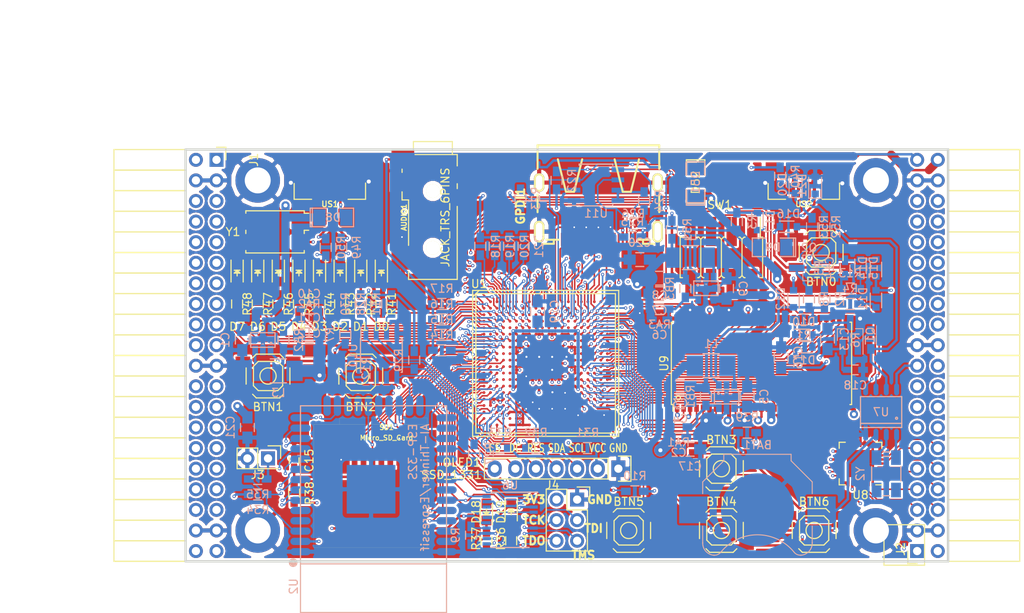
<source format=kicad_pcb>
(kicad_pcb (version 4) (host pcbnew 4.0.6+dfsg1-1)

  (general
    (links 672)
    (no_connects 0)
    (area 93.949999 61.269999 188.230001 112.370001)
    (thickness 1.6)
    (drawings 12)
    (tracks 4011)
    (zones 0)
    (modules 146)
    (nets 236)
  )

  (page A4)
  (layers
    (0 F.Cu signal)
    (1 In1.Cu signal)
    (2 In2.Cu signal)
    (31 B.Cu signal)
    (32 B.Adhes user)
    (33 F.Adhes user)
    (34 B.Paste user)
    (35 F.Paste user)
    (36 B.SilkS user)
    (37 F.SilkS user)
    (38 B.Mask user)
    (39 F.Mask user)
    (40 Dwgs.User user)
    (41 Cmts.User user)
    (42 Eco1.User user)
    (43 Eco2.User user)
    (44 Edge.Cuts user)
    (45 Margin user)
    (46 B.CrtYd user)
    (47 F.CrtYd user)
    (48 B.Fab user)
    (49 F.Fab user)
  )

  (setup
    (last_trace_width 0.3)
    (trace_clearance 0.127)
    (zone_clearance 0.254)
    (zone_45_only no)
    (trace_min 0.127)
    (segment_width 0.2)
    (edge_width 0.2)
    (via_size 0.4)
    (via_drill 0.2)
    (via_min_size 0.4)
    (via_min_drill 0.2)
    (uvia_size 0.3)
    (uvia_drill 0.1)
    (uvias_allowed no)
    (uvia_min_size 0.2)
    (uvia_min_drill 0.1)
    (pcb_text_width 0.3)
    (pcb_text_size 1.5 1.5)
    (mod_edge_width 0.15)
    (mod_text_size 1 1)
    (mod_text_width 0.15)
    (pad_size 0.5 0.5)
    (pad_drill 0)
    (pad_to_mask_clearance 0.05)
    (aux_axis_origin 82.67 62.69)
    (grid_origin 86.48 79.2)
    (visible_elements 7FFFF7FF)
    (pcbplotparams
      (layerselection 0x010f0_80000007)
      (usegerberextensions true)
      (excludeedgelayer true)
      (linewidth 0.100000)
      (plotframeref false)
      (viasonmask false)
      (mode 1)
      (useauxorigin false)
      (hpglpennumber 1)
      (hpglpenspeed 20)
      (hpglpendiameter 15)
      (hpglpenoverlay 2)
      (psnegative false)
      (psa4output false)
      (plotreference true)
      (plotvalue true)
      (plotinvisibletext false)
      (padsonsilk false)
      (subtractmaskfromsilk false)
      (outputformat 1)
      (mirror false)
      (drillshape 0)
      (scaleselection 1)
      (outputdirectory plot))
  )

  (net 0 "")
  (net 1 GND)
  (net 2 +5V)
  (net 3 /gpio/IN5V)
  (net 4 /gpio/OUT5V)
  (net 5 +3V3)
  (net 6 "Net-(L1-Pad1)")
  (net 7 "Net-(L2-Pad1)")
  (net 8 +1V2)
  (net 9 BTN_D)
  (net 10 BTN_F1)
  (net 11 BTN_F2)
  (net 12 BTN_L)
  (net 13 BTN_R)
  (net 14 BTN_U)
  (net 15 /power/FB1)
  (net 16 +2V5)
  (net 17 "Net-(L3-Pad1)")
  (net 18 /power/PWREN)
  (net 19 /power/FB3)
  (net 20 /power/FB2)
  (net 21 "Net-(D9-Pad1)")
  (net 22 /power/VBAT)
  (net 23 JTAG_TDI)
  (net 24 JTAG_TCK)
  (net 25 JTAG_TMS)
  (net 26 JTAG_TDO)
  (net 27 /power/WAKEUPn)
  (net 28 /power/WKUP)
  (net 29 /power/SHUT)
  (net 30 /power/WAKE)
  (net 31 /power/HOLD)
  (net 32 /power/WKn)
  (net 33 /power/OSCI_32k)
  (net 34 /power/OSCO_32k)
  (net 35 "Net-(Q2-Pad3)")
  (net 36 SHUTDOWN)
  (net 37 /analog/AUDIO_L)
  (net 38 /analog/AUDIO_R)
  (net 39 GPDI_5V_SCL)
  (net 40 GPDI_5V_SDA)
  (net 41 GPDI_SDA)
  (net 42 GPDI_SCL)
  (net 43 /gpdi/VREF2)
  (net 44 SD_CMD)
  (net 45 SD_CLK)
  (net 46 SD_D0)
  (net 47 SD_D1)
  (net 48 USB5V)
  (net 49 "Net-(BTN0-Pad1)")
  (net 50 GPDI_CEC)
  (net 51 nRESET)
  (net 52 FTDI_nDTR)
  (net 53 SDRAM_CKE)
  (net 54 SDRAM_A7)
  (net 55 SDRAM_D15)
  (net 56 SDRAM_BA1)
  (net 57 SDRAM_D7)
  (net 58 SDRAM_A6)
  (net 59 SDRAM_CLK)
  (net 60 SDRAM_D13)
  (net 61 SDRAM_BA0)
  (net 62 SDRAM_D6)
  (net 63 SDRAM_A5)
  (net 64 SDRAM_D14)
  (net 65 SDRAM_A11)
  (net 66 SDRAM_D12)
  (net 67 SDRAM_D5)
  (net 68 SDRAM_A4)
  (net 69 SDRAM_A10)
  (net 70 SDRAM_D11)
  (net 71 SDRAM_A3)
  (net 72 SDRAM_D4)
  (net 73 SDRAM_D10)
  (net 74 SDRAM_D9)
  (net 75 SDRAM_A9)
  (net 76 SDRAM_D3)
  (net 77 SDRAM_D8)
  (net 78 SDRAM_A8)
  (net 79 SDRAM_A2)
  (net 80 SDRAM_A1)
  (net 81 SDRAM_A0)
  (net 82 SDRAM_D2)
  (net 83 SDRAM_D1)
  (net 84 SDRAM_D0)
  (net 85 SDRAM_DQM0)
  (net 86 SDRAM_nCS)
  (net 87 SDRAM_nRAS)
  (net 88 SDRAM_DQM1)
  (net 89 SDRAM_nCAS)
  (net 90 SDRAM_nWE)
  (net 91 /flash/FLASH_nWP)
  (net 92 /flash/FLASH_nHOLD)
  (net 93 /flash/FLASH_MOSI)
  (net 94 /flash/FLASH_MISO)
  (net 95 /flash/FLASH_SCK)
  (net 96 /flash/FLASH_nCS)
  (net 97 /flash/FPGA_PROGRAMN)
  (net 98 /flash/FPGA_DONE)
  (net 99 /flash/FPGA_INITN)
  (net 100 OLED_RES)
  (net 101 OLED_DC)
  (net 102 OLED_CS)
  (net 103 WIFI_EN)
  (net 104 FTDI_nRTS)
  (net 105 FTDI_TXD)
  (net 106 FTDI_RXD)
  (net 107 WIFI_RXD)
  (net 108 WIFI_GPIO0)
  (net 109 WIFI_TXD)
  (net 110 GPDI_ETH-)
  (net 111 GPDI_ETH+)
  (net 112 GPDI_D2+)
  (net 113 GPDI_D2-)
  (net 114 GPDI_D1+)
  (net 115 GPDI_D1-)
  (net 116 GPDI_D0+)
  (net 117 GPDI_D0-)
  (net 118 GPDI_CLK+)
  (net 119 GPDI_CLK-)
  (net 120 USB_FTDI_D+)
  (net 121 USB_FTDI_D-)
  (net 122 J1_17-)
  (net 123 J1_17+)
  (net 124 J1_23-)
  (net 125 J1_23+)
  (net 126 J1_25-)
  (net 127 J1_25+)
  (net 128 J1_27-)
  (net 129 J1_27+)
  (net 130 J1_29-)
  (net 131 J1_29+)
  (net 132 J1_31-)
  (net 133 J1_31+)
  (net 134 J1_33-)
  (net 135 J1_33+)
  (net 136 J1_35-)
  (net 137 J1_35+)
  (net 138 J2_5-)
  (net 139 J2_5+)
  (net 140 J2_7-)
  (net 141 J2_7+)
  (net 142 J2_9-)
  (net 143 J2_9+)
  (net 144 J2_13-)
  (net 145 J2_13+)
  (net 146 J2_17-)
  (net 147 J2_17+)
  (net 148 J2_11-)
  (net 149 J2_11+)
  (net 150 J2_23-)
  (net 151 J2_23+)
  (net 152 J1_5-)
  (net 153 J1_5+)
  (net 154 J1_7-)
  (net 155 J1_7+)
  (net 156 J1_9-)
  (net 157 J1_9+)
  (net 158 J1_11-)
  (net 159 J1_11+)
  (net 160 J1_13-)
  (net 161 J1_13+)
  (net 162 J1_15-)
  (net 163 J1_15+)
  (net 164 J2_15-)
  (net 165 J2_15+)
  (net 166 J2_25-)
  (net 167 J2_25+)
  (net 168 J2_27-)
  (net 169 J2_27+)
  (net 170 J2_29-)
  (net 171 J2_29+)
  (net 172 J2_31-)
  (net 173 J2_31+)
  (net 174 J2_33-)
  (net 175 J2_33+)
  (net 176 J2_35-)
  (net 177 J2_35+)
  (net 178 SD_D3)
  (net 179 AUDIO_L3)
  (net 180 AUDIO_L2)
  (net 181 AUDIO_L1)
  (net 182 AUDIO_L0)
  (net 183 AUDIO_R3)
  (net 184 AUDIO_R2)
  (net 185 AUDIO_R1)
  (net 186 AUDIO_R0)
  (net 187 OLED_CLK)
  (net 188 OLED_MOSI)
  (net 189 LED0)
  (net 190 LED1)
  (net 191 LED2)
  (net 192 LED3)
  (net 193 LED4)
  (net 194 LED5)
  (net 195 LED6)
  (net 196 LED7)
  (net 197 BTN_PWRn)
  (net 198 "Net-(J3-Pad1)")
  (net 199 FTDI_nTXLED)
  (net 200 FTDI_nSLEEP)
  (net 201 /blinkey/LED_PWREN)
  (net 202 /blinkey/LED_TXLED)
  (net 203 FT3V3)
  (net 204 /sdcard/SD3V3)
  (net 205 SD_D2)
  (net 206 CLK_25MHz)
  (net 207 /blinkey/BTNPUL)
  (net 208 /blinkey/BTNPUR)
  (net 209 USB_FPGA_D+)
  (net 210 /power/FTDI_nSUSPEND)
  (net 211 /blinkey/ALED0)
  (net 212 /blinkey/ALED1)
  (net 213 /blinkey/ALED2)
  (net 214 /blinkey/ALED3)
  (net 215 /blinkey/ALED4)
  (net 216 /blinkey/ALED5)
  (net 217 /blinkey/ALED6)
  (net 218 /blinkey/ALED7)
  (net 219 /usb/FTD-)
  (net 220 /usb/FTD+)
  (net 221 ADC_MISO)
  (net 222 ADC_MOSI)
  (net 223 ADC_CSn)
  (net 224 ADC_SCLK)
  (net 225 "Net-(R51-Pad2)")
  (net 226 SW3)
  (net 227 SW2)
  (net 228 SW1)
  (net 229 SW0)
  (net 230 USB_FPGA_D-)
  (net 231 /usb/FPD+)
  (net 232 /usb/FPD-)
  (net 233 WIFI_GPIO16)
  (net 234 WIFI_GPIO15)
  (net 235 /usb/ANT_433MHz)

  (net_class Default "This is the default net class."
    (clearance 0.127)
    (trace_width 0.3)
    (via_dia 0.4)
    (via_drill 0.2)
    (uvia_dia 0.3)
    (uvia_drill 0.1)
    (add_net +1V2)
    (add_net +2V5)
    (add_net +3V3)
    (add_net +5V)
    (add_net /analog/AUDIO_L)
    (add_net /analog/AUDIO_R)
    (add_net /blinkey/ALED0)
    (add_net /blinkey/ALED1)
    (add_net /blinkey/ALED2)
    (add_net /blinkey/ALED3)
    (add_net /blinkey/ALED4)
    (add_net /blinkey/ALED5)
    (add_net /blinkey/ALED6)
    (add_net /blinkey/ALED7)
    (add_net /blinkey/BTNPUL)
    (add_net /blinkey/BTNPUR)
    (add_net /blinkey/LED_PWREN)
    (add_net /blinkey/LED_TXLED)
    (add_net /gpdi/VREF2)
    (add_net /gpio/IN5V)
    (add_net /gpio/OUT5V)
    (add_net /power/FB1)
    (add_net /power/FB2)
    (add_net /power/FB3)
    (add_net /power/FTDI_nSUSPEND)
    (add_net /power/HOLD)
    (add_net /power/OSCI_32k)
    (add_net /power/OSCO_32k)
    (add_net /power/PWREN)
    (add_net /power/SHUT)
    (add_net /power/VBAT)
    (add_net /power/WAKE)
    (add_net /power/WAKEUPn)
    (add_net /power/WKUP)
    (add_net /power/WKn)
    (add_net /sdcard/SD3V3)
    (add_net /usb/ANT_433MHz)
    (add_net /usb/FPD+)
    (add_net /usb/FPD-)
    (add_net /usb/FTD+)
    (add_net /usb/FTD-)
    (add_net FT3V3)
    (add_net GND)
    (add_net "Net-(BTN0-Pad1)")
    (add_net "Net-(D9-Pad1)")
    (add_net "Net-(J3-Pad1)")
    (add_net "Net-(L1-Pad1)")
    (add_net "Net-(L2-Pad1)")
    (add_net "Net-(L3-Pad1)")
    (add_net "Net-(Q2-Pad3)")
    (add_net "Net-(R51-Pad2)")
    (add_net USB5V)
  )

  (net_class BGA ""
    (clearance 0.127)
    (trace_width 0.19)
    (via_dia 0.4)
    (via_drill 0.2)
    (uvia_dia 0.3)
    (uvia_drill 0.1)
    (add_net /flash/FLASH_MISO)
    (add_net /flash/FLASH_MOSI)
    (add_net /flash/FLASH_SCK)
    (add_net /flash/FLASH_nCS)
    (add_net /flash/FLASH_nHOLD)
    (add_net /flash/FLASH_nWP)
    (add_net /flash/FPGA_DONE)
    (add_net /flash/FPGA_INITN)
    (add_net /flash/FPGA_PROGRAMN)
    (add_net ADC_CSn)
    (add_net ADC_MISO)
    (add_net ADC_MOSI)
    (add_net ADC_SCLK)
    (add_net AUDIO_L0)
    (add_net AUDIO_L1)
    (add_net AUDIO_L2)
    (add_net AUDIO_L3)
    (add_net AUDIO_R0)
    (add_net AUDIO_R1)
    (add_net AUDIO_R2)
    (add_net AUDIO_R3)
    (add_net BTN_D)
    (add_net BTN_F1)
    (add_net BTN_F2)
    (add_net BTN_L)
    (add_net BTN_PWRn)
    (add_net BTN_R)
    (add_net BTN_U)
    (add_net CLK_25MHz)
    (add_net FTDI_RXD)
    (add_net FTDI_TXD)
    (add_net FTDI_nDTR)
    (add_net FTDI_nRTS)
    (add_net FTDI_nSLEEP)
    (add_net FTDI_nTXLED)
    (add_net GPDI_5V_SCL)
    (add_net GPDI_5V_SDA)
    (add_net GPDI_CEC)
    (add_net GPDI_CLK+)
    (add_net GPDI_CLK-)
    (add_net GPDI_D0+)
    (add_net GPDI_D0-)
    (add_net GPDI_D1+)
    (add_net GPDI_D1-)
    (add_net GPDI_D2+)
    (add_net GPDI_D2-)
    (add_net GPDI_ETH+)
    (add_net GPDI_ETH-)
    (add_net GPDI_SCL)
    (add_net GPDI_SDA)
    (add_net J1_11+)
    (add_net J1_11-)
    (add_net J1_13+)
    (add_net J1_13-)
    (add_net J1_15+)
    (add_net J1_15-)
    (add_net J1_17+)
    (add_net J1_17-)
    (add_net J1_23+)
    (add_net J1_23-)
    (add_net J1_25+)
    (add_net J1_25-)
    (add_net J1_27+)
    (add_net J1_27-)
    (add_net J1_29+)
    (add_net J1_29-)
    (add_net J1_31+)
    (add_net J1_31-)
    (add_net J1_33+)
    (add_net J1_33-)
    (add_net J1_35+)
    (add_net J1_35-)
    (add_net J1_5+)
    (add_net J1_5-)
    (add_net J1_7+)
    (add_net J1_7-)
    (add_net J1_9+)
    (add_net J1_9-)
    (add_net J2_11+)
    (add_net J2_11-)
    (add_net J2_13+)
    (add_net J2_13-)
    (add_net J2_15+)
    (add_net J2_15-)
    (add_net J2_17+)
    (add_net J2_17-)
    (add_net J2_23+)
    (add_net J2_23-)
    (add_net J2_25+)
    (add_net J2_25-)
    (add_net J2_27+)
    (add_net J2_27-)
    (add_net J2_29+)
    (add_net J2_29-)
    (add_net J2_31+)
    (add_net J2_31-)
    (add_net J2_33+)
    (add_net J2_33-)
    (add_net J2_35+)
    (add_net J2_35-)
    (add_net J2_5+)
    (add_net J2_5-)
    (add_net J2_7+)
    (add_net J2_7-)
    (add_net J2_9+)
    (add_net J2_9-)
    (add_net JTAG_TCK)
    (add_net JTAG_TDI)
    (add_net JTAG_TDO)
    (add_net JTAG_TMS)
    (add_net LED0)
    (add_net LED1)
    (add_net LED2)
    (add_net LED3)
    (add_net LED4)
    (add_net LED5)
    (add_net LED6)
    (add_net LED7)
    (add_net OLED_CLK)
    (add_net OLED_CS)
    (add_net OLED_DC)
    (add_net OLED_MOSI)
    (add_net OLED_RES)
    (add_net SDRAM_A0)
    (add_net SDRAM_A1)
    (add_net SDRAM_A10)
    (add_net SDRAM_A11)
    (add_net SDRAM_A2)
    (add_net SDRAM_A3)
    (add_net SDRAM_A4)
    (add_net SDRAM_A5)
    (add_net SDRAM_A6)
    (add_net SDRAM_A7)
    (add_net SDRAM_A8)
    (add_net SDRAM_A9)
    (add_net SDRAM_BA0)
    (add_net SDRAM_BA1)
    (add_net SDRAM_CKE)
    (add_net SDRAM_CLK)
    (add_net SDRAM_D0)
    (add_net SDRAM_D1)
    (add_net SDRAM_D10)
    (add_net SDRAM_D11)
    (add_net SDRAM_D12)
    (add_net SDRAM_D13)
    (add_net SDRAM_D14)
    (add_net SDRAM_D15)
    (add_net SDRAM_D2)
    (add_net SDRAM_D3)
    (add_net SDRAM_D4)
    (add_net SDRAM_D5)
    (add_net SDRAM_D6)
    (add_net SDRAM_D7)
    (add_net SDRAM_D8)
    (add_net SDRAM_D9)
    (add_net SDRAM_DQM0)
    (add_net SDRAM_DQM1)
    (add_net SDRAM_nCAS)
    (add_net SDRAM_nCS)
    (add_net SDRAM_nRAS)
    (add_net SDRAM_nWE)
    (add_net SD_CLK)
    (add_net SD_CMD)
    (add_net SD_D0)
    (add_net SD_D1)
    (add_net SD_D2)
    (add_net SD_D3)
    (add_net SHUTDOWN)
    (add_net SW0)
    (add_net SW1)
    (add_net SW2)
    (add_net SW3)
    (add_net USB_FPGA_D+)
    (add_net USB_FPGA_D-)
    (add_net USB_FTDI_D+)
    (add_net USB_FTDI_D-)
    (add_net WIFI_EN)
    (add_net WIFI_GPIO0)
    (add_net WIFI_GPIO15)
    (add_net WIFI_GPIO16)
    (add_net WIFI_RXD)
    (add_net WIFI_TXD)
    (add_net nRESET)
  )

  (net_class Minimal ""
    (clearance 0.127)
    (trace_width 0.127)
    (via_dia 0.4)
    (via_drill 0.2)
    (uvia_dia 0.3)
    (uvia_drill 0.1)
  )

  (module Resistors_SMD:R_0603_HandSoldering (layer B.Cu) (tedit 58307AEF) (tstamp 595B8F7A)
    (at 154.044 71.326 90)
    (descr "Resistor SMD 0603, hand soldering")
    (tags "resistor 0603")
    (path /58D6547C/595B9C2F)
    (attr smd)
    (fp_text reference R51 (at 0 1.9 90) (layer B.SilkS)
      (effects (font (size 1 1) (thickness 0.15)) (justify mirror))
    )
    (fp_text value 220 (at 0 -1.9 90) (layer B.Fab)
      (effects (font (size 1 1) (thickness 0.15)) (justify mirror))
    )
    (fp_line (start -0.8 -0.4) (end -0.8 0.4) (layer B.Fab) (width 0.1))
    (fp_line (start 0.8 -0.4) (end -0.8 -0.4) (layer B.Fab) (width 0.1))
    (fp_line (start 0.8 0.4) (end 0.8 -0.4) (layer B.Fab) (width 0.1))
    (fp_line (start -0.8 0.4) (end 0.8 0.4) (layer B.Fab) (width 0.1))
    (fp_line (start -2 0.8) (end 2 0.8) (layer B.CrtYd) (width 0.05))
    (fp_line (start -2 -0.8) (end 2 -0.8) (layer B.CrtYd) (width 0.05))
    (fp_line (start -2 0.8) (end -2 -0.8) (layer B.CrtYd) (width 0.05))
    (fp_line (start 2 0.8) (end 2 -0.8) (layer B.CrtYd) (width 0.05))
    (fp_line (start 0.5 -0.675) (end -0.5 -0.675) (layer B.SilkS) (width 0.15))
    (fp_line (start -0.5 0.675) (end 0.5 0.675) (layer B.SilkS) (width 0.15))
    (pad 1 smd rect (at -1.1 0 90) (size 1.2 0.9) (layers B.Cu B.Paste B.Mask)
      (net 5 +3V3))
    (pad 2 smd rect (at 1.1 0 90) (size 1.2 0.9) (layers B.Cu B.Paste B.Mask)
      (net 225 "Net-(R51-Pad2)"))
    (model Resistors_SMD.3dshapes/R_0603_HandSoldering.wrl
      (at (xyz 0 0 0))
      (scale (xyz 1 1 1))
      (rotate (xyz 0 0 0))
    )
  )

  (module Pin_Headers:Pin_Header_Straight_SMT_02x04 (layer F.Cu) (tedit 595B8E00) (tstamp 595B8F86)
    (at 160.14 74.73 180)
    (descr "SMT pin header")
    (tags "SMT pin header")
    (path /58D6547C/595B94DC)
    (attr smd)
    (fp_text reference SW1 (at 0.2 6.5 180) (layer F.SilkS)
      (effects (font (size 1 1) (thickness 0.15)))
    )
    (fp_text value DIPSW (at 0.1 -6.1 180) (layer F.Fab)
      (effects (font (size 1 1) (thickness 0.15)))
    )
    (fp_line (start -4.8 2.5) (end -4.8 4.925) (layer F.SilkS) (width 0.15))
    (fp_line (start -5.6 5.5) (end 5.6 5.5) (layer F.CrtYd) (width 0.05))
    (fp_line (start 5.6 5.5) (end 5.6 -5.5) (layer F.CrtYd) (width 0.05))
    (fp_line (start 5.6 -5.5) (end -5.6 -5.5) (layer F.CrtYd) (width 0.05))
    (fp_line (start -5.6 -5.5) (end -5.6 5.5) (layer F.CrtYd) (width 0.05))
    (fp_line (start -2.54 2.25) (end -2.54 -2.25) (layer F.SilkS) (width 0.15))
    (fp_line (start 5.08 -2.5) (end 4.8 -2.5) (layer F.SilkS) (width 0.15))
    (fp_line (start 5.08 -2.5) (end 5.08 2.5) (layer F.SilkS) (width 0.15))
    (fp_line (start 5.08 2.5) (end 4.8 2.5) (layer F.SilkS) (width 0.15))
    (fp_line (start -5.08 2.5) (end -4.8 2.5) (layer F.SilkS) (width 0.15))
    (fp_line (start -5.08 -2.5) (end -5.08 2.5) (layer F.SilkS) (width 0.15))
    (fp_line (start -2.921 -2.5) (end -2.794 -2.5) (layer F.SilkS) (width 0.15))
    (fp_line (start -2.794 -2.5) (end -2.54 -2.246) (layer F.SilkS) (width 0.15))
    (fp_line (start -2.54 -2.246) (end -2.286 -2.5) (layer F.SilkS) (width 0.15))
    (fp_line (start -2.286 -2.5) (end -2.159 -2.5) (layer F.SilkS) (width 0.15))
    (fp_line (start -5.08 -2.5) (end -4.8 -2.5) (layer F.SilkS) (width 0.15))
    (fp_line (start -0.381 -2.5) (end -0.254 -2.5) (layer F.SilkS) (width 0.15))
    (fp_line (start 2.159 -2.5) (end 2.286 -2.5) (layer F.SilkS) (width 0.15))
    (fp_line (start -2.159 2.5) (end -2.286 2.5) (layer F.SilkS) (width 0.15))
    (fp_line (start 0 -2.246) (end 0.254 -2.5) (layer F.SilkS) (width 0.15))
    (fp_line (start 2.54 -2.246) (end 2.794 -2.5) (layer F.SilkS) (width 0.15))
    (fp_line (start -2.54 2.246) (end -2.794 2.5) (layer F.SilkS) (width 0.15))
    (fp_line (start 0.254 -2.5) (end 0.381 -2.5) (layer F.SilkS) (width 0.15))
    (fp_line (start 2.794 -2.5) (end 2.921 -2.5) (layer F.SilkS) (width 0.15))
    (fp_line (start -2.794 2.5) (end -2.921 2.5) (layer F.SilkS) (width 0.15))
    (fp_line (start -0.254 -2.5) (end 0 -2.246) (layer F.SilkS) (width 0.15))
    (fp_line (start 2.286 -2.5) (end 2.54 -2.246) (layer F.SilkS) (width 0.15))
    (fp_line (start -2.286 2.5) (end -2.54 2.246) (layer F.SilkS) (width 0.15))
    (fp_line (start 0.381 2.5) (end 0.254 2.5) (layer F.SilkS) (width 0.15))
    (fp_line (start 2.921 2.5) (end 2.794 2.5) (layer F.SilkS) (width 0.15))
    (fp_line (start -0.254 2.5) (end -0.381 2.5) (layer F.SilkS) (width 0.15))
    (fp_line (start 2.286 2.5) (end 2.159 2.5) (layer F.SilkS) (width 0.15))
    (fp_line (start 0 2.246) (end -0.254 2.5) (layer F.SilkS) (width 0.15))
    (fp_line (start 2.54 2.246) (end 2.286 2.5) (layer F.SilkS) (width 0.15))
    (fp_line (start 0.254 2.5) (end 0 2.246) (layer F.SilkS) (width 0.15))
    (fp_line (start 2.794 2.5) (end 2.54 2.246) (layer F.SilkS) (width 0.15))
    (fp_line (start 0 2.25) (end 0 -2.25) (layer F.SilkS) (width 0.15))
    (fp_line (start 2.54 2.25) (end 2.54 -2.25) (layer F.SilkS) (width 0.15))
    (pad 1 smd rect (at -3.81 3.2 180) (size 1.27 3.6) (layers F.Cu F.Paste F.Mask)
      (net 226 SW3))
    (pad 2 smd rect (at -1.27 3.2 180) (size 1.27 3.6) (layers F.Cu F.Paste F.Mask)
      (net 227 SW2))
    (pad 3 smd rect (at 1.27 3.2 180) (size 1.27 3.6) (layers F.Cu F.Paste F.Mask)
      (net 228 SW1))
    (pad 4 smd rect (at 3.81 3.2 180) (size 1.27 3.6) (layers F.Cu F.Paste F.Mask)
      (net 229 SW0))
    (pad 5 smd rect (at 3.81 -3.2 180) (size 1.27 3.6) (layers F.Cu F.Paste F.Mask)
      (net 225 "Net-(R51-Pad2)"))
    (pad 6 smd rect (at 1.27 -3.2 180) (size 1.27 3.6) (layers F.Cu F.Paste F.Mask)
      (net 225 "Net-(R51-Pad2)"))
    (pad 7 smd rect (at -1.27 -3.2 180) (size 1.27 3.6) (layers F.Cu F.Paste F.Mask)
      (net 225 "Net-(R51-Pad2)"))
    (pad 8 smd rect (at -3.81 -3.2 180) (size 1.27 3.6) (layers F.Cu F.Paste F.Mask)
      (net 225 "Net-(R51-Pad2)"))
    (model Pin_Headers.3dshapes/Pin_Header_Straight_SMT_02x04.wrl
      (at (xyz 0 0 0))
      (scale (xyz 1 1 1))
      (rotate (xyz 0 0 0))
    )
  )

  (module SMD_Packages:SMD-1206_Pol (layer F.Cu) (tedit 0) (tstamp 56AA106E)
    (at 156.965 65.484 270)
    (path /56AC389C/56AC4846)
    (attr smd)
    (fp_text reference D52 (at 0 0 270) (layer F.SilkS)
      (effects (font (size 1 1) (thickness 0.15)))
    )
    (fp_text value 2A (at 0 0 270) (layer F.Fab)
      (effects (font (size 1 1) (thickness 0.15)))
    )
    (fp_line (start -2.54 -1.143) (end -2.794 -1.143) (layer F.SilkS) (width 0.15))
    (fp_line (start -2.794 -1.143) (end -2.794 1.143) (layer F.SilkS) (width 0.15))
    (fp_line (start -2.794 1.143) (end -2.54 1.143) (layer F.SilkS) (width 0.15))
    (fp_line (start -2.54 -1.143) (end -2.54 1.143) (layer F.SilkS) (width 0.15))
    (fp_line (start -2.54 1.143) (end -0.889 1.143) (layer F.SilkS) (width 0.15))
    (fp_line (start 0.889 -1.143) (end 2.54 -1.143) (layer F.SilkS) (width 0.15))
    (fp_line (start 2.54 -1.143) (end 2.54 1.143) (layer F.SilkS) (width 0.15))
    (fp_line (start 2.54 1.143) (end 0.889 1.143) (layer F.SilkS) (width 0.15))
    (fp_line (start -0.889 -1.143) (end -2.54 -1.143) (layer F.SilkS) (width 0.15))
    (pad 1 smd rect (at -1.651 0 270) (size 1.524 2.032) (layers F.Cu F.Paste F.Mask)
      (net 4 /gpio/OUT5V))
    (pad 2 smd rect (at 1.651 0 270) (size 1.524 2.032) (layers F.Cu F.Paste F.Mask)
      (net 2 +5V))
    (model SMD_Packages.3dshapes/SMD-1206_Pol.wrl
      (at (xyz 0 0 0))
      (scale (xyz 0.17 0.16 0.16))
      (rotate (xyz 0 0 0))
    )
  )

  (module SMD_Packages:SMD-1206_Pol (layer B.Cu) (tedit 0) (tstamp 56AA1068)
    (at 156.965 65.484 90)
    (path /56AC389C/56AC483B)
    (attr smd)
    (fp_text reference D51 (at 0 0 90) (layer B.SilkS)
      (effects (font (size 1 1) (thickness 0.15)) (justify mirror))
    )
    (fp_text value 2A (at 0 0 90) (layer B.Fab)
      (effects (font (size 1 1) (thickness 0.15)) (justify mirror))
    )
    (fp_line (start -2.54 1.143) (end -2.794 1.143) (layer B.SilkS) (width 0.15))
    (fp_line (start -2.794 1.143) (end -2.794 -1.143) (layer B.SilkS) (width 0.15))
    (fp_line (start -2.794 -1.143) (end -2.54 -1.143) (layer B.SilkS) (width 0.15))
    (fp_line (start -2.54 1.143) (end -2.54 -1.143) (layer B.SilkS) (width 0.15))
    (fp_line (start -2.54 -1.143) (end -0.889 -1.143) (layer B.SilkS) (width 0.15))
    (fp_line (start 0.889 1.143) (end 2.54 1.143) (layer B.SilkS) (width 0.15))
    (fp_line (start 2.54 1.143) (end 2.54 -1.143) (layer B.SilkS) (width 0.15))
    (fp_line (start 2.54 -1.143) (end 0.889 -1.143) (layer B.SilkS) (width 0.15))
    (fp_line (start -0.889 1.143) (end -2.54 1.143) (layer B.SilkS) (width 0.15))
    (pad 1 smd rect (at -1.651 0 90) (size 1.524 2.032) (layers B.Cu B.Paste B.Mask)
      (net 2 +5V))
    (pad 2 smd rect (at 1.651 0 90) (size 1.524 2.032) (layers B.Cu B.Paste B.Mask)
      (net 3 /gpio/IN5V))
    (model SMD_Packages.3dshapes/SMD-1206_Pol.wrl
      (at (xyz 0 0 0))
      (scale (xyz 0.17 0.16 0.16))
      (rotate (xyz 0 0 0))
    )
  )

  (module micro-sd:MicroSD_TF02D (layer F.Cu) (tedit 52721666) (tstamp 56A966AB)
    (at 116.87 110.52 180)
    (path /58DA7327/590C84AE)
    (fp_text reference SD1 (at -1.995 14.81 180) (layer F.SilkS)
      (effects (font (size 0.59944 0.59944) (thickness 0.12446)))
    )
    (fp_text value Micro_SD_Card (at -1.995 13.54 180) (layer F.SilkS)
      (effects (font (size 0.59944 0.59944) (thickness 0.12446)))
    )
    (fp_line (start 3.8 15.2) (end 3.8 16) (layer F.SilkS) (width 0.01016))
    (fp_line (start 3.8 16) (end -7 16) (layer F.SilkS) (width 0.01016))
    (fp_line (start -7 16) (end -7 15.2) (layer F.SilkS) (width 0.01016))
    (fp_line (start 7 0) (end 7 15.2) (layer F.SilkS) (width 0.01016))
    (fp_line (start 7 15.2) (end -7 15.2) (layer F.SilkS) (width 0.01016))
    (fp_line (start -7 15.2) (end -7 0) (layer F.SilkS) (width 0.01016))
    (fp_line (start -7 0) (end 7 0) (layer F.SilkS) (width 0.01016))
    (pad 1 smd rect (at 1.94 11 180) (size 0.7 1.8) (layers F.Cu F.Paste F.Mask)
      (net 205 SD_D2))
    (pad 2 smd rect (at 0.84 11 180) (size 0.7 1.8) (layers F.Cu F.Paste F.Mask)
      (net 178 SD_D3))
    (pad 3 smd rect (at -0.26 11 180) (size 0.7 1.8) (layers F.Cu F.Paste F.Mask)
      (net 44 SD_CMD))
    (pad 4 smd rect (at -1.36 11 180) (size 0.7 1.8) (layers F.Cu F.Paste F.Mask)
      (net 204 /sdcard/SD3V3))
    (pad 5 smd rect (at -2.46 11 180) (size 0.7 1.8) (layers F.Cu F.Paste F.Mask)
      (net 45 SD_CLK))
    (pad 6 smd rect (at -3.56 11 180) (size 0.7 1.8) (layers F.Cu F.Paste F.Mask)
      (net 1 GND))
    (pad 7 smd rect (at -4.66 11 180) (size 0.7 1.8) (layers F.Cu F.Paste F.Mask)
      (net 46 SD_D0))
    (pad 8 smd rect (at -5.76 11 180) (size 0.7 1.8) (layers F.Cu F.Paste F.Mask)
      (net 47 SD_D1))
    (pad S smd rect (at -5.05 0.4 180) (size 1.6 1.4) (layers F.Cu F.Paste F.Mask))
    (pad S smd rect (at 0.75 0.4 180) (size 1.8 1.4) (layers F.Cu F.Paste F.Mask))
    (pad G smd rect (at -7.45 13.55 180) (size 1.4 1.9) (layers F.Cu F.Paste F.Mask))
    (pad G smd rect (at 6.6 14.55 180) (size 1.4 1.9) (layers F.Cu F.Paste F.Mask))
  )

  (module Resistors_SMD:R_1210_HandSoldering (layer B.Cu) (tedit 58307C8D) (tstamp 58D58A37)
    (at 158.87 88.09 180)
    (descr "Resistor SMD 1210, hand soldering")
    (tags "resistor 1210")
    (path /58D51CAD/58D59D36)
    (attr smd)
    (fp_text reference L1 (at 0 2.7 180) (layer B.SilkS)
      (effects (font (size 1 1) (thickness 0.15)) (justify mirror))
    )
    (fp_text value 2.2uH (at 0 -2.7 180) (layer B.Fab)
      (effects (font (size 1 1) (thickness 0.15)) (justify mirror))
    )
    (fp_line (start -1.6 -1.25) (end -1.6 1.25) (layer B.Fab) (width 0.1))
    (fp_line (start 1.6 -1.25) (end -1.6 -1.25) (layer B.Fab) (width 0.1))
    (fp_line (start 1.6 1.25) (end 1.6 -1.25) (layer B.Fab) (width 0.1))
    (fp_line (start -1.6 1.25) (end 1.6 1.25) (layer B.Fab) (width 0.1))
    (fp_line (start -3.3 1.6) (end 3.3 1.6) (layer B.CrtYd) (width 0.05))
    (fp_line (start -3.3 -1.6) (end 3.3 -1.6) (layer B.CrtYd) (width 0.05))
    (fp_line (start -3.3 1.6) (end -3.3 -1.6) (layer B.CrtYd) (width 0.05))
    (fp_line (start 3.3 1.6) (end 3.3 -1.6) (layer B.CrtYd) (width 0.05))
    (fp_line (start 1 -1.475) (end -1 -1.475) (layer B.SilkS) (width 0.15))
    (fp_line (start -1 1.475) (end 1 1.475) (layer B.SilkS) (width 0.15))
    (pad 1 smd rect (at -2 0 180) (size 2 2.5) (layers B.Cu B.Paste B.Mask)
      (net 6 "Net-(L1-Pad1)"))
    (pad 2 smd rect (at 2 0 180) (size 2 2.5) (layers B.Cu B.Paste B.Mask)
      (net 8 +1V2))
    (model Resistors_SMD.3dshapes/R_1210_HandSoldering.wrl
      (at (xyz 0 0 0))
      (scale (xyz 1 1 1))
      (rotate (xyz 0 0 0))
    )
  )

  (module TSOT-25:TSOT-25 (layer B.Cu) (tedit 55EFFDDA) (tstamp 58D5976E)
    (at 160.775 91.9)
    (path /58D51CAD/58D58840)
    (fp_text reference U3 (at 0 -0.5) (layer B.SilkS)
      (effects (font (size 0.15 0.15) (thickness 0.0375)) (justify mirror))
    )
    (fp_text value AP3429A (at 0 0.5) (layer B.Fab)
      (effects (font (size 0.15 0.15) (thickness 0.0375)) (justify mirror))
    )
    (fp_circle (center -1 -0.4) (end -0.95 -0.5) (layer B.SilkS) (width 0.15))
    (fp_line (start -1.5 0.9) (end 1.5 0.9) (layer B.SilkS) (width 0.15))
    (fp_line (start 1.5 0.9) (end 1.5 -0.9) (layer B.SilkS) (width 0.15))
    (fp_line (start 1.5 -0.9) (end -1.5 -0.9) (layer B.SilkS) (width 0.15))
    (fp_line (start -1.5 -0.9) (end -1.5 0.9) (layer B.SilkS) (width 0.15))
    (pad 1 smd rect (at -0.95 -1.3) (size 0.7 1.2) (layers B.Cu B.Paste B.Mask)
      (net 18 /power/PWREN))
    (pad 2 smd rect (at 0 -1.3) (size 0.7 1.2) (layers B.Cu B.Paste B.Mask)
      (net 1 GND))
    (pad 3 smd rect (at 0.95 -1.3) (size 0.7 1.2) (layers B.Cu B.Paste B.Mask)
      (net 6 "Net-(L1-Pad1)"))
    (pad 4 smd rect (at 0.95 1.3) (size 0.7 1.2) (layers B.Cu B.Paste B.Mask)
      (net 2 +5V))
    (pad 5 smd rect (at -0.95 1.3) (size 0.7 1.2) (layers B.Cu B.Paste B.Mask)
      (net 15 /power/FB1))
  )

  (module Resistors_SMD:R_1210_HandSoldering (layer B.Cu) (tedit 58307C8D) (tstamp 58D599B2)
    (at 156.33 74.755 180)
    (descr "Resistor SMD 1210, hand soldering")
    (tags "resistor 1210")
    (path /58D51CAD/58D62964)
    (attr smd)
    (fp_text reference L2 (at 0 2.7 180) (layer B.SilkS)
      (effects (font (size 1 1) (thickness 0.15)) (justify mirror))
    )
    (fp_text value 2.2uH (at 0 -2.7 180) (layer B.Fab)
      (effects (font (size 1 1) (thickness 0.15)) (justify mirror))
    )
    (fp_line (start -1.6 -1.25) (end -1.6 1.25) (layer B.Fab) (width 0.1))
    (fp_line (start 1.6 -1.25) (end -1.6 -1.25) (layer B.Fab) (width 0.1))
    (fp_line (start 1.6 1.25) (end 1.6 -1.25) (layer B.Fab) (width 0.1))
    (fp_line (start -1.6 1.25) (end 1.6 1.25) (layer B.Fab) (width 0.1))
    (fp_line (start -3.3 1.6) (end 3.3 1.6) (layer B.CrtYd) (width 0.05))
    (fp_line (start -3.3 -1.6) (end 3.3 -1.6) (layer B.CrtYd) (width 0.05))
    (fp_line (start -3.3 1.6) (end -3.3 -1.6) (layer B.CrtYd) (width 0.05))
    (fp_line (start 3.3 1.6) (end 3.3 -1.6) (layer B.CrtYd) (width 0.05))
    (fp_line (start 1 -1.475) (end -1 -1.475) (layer B.SilkS) (width 0.15))
    (fp_line (start -1 1.475) (end 1 1.475) (layer B.SilkS) (width 0.15))
    (pad 1 smd rect (at -2 0 180) (size 2 2.5) (layers B.Cu B.Paste B.Mask)
      (net 7 "Net-(L2-Pad1)"))
    (pad 2 smd rect (at 2 0 180) (size 2 2.5) (layers B.Cu B.Paste B.Mask)
      (net 5 +3V3))
    (model Resistors_SMD.3dshapes/R_1210_HandSoldering.wrl
      (at (xyz 0 0 0))
      (scale (xyz 1 1 1))
      (rotate (xyz 0 0 0))
    )
  )

  (module TSOT-25:TSOT-25 (layer B.Cu) (tedit 55EFFDDA) (tstamp 58D599CD)
    (at 158.235 78.535)
    (path /58D51CAD/58D62946)
    (fp_text reference U4 (at 0 -0.5) (layer B.SilkS)
      (effects (font (size 0.15 0.15) (thickness 0.0375)) (justify mirror))
    )
    (fp_text value AP3429A (at 0 0.5) (layer B.Fab)
      (effects (font (size 0.15 0.15) (thickness 0.0375)) (justify mirror))
    )
    (fp_circle (center -1 -0.4) (end -0.95 -0.5) (layer B.SilkS) (width 0.15))
    (fp_line (start -1.5 0.9) (end 1.5 0.9) (layer B.SilkS) (width 0.15))
    (fp_line (start 1.5 0.9) (end 1.5 -0.9) (layer B.SilkS) (width 0.15))
    (fp_line (start 1.5 -0.9) (end -1.5 -0.9) (layer B.SilkS) (width 0.15))
    (fp_line (start -1.5 -0.9) (end -1.5 0.9) (layer B.SilkS) (width 0.15))
    (pad 1 smd rect (at -0.95 -1.3) (size 0.7 1.2) (layers B.Cu B.Paste B.Mask)
      (net 18 /power/PWREN))
    (pad 2 smd rect (at 0 -1.3) (size 0.7 1.2) (layers B.Cu B.Paste B.Mask)
      (net 1 GND))
    (pad 3 smd rect (at 0.95 -1.3) (size 0.7 1.2) (layers B.Cu B.Paste B.Mask)
      (net 7 "Net-(L2-Pad1)"))
    (pad 4 smd rect (at 0.95 1.3) (size 0.7 1.2) (layers B.Cu B.Paste B.Mask)
      (net 2 +5V))
    (pad 5 smd rect (at -0.95 1.3) (size 0.7 1.2) (layers B.Cu B.Paste B.Mask)
      (net 19 /power/FB3))
  )

  (module Buttons_Switches_SMD:SW_SPST_SKQG (layer F.Cu) (tedit 56EC5E16) (tstamp 58D6598E)
    (at 104.26 89.36)
    (descr "ALPS 5.2mm Square Low-profile TACT Switch (SMD)")
    (tags "SPST Button Switch")
    (path /58D6547C/58D66056)
    (attr smd)
    (fp_text reference BTN1 (at 0 3.81) (layer F.SilkS)
      (effects (font (size 1 1) (thickness 0.15)))
    )
    (fp_text value FIRE1 (at 0 3.7) (layer F.Fab)
      (effects (font (size 1 1) (thickness 0.15)))
    )
    (fp_line (start -4.25 -2.95) (end -4.25 2.95) (layer F.CrtYd) (width 0.05))
    (fp_line (start 4.25 -2.95) (end -4.25 -2.95) (layer F.CrtYd) (width 0.05))
    (fp_line (start 4.25 2.95) (end 4.25 -2.95) (layer F.CrtYd) (width 0.05))
    (fp_line (start -4.25 2.95) (end 4.25 2.95) (layer F.CrtYd) (width 0.05))
    (fp_circle (center 0 0) (end 1 0) (layer F.SilkS) (width 0.15))
    (fp_line (start -1.2 -1.8) (end 1.2 -1.8) (layer F.SilkS) (width 0.15))
    (fp_line (start -1.8 -1.2) (end -1.2 -1.8) (layer F.SilkS) (width 0.15))
    (fp_line (start -1.8 1.2) (end -1.8 -1.2) (layer F.SilkS) (width 0.15))
    (fp_line (start -1.2 1.8) (end -1.8 1.2) (layer F.SilkS) (width 0.15))
    (fp_line (start 1.2 1.8) (end -1.2 1.8) (layer F.SilkS) (width 0.15))
    (fp_line (start 1.8 1.2) (end 1.2 1.8) (layer F.SilkS) (width 0.15))
    (fp_line (start 1.8 -1.2) (end 1.8 1.2) (layer F.SilkS) (width 0.15))
    (fp_line (start 1.2 -1.8) (end 1.8 -1.2) (layer F.SilkS) (width 0.15))
    (fp_line (start -1.45 -2.7) (end 1.45 -2.7) (layer F.SilkS) (width 0.15))
    (fp_line (start -1.9 -2.25) (end -1.45 -2.7) (layer F.SilkS) (width 0.15))
    (fp_line (start -2.7 1) (end -2.7 -1) (layer F.SilkS) (width 0.15))
    (fp_line (start -1.45 2.7) (end -1.9 2.25) (layer F.SilkS) (width 0.15))
    (fp_line (start 1.45 2.7) (end -1.45 2.7) (layer F.SilkS) (width 0.15))
    (fp_line (start 1.9 2.25) (end 1.45 2.7) (layer F.SilkS) (width 0.15))
    (fp_line (start 2.7 -1) (end 2.7 1) (layer F.SilkS) (width 0.15))
    (fp_line (start 1.45 -2.7) (end 1.9 -2.25) (layer F.SilkS) (width 0.15))
    (pad 1 smd rect (at -3.1 -1.85) (size 1.8 1.1) (layers F.Cu F.Paste F.Mask)
      (net 207 /blinkey/BTNPUL))
    (pad 1 smd rect (at 3.1 -1.85) (size 1.8 1.1) (layers F.Cu F.Paste F.Mask)
      (net 207 /blinkey/BTNPUL))
    (pad 2 smd rect (at -3.1 1.85) (size 1.8 1.1) (layers F.Cu F.Paste F.Mask)
      (net 10 BTN_F1))
    (pad 2 smd rect (at 3.1 1.85) (size 1.8 1.1) (layers F.Cu F.Paste F.Mask)
      (net 10 BTN_F1))
  )

  (module Buttons_Switches_SMD:SW_SPST_SKQG (layer F.Cu) (tedit 56EC5E16) (tstamp 58D65996)
    (at 115.69 89.36)
    (descr "ALPS 5.2mm Square Low-profile TACT Switch (SMD)")
    (tags "SPST Button Switch")
    (path /58D6547C/58D66057)
    (attr smd)
    (fp_text reference BTN2 (at 0 3.81) (layer F.SilkS)
      (effects (font (size 1 1) (thickness 0.15)))
    )
    (fp_text value FIRE2 (at 0 3.7) (layer F.Fab)
      (effects (font (size 1 1) (thickness 0.15)))
    )
    (fp_line (start -4.25 -2.95) (end -4.25 2.95) (layer F.CrtYd) (width 0.05))
    (fp_line (start 4.25 -2.95) (end -4.25 -2.95) (layer F.CrtYd) (width 0.05))
    (fp_line (start 4.25 2.95) (end 4.25 -2.95) (layer F.CrtYd) (width 0.05))
    (fp_line (start -4.25 2.95) (end 4.25 2.95) (layer F.CrtYd) (width 0.05))
    (fp_circle (center 0 0) (end 1 0) (layer F.SilkS) (width 0.15))
    (fp_line (start -1.2 -1.8) (end 1.2 -1.8) (layer F.SilkS) (width 0.15))
    (fp_line (start -1.8 -1.2) (end -1.2 -1.8) (layer F.SilkS) (width 0.15))
    (fp_line (start -1.8 1.2) (end -1.8 -1.2) (layer F.SilkS) (width 0.15))
    (fp_line (start -1.2 1.8) (end -1.8 1.2) (layer F.SilkS) (width 0.15))
    (fp_line (start 1.2 1.8) (end -1.2 1.8) (layer F.SilkS) (width 0.15))
    (fp_line (start 1.8 1.2) (end 1.2 1.8) (layer F.SilkS) (width 0.15))
    (fp_line (start 1.8 -1.2) (end 1.8 1.2) (layer F.SilkS) (width 0.15))
    (fp_line (start 1.2 -1.8) (end 1.8 -1.2) (layer F.SilkS) (width 0.15))
    (fp_line (start -1.45 -2.7) (end 1.45 -2.7) (layer F.SilkS) (width 0.15))
    (fp_line (start -1.9 -2.25) (end -1.45 -2.7) (layer F.SilkS) (width 0.15))
    (fp_line (start -2.7 1) (end -2.7 -1) (layer F.SilkS) (width 0.15))
    (fp_line (start -1.45 2.7) (end -1.9 2.25) (layer F.SilkS) (width 0.15))
    (fp_line (start 1.45 2.7) (end -1.45 2.7) (layer F.SilkS) (width 0.15))
    (fp_line (start 1.9 2.25) (end 1.45 2.7) (layer F.SilkS) (width 0.15))
    (fp_line (start 2.7 -1) (end 2.7 1) (layer F.SilkS) (width 0.15))
    (fp_line (start 1.45 -2.7) (end 1.9 -2.25) (layer F.SilkS) (width 0.15))
    (pad 1 smd rect (at -3.1 -1.85) (size 1.8 1.1) (layers F.Cu F.Paste F.Mask)
      (net 207 /blinkey/BTNPUL))
    (pad 1 smd rect (at 3.1 -1.85) (size 1.8 1.1) (layers F.Cu F.Paste F.Mask)
      (net 207 /blinkey/BTNPUL))
    (pad 2 smd rect (at -3.1 1.85) (size 1.8 1.1) (layers F.Cu F.Paste F.Mask)
      (net 11 BTN_F2))
    (pad 2 smd rect (at 3.1 1.85) (size 1.8 1.1) (layers F.Cu F.Paste F.Mask)
      (net 11 BTN_F2))
  )

  (module Buttons_Switches_SMD:SW_SPST_SKQG (layer F.Cu) (tedit 56EC5E16) (tstamp 58D6599E)
    (at 160.14 100.79)
    (descr "ALPS 5.2mm Square Low-profile TACT Switch (SMD)")
    (tags "SPST Button Switch")
    (path /58D6547C/58D66059)
    (attr smd)
    (fp_text reference BTN3 (at 0 -3.556) (layer F.SilkS)
      (effects (font (size 1 1) (thickness 0.15)))
    )
    (fp_text value UP (at 0 3.7) (layer F.Fab)
      (effects (font (size 1 1) (thickness 0.15)))
    )
    (fp_line (start -4.25 -2.95) (end -4.25 2.95) (layer F.CrtYd) (width 0.05))
    (fp_line (start 4.25 -2.95) (end -4.25 -2.95) (layer F.CrtYd) (width 0.05))
    (fp_line (start 4.25 2.95) (end 4.25 -2.95) (layer F.CrtYd) (width 0.05))
    (fp_line (start -4.25 2.95) (end 4.25 2.95) (layer F.CrtYd) (width 0.05))
    (fp_circle (center 0 0) (end 1 0) (layer F.SilkS) (width 0.15))
    (fp_line (start -1.2 -1.8) (end 1.2 -1.8) (layer F.SilkS) (width 0.15))
    (fp_line (start -1.8 -1.2) (end -1.2 -1.8) (layer F.SilkS) (width 0.15))
    (fp_line (start -1.8 1.2) (end -1.8 -1.2) (layer F.SilkS) (width 0.15))
    (fp_line (start -1.2 1.8) (end -1.8 1.2) (layer F.SilkS) (width 0.15))
    (fp_line (start 1.2 1.8) (end -1.2 1.8) (layer F.SilkS) (width 0.15))
    (fp_line (start 1.8 1.2) (end 1.2 1.8) (layer F.SilkS) (width 0.15))
    (fp_line (start 1.8 -1.2) (end 1.8 1.2) (layer F.SilkS) (width 0.15))
    (fp_line (start 1.2 -1.8) (end 1.8 -1.2) (layer F.SilkS) (width 0.15))
    (fp_line (start -1.45 -2.7) (end 1.45 -2.7) (layer F.SilkS) (width 0.15))
    (fp_line (start -1.9 -2.25) (end -1.45 -2.7) (layer F.SilkS) (width 0.15))
    (fp_line (start -2.7 1) (end -2.7 -1) (layer F.SilkS) (width 0.15))
    (fp_line (start -1.45 2.7) (end -1.9 2.25) (layer F.SilkS) (width 0.15))
    (fp_line (start 1.45 2.7) (end -1.45 2.7) (layer F.SilkS) (width 0.15))
    (fp_line (start 1.9 2.25) (end 1.45 2.7) (layer F.SilkS) (width 0.15))
    (fp_line (start 2.7 -1) (end 2.7 1) (layer F.SilkS) (width 0.15))
    (fp_line (start 1.45 -2.7) (end 1.9 -2.25) (layer F.SilkS) (width 0.15))
    (pad 1 smd rect (at -3.1 -1.85) (size 1.8 1.1) (layers F.Cu F.Paste F.Mask)
      (net 208 /blinkey/BTNPUR))
    (pad 1 smd rect (at 3.1 -1.85) (size 1.8 1.1) (layers F.Cu F.Paste F.Mask)
      (net 208 /blinkey/BTNPUR))
    (pad 2 smd rect (at -3.1 1.85) (size 1.8 1.1) (layers F.Cu F.Paste F.Mask)
      (net 14 BTN_U))
    (pad 2 smd rect (at 3.1 1.85) (size 1.8 1.1) (layers F.Cu F.Paste F.Mask)
      (net 14 BTN_U))
  )

  (module Buttons_Switches_SMD:SW_SPST_SKQG (layer F.Cu) (tedit 56EC5E16) (tstamp 58D659A6)
    (at 160.14 108.41 180)
    (descr "ALPS 5.2mm Square Low-profile TACT Switch (SMD)")
    (tags "SPST Button Switch")
    (path /58D6547C/58D66058)
    (attr smd)
    (fp_text reference BTN4 (at 0 3.556 180) (layer F.SilkS)
      (effects (font (size 1 1) (thickness 0.15)))
    )
    (fp_text value DOWN (at 0 3.7 180) (layer F.Fab)
      (effects (font (size 1 1) (thickness 0.15)))
    )
    (fp_line (start -4.25 -2.95) (end -4.25 2.95) (layer F.CrtYd) (width 0.05))
    (fp_line (start 4.25 -2.95) (end -4.25 -2.95) (layer F.CrtYd) (width 0.05))
    (fp_line (start 4.25 2.95) (end 4.25 -2.95) (layer F.CrtYd) (width 0.05))
    (fp_line (start -4.25 2.95) (end 4.25 2.95) (layer F.CrtYd) (width 0.05))
    (fp_circle (center 0 0) (end 1 0) (layer F.SilkS) (width 0.15))
    (fp_line (start -1.2 -1.8) (end 1.2 -1.8) (layer F.SilkS) (width 0.15))
    (fp_line (start -1.8 -1.2) (end -1.2 -1.8) (layer F.SilkS) (width 0.15))
    (fp_line (start -1.8 1.2) (end -1.8 -1.2) (layer F.SilkS) (width 0.15))
    (fp_line (start -1.2 1.8) (end -1.8 1.2) (layer F.SilkS) (width 0.15))
    (fp_line (start 1.2 1.8) (end -1.2 1.8) (layer F.SilkS) (width 0.15))
    (fp_line (start 1.8 1.2) (end 1.2 1.8) (layer F.SilkS) (width 0.15))
    (fp_line (start 1.8 -1.2) (end 1.8 1.2) (layer F.SilkS) (width 0.15))
    (fp_line (start 1.2 -1.8) (end 1.8 -1.2) (layer F.SilkS) (width 0.15))
    (fp_line (start -1.45 -2.7) (end 1.45 -2.7) (layer F.SilkS) (width 0.15))
    (fp_line (start -1.9 -2.25) (end -1.45 -2.7) (layer F.SilkS) (width 0.15))
    (fp_line (start -2.7 1) (end -2.7 -1) (layer F.SilkS) (width 0.15))
    (fp_line (start -1.45 2.7) (end -1.9 2.25) (layer F.SilkS) (width 0.15))
    (fp_line (start 1.45 2.7) (end -1.45 2.7) (layer F.SilkS) (width 0.15))
    (fp_line (start 1.9 2.25) (end 1.45 2.7) (layer F.SilkS) (width 0.15))
    (fp_line (start 2.7 -1) (end 2.7 1) (layer F.SilkS) (width 0.15))
    (fp_line (start 1.45 -2.7) (end 1.9 -2.25) (layer F.SilkS) (width 0.15))
    (pad 1 smd rect (at -3.1 -1.85 180) (size 1.8 1.1) (layers F.Cu F.Paste F.Mask)
      (net 208 /blinkey/BTNPUR))
    (pad 1 smd rect (at 3.1 -1.85 180) (size 1.8 1.1) (layers F.Cu F.Paste F.Mask)
      (net 208 /blinkey/BTNPUR))
    (pad 2 smd rect (at -3.1 1.85 180) (size 1.8 1.1) (layers F.Cu F.Paste F.Mask)
      (net 9 BTN_D))
    (pad 2 smd rect (at 3.1 1.85 180) (size 1.8 1.1) (layers F.Cu F.Paste F.Mask)
      (net 9 BTN_D))
  )

  (module Buttons_Switches_SMD:SW_SPST_SKQG (layer F.Cu) (tedit 56EC5E16) (tstamp 58D659AE)
    (at 148.71 108.41 180)
    (descr "ALPS 5.2mm Square Low-profile TACT Switch (SMD)")
    (tags "SPST Button Switch")
    (path /58D6547C/58D6605A)
    (attr smd)
    (fp_text reference BTN5 (at 0 3.556 180) (layer F.SilkS)
      (effects (font (size 1 1) (thickness 0.15)))
    )
    (fp_text value LEFT (at 0 3.7 180) (layer F.Fab)
      (effects (font (size 1 1) (thickness 0.15)))
    )
    (fp_line (start -4.25 -2.95) (end -4.25 2.95) (layer F.CrtYd) (width 0.05))
    (fp_line (start 4.25 -2.95) (end -4.25 -2.95) (layer F.CrtYd) (width 0.05))
    (fp_line (start 4.25 2.95) (end 4.25 -2.95) (layer F.CrtYd) (width 0.05))
    (fp_line (start -4.25 2.95) (end 4.25 2.95) (layer F.CrtYd) (width 0.05))
    (fp_circle (center 0 0) (end 1 0) (layer F.SilkS) (width 0.15))
    (fp_line (start -1.2 -1.8) (end 1.2 -1.8) (layer F.SilkS) (width 0.15))
    (fp_line (start -1.8 -1.2) (end -1.2 -1.8) (layer F.SilkS) (width 0.15))
    (fp_line (start -1.8 1.2) (end -1.8 -1.2) (layer F.SilkS) (width 0.15))
    (fp_line (start -1.2 1.8) (end -1.8 1.2) (layer F.SilkS) (width 0.15))
    (fp_line (start 1.2 1.8) (end -1.2 1.8) (layer F.SilkS) (width 0.15))
    (fp_line (start 1.8 1.2) (end 1.2 1.8) (layer F.SilkS) (width 0.15))
    (fp_line (start 1.8 -1.2) (end 1.8 1.2) (layer F.SilkS) (width 0.15))
    (fp_line (start 1.2 -1.8) (end 1.8 -1.2) (layer F.SilkS) (width 0.15))
    (fp_line (start -1.45 -2.7) (end 1.45 -2.7) (layer F.SilkS) (width 0.15))
    (fp_line (start -1.9 -2.25) (end -1.45 -2.7) (layer F.SilkS) (width 0.15))
    (fp_line (start -2.7 1) (end -2.7 -1) (layer F.SilkS) (width 0.15))
    (fp_line (start -1.45 2.7) (end -1.9 2.25) (layer F.SilkS) (width 0.15))
    (fp_line (start 1.45 2.7) (end -1.45 2.7) (layer F.SilkS) (width 0.15))
    (fp_line (start 1.9 2.25) (end 1.45 2.7) (layer F.SilkS) (width 0.15))
    (fp_line (start 2.7 -1) (end 2.7 1) (layer F.SilkS) (width 0.15))
    (fp_line (start 1.45 -2.7) (end 1.9 -2.25) (layer F.SilkS) (width 0.15))
    (pad 1 smd rect (at -3.1 -1.85 180) (size 1.8 1.1) (layers F.Cu F.Paste F.Mask)
      (net 208 /blinkey/BTNPUR))
    (pad 1 smd rect (at 3.1 -1.85 180) (size 1.8 1.1) (layers F.Cu F.Paste F.Mask)
      (net 208 /blinkey/BTNPUR))
    (pad 2 smd rect (at -3.1 1.85 180) (size 1.8 1.1) (layers F.Cu F.Paste F.Mask)
      (net 12 BTN_L))
    (pad 2 smd rect (at 3.1 1.85 180) (size 1.8 1.1) (layers F.Cu F.Paste F.Mask)
      (net 12 BTN_L))
  )

  (module Buttons_Switches_SMD:SW_SPST_SKQG (layer F.Cu) (tedit 56EC5E16) (tstamp 58D659B6)
    (at 171.57 108.41 180)
    (descr "ALPS 5.2mm Square Low-profile TACT Switch (SMD)")
    (tags "SPST Button Switch")
    (path /58D6547C/58D6605B)
    (attr smd)
    (fp_text reference BTN6 (at 0 3.556 180) (layer F.SilkS)
      (effects (font (size 1 1) (thickness 0.15)))
    )
    (fp_text value RIGHT (at 0 3.7 180) (layer F.Fab)
      (effects (font (size 1 1) (thickness 0.15)))
    )
    (fp_line (start -4.25 -2.95) (end -4.25 2.95) (layer F.CrtYd) (width 0.05))
    (fp_line (start 4.25 -2.95) (end -4.25 -2.95) (layer F.CrtYd) (width 0.05))
    (fp_line (start 4.25 2.95) (end 4.25 -2.95) (layer F.CrtYd) (width 0.05))
    (fp_line (start -4.25 2.95) (end 4.25 2.95) (layer F.CrtYd) (width 0.05))
    (fp_circle (center 0 0) (end 1 0) (layer F.SilkS) (width 0.15))
    (fp_line (start -1.2 -1.8) (end 1.2 -1.8) (layer F.SilkS) (width 0.15))
    (fp_line (start -1.8 -1.2) (end -1.2 -1.8) (layer F.SilkS) (width 0.15))
    (fp_line (start -1.8 1.2) (end -1.8 -1.2) (layer F.SilkS) (width 0.15))
    (fp_line (start -1.2 1.8) (end -1.8 1.2) (layer F.SilkS) (width 0.15))
    (fp_line (start 1.2 1.8) (end -1.2 1.8) (layer F.SilkS) (width 0.15))
    (fp_line (start 1.8 1.2) (end 1.2 1.8) (layer F.SilkS) (width 0.15))
    (fp_line (start 1.8 -1.2) (end 1.8 1.2) (layer F.SilkS) (width 0.15))
    (fp_line (start 1.2 -1.8) (end 1.8 -1.2) (layer F.SilkS) (width 0.15))
    (fp_line (start -1.45 -2.7) (end 1.45 -2.7) (layer F.SilkS) (width 0.15))
    (fp_line (start -1.9 -2.25) (end -1.45 -2.7) (layer F.SilkS) (width 0.15))
    (fp_line (start -2.7 1) (end -2.7 -1) (layer F.SilkS) (width 0.15))
    (fp_line (start -1.45 2.7) (end -1.9 2.25) (layer F.SilkS) (width 0.15))
    (fp_line (start 1.45 2.7) (end -1.45 2.7) (layer F.SilkS) (width 0.15))
    (fp_line (start 1.9 2.25) (end 1.45 2.7) (layer F.SilkS) (width 0.15))
    (fp_line (start 2.7 -1) (end 2.7 1) (layer F.SilkS) (width 0.15))
    (fp_line (start 1.45 -2.7) (end 1.9 -2.25) (layer F.SilkS) (width 0.15))
    (pad 1 smd rect (at -3.1 -1.85 180) (size 1.8 1.1) (layers F.Cu F.Paste F.Mask)
      (net 208 /blinkey/BTNPUR))
    (pad 1 smd rect (at 3.1 -1.85 180) (size 1.8 1.1) (layers F.Cu F.Paste F.Mask)
      (net 208 /blinkey/BTNPUR))
    (pad 2 smd rect (at -3.1 1.85 180) (size 1.8 1.1) (layers F.Cu F.Paste F.Mask)
      (net 13 BTN_R))
    (pad 2 smd rect (at 3.1 1.85 180) (size 1.8 1.1) (layers F.Cu F.Paste F.Mask)
      (net 13 BTN_R))
  )

  (module LEDs:LED_0805 (layer F.Cu) (tedit 55BDE1C2) (tstamp 58D659BC)
    (at 118.23 76.66 270)
    (descr "LED 0805 smd package")
    (tags "LED 0805 SMD")
    (path /58D6547C/58D66570)
    (attr smd)
    (fp_text reference D0 (at 6.604 0 360) (layer F.SilkS)
      (effects (font (size 1 1) (thickness 0.15)))
    )
    (fp_text value LED (at 0 1.75 270) (layer F.Fab)
      (effects (font (size 1 1) (thickness 0.15)))
    )
    (fp_line (start -0.4 -0.3) (end -0.4 0.3) (layer F.Fab) (width 0.15))
    (fp_line (start -0.3 0) (end 0 -0.3) (layer F.Fab) (width 0.15))
    (fp_line (start 0 0.3) (end -0.3 0) (layer F.Fab) (width 0.15))
    (fp_line (start 0 -0.3) (end 0 0.3) (layer F.Fab) (width 0.15))
    (fp_line (start 1 -0.6) (end -1 -0.6) (layer F.Fab) (width 0.15))
    (fp_line (start 1 0.6) (end 1 -0.6) (layer F.Fab) (width 0.15))
    (fp_line (start -1 0.6) (end 1 0.6) (layer F.Fab) (width 0.15))
    (fp_line (start -1 -0.6) (end -1 0.6) (layer F.Fab) (width 0.15))
    (fp_line (start -1.6 0.75) (end 1.1 0.75) (layer F.SilkS) (width 0.15))
    (fp_line (start -1.6 -0.75) (end 1.1 -0.75) (layer F.SilkS) (width 0.15))
    (fp_line (start -0.1 0.15) (end -0.1 -0.1) (layer F.SilkS) (width 0.15))
    (fp_line (start -0.1 -0.1) (end -0.25 0.05) (layer F.SilkS) (width 0.15))
    (fp_line (start -0.35 -0.35) (end -0.35 0.35) (layer F.SilkS) (width 0.15))
    (fp_line (start 0 0) (end 0.35 0) (layer F.SilkS) (width 0.15))
    (fp_line (start -0.35 0) (end 0 -0.35) (layer F.SilkS) (width 0.15))
    (fp_line (start 0 -0.35) (end 0 0.35) (layer F.SilkS) (width 0.15))
    (fp_line (start 0 0.35) (end -0.35 0) (layer F.SilkS) (width 0.15))
    (fp_line (start 1.9 -0.95) (end 1.9 0.95) (layer F.CrtYd) (width 0.05))
    (fp_line (start 1.9 0.95) (end -1.9 0.95) (layer F.CrtYd) (width 0.05))
    (fp_line (start -1.9 0.95) (end -1.9 -0.95) (layer F.CrtYd) (width 0.05))
    (fp_line (start -1.9 -0.95) (end 1.9 -0.95) (layer F.CrtYd) (width 0.05))
    (pad 2 smd rect (at 1.04902 0 90) (size 1.19888 1.19888) (layers F.Cu F.Paste F.Mask)
      (net 211 /blinkey/ALED0))
    (pad 1 smd rect (at -1.04902 0 90) (size 1.19888 1.19888) (layers F.Cu F.Paste F.Mask)
      (net 1 GND))
    (model LEDs.3dshapes/LED_0805.wrl
      (at (xyz 0 0 0))
      (scale (xyz 1 1 1))
      (rotate (xyz 0 0 0))
    )
  )

  (module LEDs:LED_0805 (layer F.Cu) (tedit 55BDE1C2) (tstamp 58D659C2)
    (at 115.69 76.66 270)
    (descr "LED 0805 smd package")
    (tags "LED 0805 SMD")
    (path /58D6547C/58D66620)
    (attr smd)
    (fp_text reference D1 (at 6.604 0 360) (layer F.SilkS)
      (effects (font (size 1 1) (thickness 0.15)))
    )
    (fp_text value LED (at 0 1.75 270) (layer F.Fab)
      (effects (font (size 1 1) (thickness 0.15)))
    )
    (fp_line (start -0.4 -0.3) (end -0.4 0.3) (layer F.Fab) (width 0.15))
    (fp_line (start -0.3 0) (end 0 -0.3) (layer F.Fab) (width 0.15))
    (fp_line (start 0 0.3) (end -0.3 0) (layer F.Fab) (width 0.15))
    (fp_line (start 0 -0.3) (end 0 0.3) (layer F.Fab) (width 0.15))
    (fp_line (start 1 -0.6) (end -1 -0.6) (layer F.Fab) (width 0.15))
    (fp_line (start 1 0.6) (end 1 -0.6) (layer F.Fab) (width 0.15))
    (fp_line (start -1 0.6) (end 1 0.6) (layer F.Fab) (width 0.15))
    (fp_line (start -1 -0.6) (end -1 0.6) (layer F.Fab) (width 0.15))
    (fp_line (start -1.6 0.75) (end 1.1 0.75) (layer F.SilkS) (width 0.15))
    (fp_line (start -1.6 -0.75) (end 1.1 -0.75) (layer F.SilkS) (width 0.15))
    (fp_line (start -0.1 0.15) (end -0.1 -0.1) (layer F.SilkS) (width 0.15))
    (fp_line (start -0.1 -0.1) (end -0.25 0.05) (layer F.SilkS) (width 0.15))
    (fp_line (start -0.35 -0.35) (end -0.35 0.35) (layer F.SilkS) (width 0.15))
    (fp_line (start 0 0) (end 0.35 0) (layer F.SilkS) (width 0.15))
    (fp_line (start -0.35 0) (end 0 -0.35) (layer F.SilkS) (width 0.15))
    (fp_line (start 0 -0.35) (end 0 0.35) (layer F.SilkS) (width 0.15))
    (fp_line (start 0 0.35) (end -0.35 0) (layer F.SilkS) (width 0.15))
    (fp_line (start 1.9 -0.95) (end 1.9 0.95) (layer F.CrtYd) (width 0.05))
    (fp_line (start 1.9 0.95) (end -1.9 0.95) (layer F.CrtYd) (width 0.05))
    (fp_line (start -1.9 0.95) (end -1.9 -0.95) (layer F.CrtYd) (width 0.05))
    (fp_line (start -1.9 -0.95) (end 1.9 -0.95) (layer F.CrtYd) (width 0.05))
    (pad 2 smd rect (at 1.04902 0 90) (size 1.19888 1.19888) (layers F.Cu F.Paste F.Mask)
      (net 212 /blinkey/ALED1))
    (pad 1 smd rect (at -1.04902 0 90) (size 1.19888 1.19888) (layers F.Cu F.Paste F.Mask)
      (net 1 GND))
    (model LEDs.3dshapes/LED_0805.wrl
      (at (xyz 0 0 0))
      (scale (xyz 1 1 1))
      (rotate (xyz 0 0 0))
    )
  )

  (module LEDs:LED_0805 (layer F.Cu) (tedit 55BDE1C2) (tstamp 58D659C8)
    (at 113.15 76.66 270)
    (descr "LED 0805 smd package")
    (tags "LED 0805 SMD")
    (path /58D6547C/58D666C3)
    (attr smd)
    (fp_text reference D2 (at 6.604 0 360) (layer F.SilkS)
      (effects (font (size 1 1) (thickness 0.15)))
    )
    (fp_text value LED (at 0 1.75 270) (layer F.Fab)
      (effects (font (size 1 1) (thickness 0.15)))
    )
    (fp_line (start -0.4 -0.3) (end -0.4 0.3) (layer F.Fab) (width 0.15))
    (fp_line (start -0.3 0) (end 0 -0.3) (layer F.Fab) (width 0.15))
    (fp_line (start 0 0.3) (end -0.3 0) (layer F.Fab) (width 0.15))
    (fp_line (start 0 -0.3) (end 0 0.3) (layer F.Fab) (width 0.15))
    (fp_line (start 1 -0.6) (end -1 -0.6) (layer F.Fab) (width 0.15))
    (fp_line (start 1 0.6) (end 1 -0.6) (layer F.Fab) (width 0.15))
    (fp_line (start -1 0.6) (end 1 0.6) (layer F.Fab) (width 0.15))
    (fp_line (start -1 -0.6) (end -1 0.6) (layer F.Fab) (width 0.15))
    (fp_line (start -1.6 0.75) (end 1.1 0.75) (layer F.SilkS) (width 0.15))
    (fp_line (start -1.6 -0.75) (end 1.1 -0.75) (layer F.SilkS) (width 0.15))
    (fp_line (start -0.1 0.15) (end -0.1 -0.1) (layer F.SilkS) (width 0.15))
    (fp_line (start -0.1 -0.1) (end -0.25 0.05) (layer F.SilkS) (width 0.15))
    (fp_line (start -0.35 -0.35) (end -0.35 0.35) (layer F.SilkS) (width 0.15))
    (fp_line (start 0 0) (end 0.35 0) (layer F.SilkS) (width 0.15))
    (fp_line (start -0.35 0) (end 0 -0.35) (layer F.SilkS) (width 0.15))
    (fp_line (start 0 -0.35) (end 0 0.35) (layer F.SilkS) (width 0.15))
    (fp_line (start 0 0.35) (end -0.35 0) (layer F.SilkS) (width 0.15))
    (fp_line (start 1.9 -0.95) (end 1.9 0.95) (layer F.CrtYd) (width 0.05))
    (fp_line (start 1.9 0.95) (end -1.9 0.95) (layer F.CrtYd) (width 0.05))
    (fp_line (start -1.9 0.95) (end -1.9 -0.95) (layer F.CrtYd) (width 0.05))
    (fp_line (start -1.9 -0.95) (end 1.9 -0.95) (layer F.CrtYd) (width 0.05))
    (pad 2 smd rect (at 1.04902 0 90) (size 1.19888 1.19888) (layers F.Cu F.Paste F.Mask)
      (net 213 /blinkey/ALED2))
    (pad 1 smd rect (at -1.04902 0 90) (size 1.19888 1.19888) (layers F.Cu F.Paste F.Mask)
      (net 1 GND))
    (model LEDs.3dshapes/LED_0805.wrl
      (at (xyz 0 0 0))
      (scale (xyz 1 1 1))
      (rotate (xyz 0 0 0))
    )
  )

  (module LEDs:LED_0805 (layer F.Cu) (tedit 55BDE1C2) (tstamp 58D659CE)
    (at 110.61 76.66 270)
    (descr "LED 0805 smd package")
    (tags "LED 0805 SMD")
    (path /58D6547C/58D66733)
    (attr smd)
    (fp_text reference D3 (at 6.604 0 360) (layer F.SilkS)
      (effects (font (size 1 1) (thickness 0.15)))
    )
    (fp_text value LED (at 0 1.75 270) (layer F.Fab)
      (effects (font (size 1 1) (thickness 0.15)))
    )
    (fp_line (start -0.4 -0.3) (end -0.4 0.3) (layer F.Fab) (width 0.15))
    (fp_line (start -0.3 0) (end 0 -0.3) (layer F.Fab) (width 0.15))
    (fp_line (start 0 0.3) (end -0.3 0) (layer F.Fab) (width 0.15))
    (fp_line (start 0 -0.3) (end 0 0.3) (layer F.Fab) (width 0.15))
    (fp_line (start 1 -0.6) (end -1 -0.6) (layer F.Fab) (width 0.15))
    (fp_line (start 1 0.6) (end 1 -0.6) (layer F.Fab) (width 0.15))
    (fp_line (start -1 0.6) (end 1 0.6) (layer F.Fab) (width 0.15))
    (fp_line (start -1 -0.6) (end -1 0.6) (layer F.Fab) (width 0.15))
    (fp_line (start -1.6 0.75) (end 1.1 0.75) (layer F.SilkS) (width 0.15))
    (fp_line (start -1.6 -0.75) (end 1.1 -0.75) (layer F.SilkS) (width 0.15))
    (fp_line (start -0.1 0.15) (end -0.1 -0.1) (layer F.SilkS) (width 0.15))
    (fp_line (start -0.1 -0.1) (end -0.25 0.05) (layer F.SilkS) (width 0.15))
    (fp_line (start -0.35 -0.35) (end -0.35 0.35) (layer F.SilkS) (width 0.15))
    (fp_line (start 0 0) (end 0.35 0) (layer F.SilkS) (width 0.15))
    (fp_line (start -0.35 0) (end 0 -0.35) (layer F.SilkS) (width 0.15))
    (fp_line (start 0 -0.35) (end 0 0.35) (layer F.SilkS) (width 0.15))
    (fp_line (start 0 0.35) (end -0.35 0) (layer F.SilkS) (width 0.15))
    (fp_line (start 1.9 -0.95) (end 1.9 0.95) (layer F.CrtYd) (width 0.05))
    (fp_line (start 1.9 0.95) (end -1.9 0.95) (layer F.CrtYd) (width 0.05))
    (fp_line (start -1.9 0.95) (end -1.9 -0.95) (layer F.CrtYd) (width 0.05))
    (fp_line (start -1.9 -0.95) (end 1.9 -0.95) (layer F.CrtYd) (width 0.05))
    (pad 2 smd rect (at 1.04902 0 90) (size 1.19888 1.19888) (layers F.Cu F.Paste F.Mask)
      (net 214 /blinkey/ALED3))
    (pad 1 smd rect (at -1.04902 0 90) (size 1.19888 1.19888) (layers F.Cu F.Paste F.Mask)
      (net 1 GND))
    (model LEDs.3dshapes/LED_0805.wrl
      (at (xyz 0 0 0))
      (scale (xyz 1 1 1))
      (rotate (xyz 0 0 0))
    )
  )

  (module LEDs:LED_0805 (layer F.Cu) (tedit 55BDE1C2) (tstamp 58D659D4)
    (at 108.07 76.66 270)
    (descr "LED 0805 smd package")
    (tags "LED 0805 SMD")
    (path /58D6547C/58D6688F)
    (attr smd)
    (fp_text reference D4 (at 6.604 0 360) (layer F.SilkS)
      (effects (font (size 1 1) (thickness 0.15)))
    )
    (fp_text value LED (at 0 1.75 270) (layer F.Fab)
      (effects (font (size 1 1) (thickness 0.15)))
    )
    (fp_line (start -0.4 -0.3) (end -0.4 0.3) (layer F.Fab) (width 0.15))
    (fp_line (start -0.3 0) (end 0 -0.3) (layer F.Fab) (width 0.15))
    (fp_line (start 0 0.3) (end -0.3 0) (layer F.Fab) (width 0.15))
    (fp_line (start 0 -0.3) (end 0 0.3) (layer F.Fab) (width 0.15))
    (fp_line (start 1 -0.6) (end -1 -0.6) (layer F.Fab) (width 0.15))
    (fp_line (start 1 0.6) (end 1 -0.6) (layer F.Fab) (width 0.15))
    (fp_line (start -1 0.6) (end 1 0.6) (layer F.Fab) (width 0.15))
    (fp_line (start -1 -0.6) (end -1 0.6) (layer F.Fab) (width 0.15))
    (fp_line (start -1.6 0.75) (end 1.1 0.75) (layer F.SilkS) (width 0.15))
    (fp_line (start -1.6 -0.75) (end 1.1 -0.75) (layer F.SilkS) (width 0.15))
    (fp_line (start -0.1 0.15) (end -0.1 -0.1) (layer F.SilkS) (width 0.15))
    (fp_line (start -0.1 -0.1) (end -0.25 0.05) (layer F.SilkS) (width 0.15))
    (fp_line (start -0.35 -0.35) (end -0.35 0.35) (layer F.SilkS) (width 0.15))
    (fp_line (start 0 0) (end 0.35 0) (layer F.SilkS) (width 0.15))
    (fp_line (start -0.35 0) (end 0 -0.35) (layer F.SilkS) (width 0.15))
    (fp_line (start 0 -0.35) (end 0 0.35) (layer F.SilkS) (width 0.15))
    (fp_line (start 0 0.35) (end -0.35 0) (layer F.SilkS) (width 0.15))
    (fp_line (start 1.9 -0.95) (end 1.9 0.95) (layer F.CrtYd) (width 0.05))
    (fp_line (start 1.9 0.95) (end -1.9 0.95) (layer F.CrtYd) (width 0.05))
    (fp_line (start -1.9 0.95) (end -1.9 -0.95) (layer F.CrtYd) (width 0.05))
    (fp_line (start -1.9 -0.95) (end 1.9 -0.95) (layer F.CrtYd) (width 0.05))
    (pad 2 smd rect (at 1.04902 0 90) (size 1.19888 1.19888) (layers F.Cu F.Paste F.Mask)
      (net 215 /blinkey/ALED4))
    (pad 1 smd rect (at -1.04902 0 90) (size 1.19888 1.19888) (layers F.Cu F.Paste F.Mask)
      (net 1 GND))
    (model LEDs.3dshapes/LED_0805.wrl
      (at (xyz 0 0 0))
      (scale (xyz 1 1 1))
      (rotate (xyz 0 0 0))
    )
  )

  (module LEDs:LED_0805 (layer F.Cu) (tedit 55BDE1C2) (tstamp 58D659DA)
    (at 105.53 76.66 270)
    (descr "LED 0805 smd package")
    (tags "LED 0805 SMD")
    (path /58D6547C/58D66895)
    (attr smd)
    (fp_text reference D5 (at 6.604 0 360) (layer F.SilkS)
      (effects (font (size 1 1) (thickness 0.15)))
    )
    (fp_text value LED (at 0 1.75 270) (layer F.Fab)
      (effects (font (size 1 1) (thickness 0.15)))
    )
    (fp_line (start -0.4 -0.3) (end -0.4 0.3) (layer F.Fab) (width 0.15))
    (fp_line (start -0.3 0) (end 0 -0.3) (layer F.Fab) (width 0.15))
    (fp_line (start 0 0.3) (end -0.3 0) (layer F.Fab) (width 0.15))
    (fp_line (start 0 -0.3) (end 0 0.3) (layer F.Fab) (width 0.15))
    (fp_line (start 1 -0.6) (end -1 -0.6) (layer F.Fab) (width 0.15))
    (fp_line (start 1 0.6) (end 1 -0.6) (layer F.Fab) (width 0.15))
    (fp_line (start -1 0.6) (end 1 0.6) (layer F.Fab) (width 0.15))
    (fp_line (start -1 -0.6) (end -1 0.6) (layer F.Fab) (width 0.15))
    (fp_line (start -1.6 0.75) (end 1.1 0.75) (layer F.SilkS) (width 0.15))
    (fp_line (start -1.6 -0.75) (end 1.1 -0.75) (layer F.SilkS) (width 0.15))
    (fp_line (start -0.1 0.15) (end -0.1 -0.1) (layer F.SilkS) (width 0.15))
    (fp_line (start -0.1 -0.1) (end -0.25 0.05) (layer F.SilkS) (width 0.15))
    (fp_line (start -0.35 -0.35) (end -0.35 0.35) (layer F.SilkS) (width 0.15))
    (fp_line (start 0 0) (end 0.35 0) (layer F.SilkS) (width 0.15))
    (fp_line (start -0.35 0) (end 0 -0.35) (layer F.SilkS) (width 0.15))
    (fp_line (start 0 -0.35) (end 0 0.35) (layer F.SilkS) (width 0.15))
    (fp_line (start 0 0.35) (end -0.35 0) (layer F.SilkS) (width 0.15))
    (fp_line (start 1.9 -0.95) (end 1.9 0.95) (layer F.CrtYd) (width 0.05))
    (fp_line (start 1.9 0.95) (end -1.9 0.95) (layer F.CrtYd) (width 0.05))
    (fp_line (start -1.9 0.95) (end -1.9 -0.95) (layer F.CrtYd) (width 0.05))
    (fp_line (start -1.9 -0.95) (end 1.9 -0.95) (layer F.CrtYd) (width 0.05))
    (pad 2 smd rect (at 1.04902 0 90) (size 1.19888 1.19888) (layers F.Cu F.Paste F.Mask)
      (net 216 /blinkey/ALED5))
    (pad 1 smd rect (at -1.04902 0 90) (size 1.19888 1.19888) (layers F.Cu F.Paste F.Mask)
      (net 1 GND))
    (model LEDs.3dshapes/LED_0805.wrl
      (at (xyz 0 0 0))
      (scale (xyz 1 1 1))
      (rotate (xyz 0 0 0))
    )
  )

  (module LEDs:LED_0805 (layer F.Cu) (tedit 55BDE1C2) (tstamp 58D659E0)
    (at 102.99 76.66 270)
    (descr "LED 0805 smd package")
    (tags "LED 0805 SMD")
    (path /58D6547C/58D6689B)
    (attr smd)
    (fp_text reference D6 (at 6.604 0 360) (layer F.SilkS)
      (effects (font (size 1 1) (thickness 0.15)))
    )
    (fp_text value LED (at 0 1.75 270) (layer F.Fab)
      (effects (font (size 1 1) (thickness 0.15)))
    )
    (fp_line (start -0.4 -0.3) (end -0.4 0.3) (layer F.Fab) (width 0.15))
    (fp_line (start -0.3 0) (end 0 -0.3) (layer F.Fab) (width 0.15))
    (fp_line (start 0 0.3) (end -0.3 0) (layer F.Fab) (width 0.15))
    (fp_line (start 0 -0.3) (end 0 0.3) (layer F.Fab) (width 0.15))
    (fp_line (start 1 -0.6) (end -1 -0.6) (layer F.Fab) (width 0.15))
    (fp_line (start 1 0.6) (end 1 -0.6) (layer F.Fab) (width 0.15))
    (fp_line (start -1 0.6) (end 1 0.6) (layer F.Fab) (width 0.15))
    (fp_line (start -1 -0.6) (end -1 0.6) (layer F.Fab) (width 0.15))
    (fp_line (start -1.6 0.75) (end 1.1 0.75) (layer F.SilkS) (width 0.15))
    (fp_line (start -1.6 -0.75) (end 1.1 -0.75) (layer F.SilkS) (width 0.15))
    (fp_line (start -0.1 0.15) (end -0.1 -0.1) (layer F.SilkS) (width 0.15))
    (fp_line (start -0.1 -0.1) (end -0.25 0.05) (layer F.SilkS) (width 0.15))
    (fp_line (start -0.35 -0.35) (end -0.35 0.35) (layer F.SilkS) (width 0.15))
    (fp_line (start 0 0) (end 0.35 0) (layer F.SilkS) (width 0.15))
    (fp_line (start -0.35 0) (end 0 -0.35) (layer F.SilkS) (width 0.15))
    (fp_line (start 0 -0.35) (end 0 0.35) (layer F.SilkS) (width 0.15))
    (fp_line (start 0 0.35) (end -0.35 0) (layer F.SilkS) (width 0.15))
    (fp_line (start 1.9 -0.95) (end 1.9 0.95) (layer F.CrtYd) (width 0.05))
    (fp_line (start 1.9 0.95) (end -1.9 0.95) (layer F.CrtYd) (width 0.05))
    (fp_line (start -1.9 0.95) (end -1.9 -0.95) (layer F.CrtYd) (width 0.05))
    (fp_line (start -1.9 -0.95) (end 1.9 -0.95) (layer F.CrtYd) (width 0.05))
    (pad 2 smd rect (at 1.04902 0 90) (size 1.19888 1.19888) (layers F.Cu F.Paste F.Mask)
      (net 217 /blinkey/ALED6))
    (pad 1 smd rect (at -1.04902 0 90) (size 1.19888 1.19888) (layers F.Cu F.Paste F.Mask)
      (net 1 GND))
    (model LEDs.3dshapes/LED_0805.wrl
      (at (xyz 0 0 0))
      (scale (xyz 1 1 1))
      (rotate (xyz 0 0 0))
    )
  )

  (module LEDs:LED_0805 (layer F.Cu) (tedit 55BDE1C2) (tstamp 58D659E6)
    (at 100.45 76.66 270)
    (descr "LED 0805 smd package")
    (tags "LED 0805 SMD")
    (path /58D6547C/58D668A1)
    (attr smd)
    (fp_text reference D7 (at 6.604 0 360) (layer F.SilkS)
      (effects (font (size 1 1) (thickness 0.15)))
    )
    (fp_text value LED (at 0 1.75 270) (layer F.Fab)
      (effects (font (size 1 1) (thickness 0.15)))
    )
    (fp_line (start -0.4 -0.3) (end -0.4 0.3) (layer F.Fab) (width 0.15))
    (fp_line (start -0.3 0) (end 0 -0.3) (layer F.Fab) (width 0.15))
    (fp_line (start 0 0.3) (end -0.3 0) (layer F.Fab) (width 0.15))
    (fp_line (start 0 -0.3) (end 0 0.3) (layer F.Fab) (width 0.15))
    (fp_line (start 1 -0.6) (end -1 -0.6) (layer F.Fab) (width 0.15))
    (fp_line (start 1 0.6) (end 1 -0.6) (layer F.Fab) (width 0.15))
    (fp_line (start -1 0.6) (end 1 0.6) (layer F.Fab) (width 0.15))
    (fp_line (start -1 -0.6) (end -1 0.6) (layer F.Fab) (width 0.15))
    (fp_line (start -1.6 0.75) (end 1.1 0.75) (layer F.SilkS) (width 0.15))
    (fp_line (start -1.6 -0.75) (end 1.1 -0.75) (layer F.SilkS) (width 0.15))
    (fp_line (start -0.1 0.15) (end -0.1 -0.1) (layer F.SilkS) (width 0.15))
    (fp_line (start -0.1 -0.1) (end -0.25 0.05) (layer F.SilkS) (width 0.15))
    (fp_line (start -0.35 -0.35) (end -0.35 0.35) (layer F.SilkS) (width 0.15))
    (fp_line (start 0 0) (end 0.35 0) (layer F.SilkS) (width 0.15))
    (fp_line (start -0.35 0) (end 0 -0.35) (layer F.SilkS) (width 0.15))
    (fp_line (start 0 -0.35) (end 0 0.35) (layer F.SilkS) (width 0.15))
    (fp_line (start 0 0.35) (end -0.35 0) (layer F.SilkS) (width 0.15))
    (fp_line (start 1.9 -0.95) (end 1.9 0.95) (layer F.CrtYd) (width 0.05))
    (fp_line (start 1.9 0.95) (end -1.9 0.95) (layer F.CrtYd) (width 0.05))
    (fp_line (start -1.9 0.95) (end -1.9 -0.95) (layer F.CrtYd) (width 0.05))
    (fp_line (start -1.9 -0.95) (end 1.9 -0.95) (layer F.CrtYd) (width 0.05))
    (pad 2 smd rect (at 1.04902 0 90) (size 1.19888 1.19888) (layers F.Cu F.Paste F.Mask)
      (net 218 /blinkey/ALED7))
    (pad 1 smd rect (at -1.04902 0 90) (size 1.19888 1.19888) (layers F.Cu F.Paste F.Mask)
      (net 1 GND))
    (model LEDs.3dshapes/LED_0805.wrl
      (at (xyz 0 0 0))
      (scale (xyz 1 1 1))
      (rotate (xyz 0 0 0))
    )
  )

  (module Resistors_SMD:R_1210_HandSoldering (layer B.Cu) (tedit 58307C8D) (tstamp 58D66E7E)
    (at 105.53 88.725)
    (descr "Resistor SMD 1210, hand soldering")
    (tags "resistor 1210")
    (path /58D51CAD/58D67BD8)
    (attr smd)
    (fp_text reference L3 (at 0 2.7) (layer B.SilkS)
      (effects (font (size 1 1) (thickness 0.15)) (justify mirror))
    )
    (fp_text value 2.2uH (at 0 -2.7) (layer B.Fab)
      (effects (font (size 1 1) (thickness 0.15)) (justify mirror))
    )
    (fp_line (start -1.6 -1.25) (end -1.6 1.25) (layer B.Fab) (width 0.1))
    (fp_line (start 1.6 -1.25) (end -1.6 -1.25) (layer B.Fab) (width 0.1))
    (fp_line (start 1.6 1.25) (end 1.6 -1.25) (layer B.Fab) (width 0.1))
    (fp_line (start -1.6 1.25) (end 1.6 1.25) (layer B.Fab) (width 0.1))
    (fp_line (start -3.3 1.6) (end 3.3 1.6) (layer B.CrtYd) (width 0.05))
    (fp_line (start -3.3 -1.6) (end 3.3 -1.6) (layer B.CrtYd) (width 0.05))
    (fp_line (start -3.3 1.6) (end -3.3 -1.6) (layer B.CrtYd) (width 0.05))
    (fp_line (start 3.3 1.6) (end 3.3 -1.6) (layer B.CrtYd) (width 0.05))
    (fp_line (start 1 -1.475) (end -1 -1.475) (layer B.SilkS) (width 0.15))
    (fp_line (start -1 1.475) (end 1 1.475) (layer B.SilkS) (width 0.15))
    (pad 1 smd rect (at -2 0) (size 2 2.5) (layers B.Cu B.Paste B.Mask)
      (net 17 "Net-(L3-Pad1)"))
    (pad 2 smd rect (at 2 0) (size 2 2.5) (layers B.Cu B.Paste B.Mask)
      (net 16 +2V5))
    (model Resistors_SMD.3dshapes/R_1210_HandSoldering.wrl
      (at (xyz 0 0 0))
      (scale (xyz 1 1 1))
      (rotate (xyz 0 0 0))
    )
  )

  (module TSOT-25:TSOT-25 (layer B.Cu) (tedit 55EFFDDA) (tstamp 58D66E99)
    (at 103.625 84.915 180)
    (path /58D51CAD/58D67BBA)
    (fp_text reference U5 (at 0 -0.5 180) (layer B.SilkS)
      (effects (font (size 0.15 0.15) (thickness 0.0375)) (justify mirror))
    )
    (fp_text value AP3429A (at 0 0.5 180) (layer B.Fab)
      (effects (font (size 0.15 0.15) (thickness 0.0375)) (justify mirror))
    )
    (fp_circle (center -1 -0.4) (end -0.95 -0.5) (layer B.SilkS) (width 0.15))
    (fp_line (start -1.5 0.9) (end 1.5 0.9) (layer B.SilkS) (width 0.15))
    (fp_line (start 1.5 0.9) (end 1.5 -0.9) (layer B.SilkS) (width 0.15))
    (fp_line (start 1.5 -0.9) (end -1.5 -0.9) (layer B.SilkS) (width 0.15))
    (fp_line (start -1.5 -0.9) (end -1.5 0.9) (layer B.SilkS) (width 0.15))
    (pad 1 smd rect (at -0.95 -1.3 180) (size 0.7 1.2) (layers B.Cu B.Paste B.Mask)
      (net 18 /power/PWREN))
    (pad 2 smd rect (at 0 -1.3 180) (size 0.7 1.2) (layers B.Cu B.Paste B.Mask)
      (net 1 GND))
    (pad 3 smd rect (at 0.95 -1.3 180) (size 0.7 1.2) (layers B.Cu B.Paste B.Mask)
      (net 17 "Net-(L3-Pad1)"))
    (pad 4 smd rect (at 0.95 1.3 180) (size 0.7 1.2) (layers B.Cu B.Paste B.Mask)
      (net 2 +5V))
    (pad 5 smd rect (at -0.95 1.3 180) (size 0.7 1.2) (layers B.Cu B.Paste B.Mask)
      (net 20 /power/FB2))
  )

  (module Capacitors_SMD:C_0805_HandSoldering (layer B.Cu) (tedit 541A9B8D) (tstamp 58D68B19)
    (at 101.085 84.915 270)
    (descr "Capacitor SMD 0805, hand soldering")
    (tags "capacitor 0805")
    (path /58D51CAD/58D598B7)
    (attr smd)
    (fp_text reference C1 (at 0 2.1 270) (layer B.SilkS)
      (effects (font (size 1 1) (thickness 0.15)) (justify mirror))
    )
    (fp_text value 22uF (at 0 -2.1 270) (layer B.Fab)
      (effects (font (size 1 1) (thickness 0.15)) (justify mirror))
    )
    (fp_line (start -1 -0.625) (end -1 0.625) (layer B.Fab) (width 0.15))
    (fp_line (start 1 -0.625) (end -1 -0.625) (layer B.Fab) (width 0.15))
    (fp_line (start 1 0.625) (end 1 -0.625) (layer B.Fab) (width 0.15))
    (fp_line (start -1 0.625) (end 1 0.625) (layer B.Fab) (width 0.15))
    (fp_line (start -2.3 1) (end 2.3 1) (layer B.CrtYd) (width 0.05))
    (fp_line (start -2.3 -1) (end 2.3 -1) (layer B.CrtYd) (width 0.05))
    (fp_line (start -2.3 1) (end -2.3 -1) (layer B.CrtYd) (width 0.05))
    (fp_line (start 2.3 1) (end 2.3 -1) (layer B.CrtYd) (width 0.05))
    (fp_line (start 0.5 0.85) (end -0.5 0.85) (layer B.SilkS) (width 0.15))
    (fp_line (start -0.5 -0.85) (end 0.5 -0.85) (layer B.SilkS) (width 0.15))
    (pad 1 smd rect (at -1.25 0 270) (size 1.5 1.25) (layers B.Cu B.Paste B.Mask)
      (net 2 +5V))
    (pad 2 smd rect (at 1.25 0 270) (size 1.5 1.25) (layers B.Cu B.Paste B.Mask)
      (net 1 GND))
    (model Capacitors_SMD.3dshapes/C_0805_HandSoldering.wrl
      (at (xyz 0 0 0))
      (scale (xyz 1 1 1))
      (rotate (xyz 0 0 0))
    )
  )

  (module Capacitors_SMD:C_0805_HandSoldering (layer B.Cu) (tedit 541A9B8D) (tstamp 58D68B1E)
    (at 155.06 90.63)
    (descr "Capacitor SMD 0805, hand soldering")
    (tags "capacitor 0805")
    (path /58D51CAD/58D5AE64)
    (attr smd)
    (fp_text reference C3 (at 0 2.1) (layer B.SilkS)
      (effects (font (size 1 1) (thickness 0.15)) (justify mirror))
    )
    (fp_text value 22uF (at 0 -2.1) (layer B.Fab)
      (effects (font (size 1 1) (thickness 0.15)) (justify mirror))
    )
    (fp_line (start -1 -0.625) (end -1 0.625) (layer B.Fab) (width 0.15))
    (fp_line (start 1 -0.625) (end -1 -0.625) (layer B.Fab) (width 0.15))
    (fp_line (start 1 0.625) (end 1 -0.625) (layer B.Fab) (width 0.15))
    (fp_line (start -1 0.625) (end 1 0.625) (layer B.Fab) (width 0.15))
    (fp_line (start -2.3 1) (end 2.3 1) (layer B.CrtYd) (width 0.05))
    (fp_line (start -2.3 -1) (end 2.3 -1) (layer B.CrtYd) (width 0.05))
    (fp_line (start -2.3 1) (end -2.3 -1) (layer B.CrtYd) (width 0.05))
    (fp_line (start 2.3 1) (end 2.3 -1) (layer B.CrtYd) (width 0.05))
    (fp_line (start 0.5 0.85) (end -0.5 0.85) (layer B.SilkS) (width 0.15))
    (fp_line (start -0.5 -0.85) (end 0.5 -0.85) (layer B.SilkS) (width 0.15))
    (pad 1 smd rect (at -1.25 0) (size 1.5 1.25) (layers B.Cu B.Paste B.Mask)
      (net 8 +1V2))
    (pad 2 smd rect (at 1.25 0) (size 1.5 1.25) (layers B.Cu B.Paste B.Mask)
      (net 1 GND))
    (model Capacitors_SMD.3dshapes/C_0805_HandSoldering.wrl
      (at (xyz 0 0 0))
      (scale (xyz 1 1 1))
      (rotate (xyz 0 0 0))
    )
  )

  (module Capacitors_SMD:C_0805_HandSoldering (layer B.Cu) (tedit 541A9B8D) (tstamp 58D68B23)
    (at 155.06 92.535)
    (descr "Capacitor SMD 0805, hand soldering")
    (tags "capacitor 0805")
    (path /58D51CAD/58D5AEB3)
    (attr smd)
    (fp_text reference C4 (at 0 2.1) (layer B.SilkS)
      (effects (font (size 1 1) (thickness 0.15)) (justify mirror))
    )
    (fp_text value 22uF (at 0 -2.1) (layer B.Fab)
      (effects (font (size 1 1) (thickness 0.15)) (justify mirror))
    )
    (fp_line (start -1 -0.625) (end -1 0.625) (layer B.Fab) (width 0.15))
    (fp_line (start 1 -0.625) (end -1 -0.625) (layer B.Fab) (width 0.15))
    (fp_line (start 1 0.625) (end 1 -0.625) (layer B.Fab) (width 0.15))
    (fp_line (start -1 0.625) (end 1 0.625) (layer B.Fab) (width 0.15))
    (fp_line (start -2.3 1) (end 2.3 1) (layer B.CrtYd) (width 0.05))
    (fp_line (start -2.3 -1) (end 2.3 -1) (layer B.CrtYd) (width 0.05))
    (fp_line (start -2.3 1) (end -2.3 -1) (layer B.CrtYd) (width 0.05))
    (fp_line (start 2.3 1) (end 2.3 -1) (layer B.CrtYd) (width 0.05))
    (fp_line (start 0.5 0.85) (end -0.5 0.85) (layer B.SilkS) (width 0.15))
    (fp_line (start -0.5 -0.85) (end 0.5 -0.85) (layer B.SilkS) (width 0.15))
    (pad 1 smd rect (at -1.25 0) (size 1.5 1.25) (layers B.Cu B.Paste B.Mask)
      (net 8 +1V2))
    (pad 2 smd rect (at 1.25 0) (size 1.5 1.25) (layers B.Cu B.Paste B.Mask)
      (net 1 GND))
    (model Capacitors_SMD.3dshapes/C_0805_HandSoldering.wrl
      (at (xyz 0 0 0))
      (scale (xyz 1 1 1))
      (rotate (xyz 0 0 0))
    )
  )

  (module Capacitors_SMD:C_0805_HandSoldering (layer B.Cu) (tedit 541A9B8D) (tstamp 58D68B28)
    (at 163.315 91.9 90)
    (descr "Capacitor SMD 0805, hand soldering")
    (tags "capacitor 0805")
    (path /58D51CAD/58D6295E)
    (attr smd)
    (fp_text reference C5 (at 0 2.1 90) (layer B.SilkS)
      (effects (font (size 1 1) (thickness 0.15)) (justify mirror))
    )
    (fp_text value 22uF (at 0 -2.1 90) (layer B.Fab)
      (effects (font (size 1 1) (thickness 0.15)) (justify mirror))
    )
    (fp_line (start -1 -0.625) (end -1 0.625) (layer B.Fab) (width 0.15))
    (fp_line (start 1 -0.625) (end -1 -0.625) (layer B.Fab) (width 0.15))
    (fp_line (start 1 0.625) (end 1 -0.625) (layer B.Fab) (width 0.15))
    (fp_line (start -1 0.625) (end 1 0.625) (layer B.Fab) (width 0.15))
    (fp_line (start -2.3 1) (end 2.3 1) (layer B.CrtYd) (width 0.05))
    (fp_line (start -2.3 -1) (end 2.3 -1) (layer B.CrtYd) (width 0.05))
    (fp_line (start -2.3 1) (end -2.3 -1) (layer B.CrtYd) (width 0.05))
    (fp_line (start 2.3 1) (end 2.3 -1) (layer B.CrtYd) (width 0.05))
    (fp_line (start 0.5 0.85) (end -0.5 0.85) (layer B.SilkS) (width 0.15))
    (fp_line (start -0.5 -0.85) (end 0.5 -0.85) (layer B.SilkS) (width 0.15))
    (pad 1 smd rect (at -1.25 0 90) (size 1.5 1.25) (layers B.Cu B.Paste B.Mask)
      (net 2 +5V))
    (pad 2 smd rect (at 1.25 0 90) (size 1.5 1.25) (layers B.Cu B.Paste B.Mask)
      (net 1 GND))
    (model Capacitors_SMD.3dshapes/C_0805_HandSoldering.wrl
      (at (xyz 0 0 0))
      (scale (xyz 1 1 1))
      (rotate (xyz 0 0 0))
    )
  )

  (module Capacitors_SMD:C_0805_HandSoldering (layer B.Cu) (tedit 541A9B8D) (tstamp 58D68B2D)
    (at 152.52 79.2)
    (descr "Capacitor SMD 0805, hand soldering")
    (tags "capacitor 0805")
    (path /58D51CAD/58D62988)
    (attr smd)
    (fp_text reference C7 (at 0 2.1) (layer B.SilkS)
      (effects (font (size 1 1) (thickness 0.15)) (justify mirror))
    )
    (fp_text value 22uF (at 0 -2.1) (layer B.Fab)
      (effects (font (size 1 1) (thickness 0.15)) (justify mirror))
    )
    (fp_line (start -1 -0.625) (end -1 0.625) (layer B.Fab) (width 0.15))
    (fp_line (start 1 -0.625) (end -1 -0.625) (layer B.Fab) (width 0.15))
    (fp_line (start 1 0.625) (end 1 -0.625) (layer B.Fab) (width 0.15))
    (fp_line (start -1 0.625) (end 1 0.625) (layer B.Fab) (width 0.15))
    (fp_line (start -2.3 1) (end 2.3 1) (layer B.CrtYd) (width 0.05))
    (fp_line (start -2.3 -1) (end 2.3 -1) (layer B.CrtYd) (width 0.05))
    (fp_line (start -2.3 1) (end -2.3 -1) (layer B.CrtYd) (width 0.05))
    (fp_line (start 2.3 1) (end 2.3 -1) (layer B.CrtYd) (width 0.05))
    (fp_line (start 0.5 0.85) (end -0.5 0.85) (layer B.SilkS) (width 0.15))
    (fp_line (start -0.5 -0.85) (end 0.5 -0.85) (layer B.SilkS) (width 0.15))
    (pad 1 smd rect (at -1.25 0) (size 1.5 1.25) (layers B.Cu B.Paste B.Mask)
      (net 5 +3V3))
    (pad 2 smd rect (at 1.25 0) (size 1.5 1.25) (layers B.Cu B.Paste B.Mask)
      (net 1 GND))
    (model Capacitors_SMD.3dshapes/C_0805_HandSoldering.wrl
      (at (xyz 0 0 0))
      (scale (xyz 1 1 1))
      (rotate (xyz 0 0 0))
    )
  )

  (module Capacitors_SMD:C_0805_HandSoldering (layer B.Cu) (tedit 541A9B8D) (tstamp 58D68B32)
    (at 152.52 77.295)
    (descr "Capacitor SMD 0805, hand soldering")
    (tags "capacitor 0805")
    (path /58D51CAD/58D6298E)
    (attr smd)
    (fp_text reference C8 (at 0 2.1) (layer B.SilkS)
      (effects (font (size 1 1) (thickness 0.15)) (justify mirror))
    )
    (fp_text value 22uF (at 0 -2.1) (layer B.Fab)
      (effects (font (size 1 1) (thickness 0.15)) (justify mirror))
    )
    (fp_line (start -1 -0.625) (end -1 0.625) (layer B.Fab) (width 0.15))
    (fp_line (start 1 -0.625) (end -1 -0.625) (layer B.Fab) (width 0.15))
    (fp_line (start 1 0.625) (end 1 -0.625) (layer B.Fab) (width 0.15))
    (fp_line (start -1 0.625) (end 1 0.625) (layer B.Fab) (width 0.15))
    (fp_line (start -2.3 1) (end 2.3 1) (layer B.CrtYd) (width 0.05))
    (fp_line (start -2.3 -1) (end 2.3 -1) (layer B.CrtYd) (width 0.05))
    (fp_line (start -2.3 1) (end -2.3 -1) (layer B.CrtYd) (width 0.05))
    (fp_line (start 2.3 1) (end 2.3 -1) (layer B.CrtYd) (width 0.05))
    (fp_line (start 0.5 0.85) (end -0.5 0.85) (layer B.SilkS) (width 0.15))
    (fp_line (start -0.5 -0.85) (end 0.5 -0.85) (layer B.SilkS) (width 0.15))
    (pad 1 smd rect (at -1.25 0) (size 1.5 1.25) (layers B.Cu B.Paste B.Mask)
      (net 5 +3V3))
    (pad 2 smd rect (at 1.25 0) (size 1.5 1.25) (layers B.Cu B.Paste B.Mask)
      (net 1 GND))
    (model Capacitors_SMD.3dshapes/C_0805_HandSoldering.wrl
      (at (xyz 0 0 0))
      (scale (xyz 1 1 1))
      (rotate (xyz 0 0 0))
    )
  )

  (module Capacitors_SMD:C_0805_HandSoldering (layer B.Cu) (tedit 541A9B8D) (tstamp 58D68B37)
    (at 160.775 78.565 90)
    (descr "Capacitor SMD 0805, hand soldering")
    (tags "capacitor 0805")
    (path /58D51CAD/58D67BD2)
    (attr smd)
    (fp_text reference C9 (at 0 2.1 90) (layer B.SilkS)
      (effects (font (size 1 1) (thickness 0.15)) (justify mirror))
    )
    (fp_text value 22uF (at 0 -2.1 90) (layer B.Fab)
      (effects (font (size 1 1) (thickness 0.15)) (justify mirror))
    )
    (fp_line (start -1 -0.625) (end -1 0.625) (layer B.Fab) (width 0.15))
    (fp_line (start 1 -0.625) (end -1 -0.625) (layer B.Fab) (width 0.15))
    (fp_line (start 1 0.625) (end 1 -0.625) (layer B.Fab) (width 0.15))
    (fp_line (start -1 0.625) (end 1 0.625) (layer B.Fab) (width 0.15))
    (fp_line (start -2.3 1) (end 2.3 1) (layer B.CrtYd) (width 0.05))
    (fp_line (start -2.3 -1) (end 2.3 -1) (layer B.CrtYd) (width 0.05))
    (fp_line (start -2.3 1) (end -2.3 -1) (layer B.CrtYd) (width 0.05))
    (fp_line (start 2.3 1) (end 2.3 -1) (layer B.CrtYd) (width 0.05))
    (fp_line (start 0.5 0.85) (end -0.5 0.85) (layer B.SilkS) (width 0.15))
    (fp_line (start -0.5 -0.85) (end 0.5 -0.85) (layer B.SilkS) (width 0.15))
    (pad 1 smd rect (at -1.25 0 90) (size 1.5 1.25) (layers B.Cu B.Paste B.Mask)
      (net 2 +5V))
    (pad 2 smd rect (at 1.25 0 90) (size 1.5 1.25) (layers B.Cu B.Paste B.Mask)
      (net 1 GND))
    (model Capacitors_SMD.3dshapes/C_0805_HandSoldering.wrl
      (at (xyz 0 0 0))
      (scale (xyz 1 1 1))
      (rotate (xyz 0 0 0))
    )
  )

  (module Capacitors_SMD:C_0805_HandSoldering (layer B.Cu) (tedit 541A9B8D) (tstamp 58D68B3C)
    (at 109.34 84.28 180)
    (descr "Capacitor SMD 0805, hand soldering")
    (tags "capacitor 0805")
    (path /58D51CAD/58D67BF6)
    (attr smd)
    (fp_text reference C11 (at 0 2.1 180) (layer B.SilkS)
      (effects (font (size 1 1) (thickness 0.15)) (justify mirror))
    )
    (fp_text value 22uF (at 0 -2.1 180) (layer B.Fab)
      (effects (font (size 1 1) (thickness 0.15)) (justify mirror))
    )
    (fp_line (start -1 -0.625) (end -1 0.625) (layer B.Fab) (width 0.15))
    (fp_line (start 1 -0.625) (end -1 -0.625) (layer B.Fab) (width 0.15))
    (fp_line (start 1 0.625) (end 1 -0.625) (layer B.Fab) (width 0.15))
    (fp_line (start -1 0.625) (end 1 0.625) (layer B.Fab) (width 0.15))
    (fp_line (start -2.3 1) (end 2.3 1) (layer B.CrtYd) (width 0.05))
    (fp_line (start -2.3 -1) (end 2.3 -1) (layer B.CrtYd) (width 0.05))
    (fp_line (start -2.3 1) (end -2.3 -1) (layer B.CrtYd) (width 0.05))
    (fp_line (start 2.3 1) (end 2.3 -1) (layer B.CrtYd) (width 0.05))
    (fp_line (start 0.5 0.85) (end -0.5 0.85) (layer B.SilkS) (width 0.15))
    (fp_line (start -0.5 -0.85) (end 0.5 -0.85) (layer B.SilkS) (width 0.15))
    (pad 1 smd rect (at -1.25 0 180) (size 1.5 1.25) (layers B.Cu B.Paste B.Mask)
      (net 16 +2V5))
    (pad 2 smd rect (at 1.25 0 180) (size 1.5 1.25) (layers B.Cu B.Paste B.Mask)
      (net 1 GND))
    (model Capacitors_SMD.3dshapes/C_0805_HandSoldering.wrl
      (at (xyz 0 0 0))
      (scale (xyz 1 1 1))
      (rotate (xyz 0 0 0))
    )
  )

  (module Capacitors_SMD:C_0805_HandSoldering (layer B.Cu) (tedit 541A9B8D) (tstamp 58D68B41)
    (at 109.34 86.185 180)
    (descr "Capacitor SMD 0805, hand soldering")
    (tags "capacitor 0805")
    (path /58D51CAD/58D67BFC)
    (attr smd)
    (fp_text reference C12 (at 0 2.1 180) (layer B.SilkS)
      (effects (font (size 1 1) (thickness 0.15)) (justify mirror))
    )
    (fp_text value 22uF (at 0 -2.1 180) (layer B.Fab)
      (effects (font (size 1 1) (thickness 0.15)) (justify mirror))
    )
    (fp_line (start -1 -0.625) (end -1 0.625) (layer B.Fab) (width 0.15))
    (fp_line (start 1 -0.625) (end -1 -0.625) (layer B.Fab) (width 0.15))
    (fp_line (start 1 0.625) (end 1 -0.625) (layer B.Fab) (width 0.15))
    (fp_line (start -1 0.625) (end 1 0.625) (layer B.Fab) (width 0.15))
    (fp_line (start -2.3 1) (end 2.3 1) (layer B.CrtYd) (width 0.05))
    (fp_line (start -2.3 -1) (end 2.3 -1) (layer B.CrtYd) (width 0.05))
    (fp_line (start -2.3 1) (end -2.3 -1) (layer B.CrtYd) (width 0.05))
    (fp_line (start 2.3 1) (end 2.3 -1) (layer B.CrtYd) (width 0.05))
    (fp_line (start 0.5 0.85) (end -0.5 0.85) (layer B.SilkS) (width 0.15))
    (fp_line (start -0.5 -0.85) (end 0.5 -0.85) (layer B.SilkS) (width 0.15))
    (pad 1 smd rect (at -1.25 0 180) (size 1.5 1.25) (layers B.Cu B.Paste B.Mask)
      (net 16 +2V5))
    (pad 2 smd rect (at 1.25 0 180) (size 1.5 1.25) (layers B.Cu B.Paste B.Mask)
      (net 1 GND))
    (model Capacitors_SMD.3dshapes/C_0805_HandSoldering.wrl
      (at (xyz 0 0 0))
      (scale (xyz 1 1 1))
      (rotate (xyz 0 0 0))
    )
  )

  (module SMD_Packages:SMD-1206_Pol (layer B.Cu) (tedit 0) (tstamp 58D6C684)
    (at 112.261 69.802)
    (path /58D6BF46/58D6C83A)
    (attr smd)
    (fp_text reference D8 (at 0 0) (layer B.SilkS)
      (effects (font (size 1 1) (thickness 0.15)) (justify mirror))
    )
    (fp_text value 2A (at 0 0) (layer B.Fab)
      (effects (font (size 1 1) (thickness 0.15)) (justify mirror))
    )
    (fp_line (start -2.54 1.143) (end -2.794 1.143) (layer B.SilkS) (width 0.15))
    (fp_line (start -2.794 1.143) (end -2.794 -1.143) (layer B.SilkS) (width 0.15))
    (fp_line (start -2.794 -1.143) (end -2.54 -1.143) (layer B.SilkS) (width 0.15))
    (fp_line (start -2.54 1.143) (end -2.54 -1.143) (layer B.SilkS) (width 0.15))
    (fp_line (start -2.54 -1.143) (end -0.889 -1.143) (layer B.SilkS) (width 0.15))
    (fp_line (start 0.889 1.143) (end 2.54 1.143) (layer B.SilkS) (width 0.15))
    (fp_line (start 2.54 1.143) (end 2.54 -1.143) (layer B.SilkS) (width 0.15))
    (fp_line (start 2.54 -1.143) (end 0.889 -1.143) (layer B.SilkS) (width 0.15))
    (fp_line (start -0.889 1.143) (end -2.54 1.143) (layer B.SilkS) (width 0.15))
    (pad 1 smd rect (at -1.651 0) (size 1.524 2.032) (layers B.Cu B.Paste B.Mask)
      (net 2 +5V))
    (pad 2 smd rect (at 1.651 0) (size 1.524 2.032) (layers B.Cu B.Paste B.Mask)
      (net 48 USB5V))
    (model SMD_Packages.3dshapes/SMD-1206_Pol.wrl
      (at (xyz 0 0 0))
      (scale (xyz 0.17 0.16 0.16))
      (rotate (xyz 0 0 0))
    )
  )

  (module SMD_Packages:SMD-1206_Pol (layer B.Cu) (tedit 0) (tstamp 58D6C68A)
    (at 166.49 73.485 180)
    (path /58D6BF46/58D6C83C)
    (attr smd)
    (fp_text reference D9 (at 0 0 180) (layer B.SilkS)
      (effects (font (size 1 1) (thickness 0.15)) (justify mirror))
    )
    (fp_text value 2A (at 0 0 180) (layer B.Fab)
      (effects (font (size 1 1) (thickness 0.15)) (justify mirror))
    )
    (fp_line (start -2.54 1.143) (end -2.794 1.143) (layer B.SilkS) (width 0.15))
    (fp_line (start -2.794 1.143) (end -2.794 -1.143) (layer B.SilkS) (width 0.15))
    (fp_line (start -2.794 -1.143) (end -2.54 -1.143) (layer B.SilkS) (width 0.15))
    (fp_line (start -2.54 1.143) (end -2.54 -1.143) (layer B.SilkS) (width 0.15))
    (fp_line (start -2.54 -1.143) (end -0.889 -1.143) (layer B.SilkS) (width 0.15))
    (fp_line (start 0.889 1.143) (end 2.54 1.143) (layer B.SilkS) (width 0.15))
    (fp_line (start 2.54 1.143) (end 2.54 -1.143) (layer B.SilkS) (width 0.15))
    (fp_line (start 2.54 -1.143) (end 0.889 -1.143) (layer B.SilkS) (width 0.15))
    (fp_line (start -0.889 1.143) (end -2.54 1.143) (layer B.SilkS) (width 0.15))
    (pad 1 smd rect (at -1.651 0 180) (size 1.524 2.032) (layers B.Cu B.Paste B.Mask)
      (net 21 "Net-(D9-Pad1)"))
    (pad 2 smd rect (at 1.651 0 180) (size 1.524 2.032) (layers B.Cu B.Paste B.Mask)
      (net 2 +5V))
    (model SMD_Packages.3dshapes/SMD-1206_Pol.wrl
      (at (xyz 0 0 0))
      (scale (xyz 0.17 0.16 0.16))
      (rotate (xyz 0 0 0))
    )
  )

  (module Power_Integrations:SO-8 (layer B.Cu) (tedit 0) (tstamp 58D70A05)
    (at 179.825 93.805 180)
    (descr "SO-8 Surface Mount Small Outline 150mil 8pin Package")
    (tags "Power Integrations D Package")
    (path /58D51CAD/58D70684)
    (fp_text reference U7 (at 0 0 180) (layer B.SilkS)
      (effects (font (size 1 1) (thickness 0.15)) (justify mirror))
    )
    (fp_text value PCF8523 (at 0 0 180) (layer B.Fab)
      (effects (font (size 1 1) (thickness 0.15)) (justify mirror))
    )
    (fp_circle (center -1.905 -0.762) (end -1.778 -0.762) (layer B.SilkS) (width 0.15))
    (fp_line (start -2.54 -1.397) (end 2.54 -1.397) (layer B.SilkS) (width 0.15))
    (fp_line (start -2.54 1.905) (end 2.54 1.905) (layer B.SilkS) (width 0.15))
    (fp_line (start -2.54 -1.905) (end 2.54 -1.905) (layer B.SilkS) (width 0.15))
    (fp_line (start -2.54 -1.905) (end -2.54 1.905) (layer B.SilkS) (width 0.15))
    (fp_line (start 2.54 -1.905) (end 2.54 1.905) (layer B.SilkS) (width 0.15))
    (pad 1 smd oval (at -1.905 -2.794 180) (size 0.6096 1.4732) (layers B.Cu B.Paste B.Mask)
      (net 33 /power/OSCI_32k))
    (pad 2 smd oval (at -0.635 -2.794 180) (size 0.6096 1.4732) (layers B.Cu B.Paste B.Mask)
      (net 34 /power/OSCO_32k))
    (pad 3 smd oval (at 0.635 -2.794 180) (size 0.6096 1.4732) (layers B.Cu B.Paste B.Mask)
      (net 22 /power/VBAT))
    (pad 4 smd oval (at 1.905 -2.794 180) (size 0.6096 1.4732) (layers B.Cu B.Paste B.Mask)
      (net 1 GND))
    (pad 5 smd oval (at 1.905 2.794 180) (size 0.6096 1.4732) (layers B.Cu B.Paste B.Mask)
      (net 41 GPDI_SDA))
    (pad 6 smd oval (at 0.635 2.794 180) (size 0.6096 1.4732) (layers B.Cu B.Paste B.Mask)
      (net 42 GPDI_SCL))
    (pad 7 smd oval (at -0.635 2.794 180) (size 0.6096 1.4732) (layers B.Cu B.Paste B.Mask)
      (net 27 /power/WAKEUPn))
    (pad 8 smd oval (at -1.905 2.794 180) (size 0.6096 1.4732) (layers B.Cu B.Paste B.Mask)
      (net 5 +3V3))
  )

  (module Capacitors_SMD:C_0805_HandSoldering (layer B.Cu) (tedit 541A9B8D) (tstamp 58D79A6F)
    (at 173.221 84.788 90)
    (descr "Capacitor SMD 0805, hand soldering")
    (tags "capacitor 0805")
    (path /58D51CAD/58D7A3F0)
    (attr smd)
    (fp_text reference C13 (at 0 2.1 90) (layer B.SilkS)
      (effects (font (size 1 1) (thickness 0.15)) (justify mirror))
    )
    (fp_text value 2.2uF (at 0 -2.1 90) (layer B.Fab)
      (effects (font (size 1 1) (thickness 0.15)) (justify mirror))
    )
    (fp_line (start -1 -0.625) (end -1 0.625) (layer B.Fab) (width 0.15))
    (fp_line (start 1 -0.625) (end -1 -0.625) (layer B.Fab) (width 0.15))
    (fp_line (start 1 0.625) (end 1 -0.625) (layer B.Fab) (width 0.15))
    (fp_line (start -1 0.625) (end 1 0.625) (layer B.Fab) (width 0.15))
    (fp_line (start -2.3 1) (end 2.3 1) (layer B.CrtYd) (width 0.05))
    (fp_line (start -2.3 -1) (end 2.3 -1) (layer B.CrtYd) (width 0.05))
    (fp_line (start -2.3 1) (end -2.3 -1) (layer B.CrtYd) (width 0.05))
    (fp_line (start 2.3 1) (end 2.3 -1) (layer B.CrtYd) (width 0.05))
    (fp_line (start 0.5 0.85) (end -0.5 0.85) (layer B.SilkS) (width 0.15))
    (fp_line (start -0.5 -0.85) (end 0.5 -0.85) (layer B.SilkS) (width 0.15))
    (pad 1 smd rect (at -1.25 0 90) (size 1.5 1.25) (layers B.Cu B.Paste B.Mask)
      (net 2 +5V))
    (pad 2 smd rect (at 1.25 0 90) (size 1.5 1.25) (layers B.Cu B.Paste B.Mask)
      (net 28 /power/WKUP))
    (model Capacitors_SMD.3dshapes/C_0805_HandSoldering.wrl
      (at (xyz 0 0 0))
      (scale (xyz 1 1 1))
      (rotate (xyz 0 0 0))
    )
  )

  (module Diodes_SMD:D_0805 (layer B.Cu) (tedit 574BBB4C) (tstamp 58D79A7B)
    (at 170.3 84.28)
    (descr "Diode SMD in 0805 package")
    (tags "smd diode")
    (path /58D51CAD/58D79CB5)
    (attr smd)
    (fp_text reference D10 (at 0 -1.6) (layer B.SilkS)
      (effects (font (size 1 1) (thickness 0.15)) (justify mirror))
    )
    (fp_text value 1N4148 (at 0 1.6) (layer B.Fab)
      (effects (font (size 1 1) (thickness 0.15)) (justify mirror))
    )
    (fp_line (start -1.8 -0.9) (end -1.8 0.9) (layer B.CrtYd) (width 0.05))
    (fp_line (start 1.8 -0.9) (end -1.8 -0.9) (layer B.CrtYd) (width 0.05))
    (fp_line (start 1.8 0.9) (end 1.8 -0.9) (layer B.CrtYd) (width 0.05))
    (fp_line (start -1.8 0.9) (end 1.8 0.9) (layer B.CrtYd) (width 0.05))
    (fp_line (start 0.2 0) (end 0.4 0) (layer B.Fab) (width 0.15))
    (fp_line (start -0.1 0) (end -0.3 0) (layer B.Fab) (width 0.15))
    (fp_line (start -0.1 0.2) (end -0.1 -0.2) (layer B.Fab) (width 0.15))
    (fp_line (start 0.2 -0.2) (end 0.2 0.2) (layer B.Fab) (width 0.15))
    (fp_line (start -0.1 0) (end 0.2 -0.2) (layer B.Fab) (width 0.15))
    (fp_line (start 0.2 0.2) (end -0.1 0) (layer B.Fab) (width 0.15))
    (fp_line (start -1 -0.6) (end -1 0.6) (layer B.Fab) (width 0.15))
    (fp_line (start 1 -0.6) (end -1 -0.6) (layer B.Fab) (width 0.15))
    (fp_line (start 1 0.6) (end 1 -0.6) (layer B.Fab) (width 0.15))
    (fp_line (start -1 0.6) (end 1 0.6) (layer B.Fab) (width 0.15))
    (fp_line (start -1.1 -0.7) (end 0.7 -0.7) (layer B.SilkS) (width 0.15))
    (fp_line (start -1.1 0.7) (end 0.7 0.7) (layer B.SilkS) (width 0.15))
    (pad 1 smd rect (at -1.05 0) (size 0.8 0.9) (layers B.Cu B.Paste B.Mask)
      (net 30 /power/WAKE))
    (pad 2 smd rect (at 1.05 0) (size 0.8 0.9) (layers B.Cu B.Paste B.Mask)
      (net 28 /power/WKUP))
  )

  (module Diodes_SMD:D_0805 (layer B.Cu) (tedit 574BBB4C) (tstamp 58D79A81)
    (at 179.19 79.835 90)
    (descr "Diode SMD in 0805 package")
    (tags "smd diode")
    (path /58D51CAD/58D7CBDC)
    (attr smd)
    (fp_text reference D11 (at 0 -1.6 90) (layer B.SilkS)
      (effects (font (size 1 1) (thickness 0.15)) (justify mirror))
    )
    (fp_text value 1N4148 (at 0 1.6 90) (layer B.Fab)
      (effects (font (size 1 1) (thickness 0.15)) (justify mirror))
    )
    (fp_line (start -1.8 -0.9) (end -1.8 0.9) (layer B.CrtYd) (width 0.05))
    (fp_line (start 1.8 -0.9) (end -1.8 -0.9) (layer B.CrtYd) (width 0.05))
    (fp_line (start 1.8 0.9) (end 1.8 -0.9) (layer B.CrtYd) (width 0.05))
    (fp_line (start -1.8 0.9) (end 1.8 0.9) (layer B.CrtYd) (width 0.05))
    (fp_line (start 0.2 0) (end 0.4 0) (layer B.Fab) (width 0.15))
    (fp_line (start -0.1 0) (end -0.3 0) (layer B.Fab) (width 0.15))
    (fp_line (start -0.1 0.2) (end -0.1 -0.2) (layer B.Fab) (width 0.15))
    (fp_line (start 0.2 -0.2) (end 0.2 0.2) (layer B.Fab) (width 0.15))
    (fp_line (start -0.1 0) (end 0.2 -0.2) (layer B.Fab) (width 0.15))
    (fp_line (start 0.2 0.2) (end -0.1 0) (layer B.Fab) (width 0.15))
    (fp_line (start -1 -0.6) (end -1 0.6) (layer B.Fab) (width 0.15))
    (fp_line (start 1 -0.6) (end -1 -0.6) (layer B.Fab) (width 0.15))
    (fp_line (start 1 0.6) (end 1 -0.6) (layer B.Fab) (width 0.15))
    (fp_line (start -1 0.6) (end 1 0.6) (layer B.Fab) (width 0.15))
    (fp_line (start -1.1 -0.7) (end 0.7 -0.7) (layer B.SilkS) (width 0.15))
    (fp_line (start -1.1 0.7) (end 0.7 0.7) (layer B.SilkS) (width 0.15))
    (pad 1 smd rect (at -1.05 0 90) (size 0.8 0.9) (layers B.Cu B.Paste B.Mask)
      (net 31 /power/HOLD))
    (pad 2 smd rect (at 1.05 0 90) (size 0.8 0.9) (layers B.Cu B.Paste B.Mask)
      (net 5 +3V3))
  )

  (module Diodes_SMD:D_0805 (layer B.Cu) (tedit 574BBB4C) (tstamp 58D79A87)
    (at 177.285 76.025 270)
    (descr "Diode SMD in 0805 package")
    (tags "smd diode")
    (path /58D51CAD/58D84D8A)
    (attr smd)
    (fp_text reference D15 (at 0 -1.6 270) (layer B.SilkS)
      (effects (font (size 1 1) (thickness 0.15)) (justify mirror))
    )
    (fp_text value BAT42 (at 0 1.6 270) (layer B.Fab)
      (effects (font (size 1 1) (thickness 0.15)) (justify mirror))
    )
    (fp_line (start -1.8 -0.9) (end -1.8 0.9) (layer B.CrtYd) (width 0.05))
    (fp_line (start 1.8 -0.9) (end -1.8 -0.9) (layer B.CrtYd) (width 0.05))
    (fp_line (start 1.8 0.9) (end 1.8 -0.9) (layer B.CrtYd) (width 0.05))
    (fp_line (start -1.8 0.9) (end 1.8 0.9) (layer B.CrtYd) (width 0.05))
    (fp_line (start 0.2 0) (end 0.4 0) (layer B.Fab) (width 0.15))
    (fp_line (start -0.1 0) (end -0.3 0) (layer B.Fab) (width 0.15))
    (fp_line (start -0.1 0.2) (end -0.1 -0.2) (layer B.Fab) (width 0.15))
    (fp_line (start 0.2 -0.2) (end 0.2 0.2) (layer B.Fab) (width 0.15))
    (fp_line (start -0.1 0) (end 0.2 -0.2) (layer B.Fab) (width 0.15))
    (fp_line (start 0.2 0.2) (end -0.1 0) (layer B.Fab) (width 0.15))
    (fp_line (start -1 -0.6) (end -1 0.6) (layer B.Fab) (width 0.15))
    (fp_line (start 1 -0.6) (end -1 -0.6) (layer B.Fab) (width 0.15))
    (fp_line (start 1 0.6) (end 1 -0.6) (layer B.Fab) (width 0.15))
    (fp_line (start -1 0.6) (end 1 0.6) (layer B.Fab) (width 0.15))
    (fp_line (start -1.1 -0.7) (end 0.7 -0.7) (layer B.SilkS) (width 0.15))
    (fp_line (start -1.1 0.7) (end 0.7 0.7) (layer B.SilkS) (width 0.15))
    (pad 1 smd rect (at -1.05 0 270) (size 0.8 0.9) (layers B.Cu B.Paste B.Mask)
      (net 29 /power/SHUT))
    (pad 2 smd rect (at 1.05 0 270) (size 0.8 0.9) (layers B.Cu B.Paste B.Mask)
      (net 36 SHUTDOWN))
  )

  (module Diodes_SMD:D_0805 (layer B.Cu) (tedit 574BBB4C) (tstamp 58D7A84D)
    (at 169.03 79.835 90)
    (descr "Diode SMD in 0805 package")
    (tags "smd diode")
    (path /58D51CAD/58D7BC4A)
    (attr smd)
    (fp_text reference D12 (at 0 -1.6 90) (layer B.SilkS)
      (effects (font (size 1 1) (thickness 0.15)) (justify mirror))
    )
    (fp_text value 1N4148 (at 0 1.6 90) (layer B.Fab)
      (effects (font (size 1 1) (thickness 0.15)) (justify mirror))
    )
    (fp_line (start -1.8 -0.9) (end -1.8 0.9) (layer B.CrtYd) (width 0.05))
    (fp_line (start 1.8 -0.9) (end -1.8 -0.9) (layer B.CrtYd) (width 0.05))
    (fp_line (start 1.8 0.9) (end 1.8 -0.9) (layer B.CrtYd) (width 0.05))
    (fp_line (start -1.8 0.9) (end 1.8 0.9) (layer B.CrtYd) (width 0.05))
    (fp_line (start 0.2 0) (end 0.4 0) (layer B.Fab) (width 0.15))
    (fp_line (start -0.1 0) (end -0.3 0) (layer B.Fab) (width 0.15))
    (fp_line (start -0.1 0.2) (end -0.1 -0.2) (layer B.Fab) (width 0.15))
    (fp_line (start 0.2 -0.2) (end 0.2 0.2) (layer B.Fab) (width 0.15))
    (fp_line (start -0.1 0) (end 0.2 -0.2) (layer B.Fab) (width 0.15))
    (fp_line (start 0.2 0.2) (end -0.1 0) (layer B.Fab) (width 0.15))
    (fp_line (start -1 -0.6) (end -1 0.6) (layer B.Fab) (width 0.15))
    (fp_line (start 1 -0.6) (end -1 -0.6) (layer B.Fab) (width 0.15))
    (fp_line (start 1 0.6) (end 1 -0.6) (layer B.Fab) (width 0.15))
    (fp_line (start -1 0.6) (end 1 0.6) (layer B.Fab) (width 0.15))
    (fp_line (start -1.1 -0.7) (end 0.7 -0.7) (layer B.SilkS) (width 0.15))
    (fp_line (start -1.1 0.7) (end 0.7 0.7) (layer B.SilkS) (width 0.15))
    (pad 1 smd rect (at -1.05 0 90) (size 0.8 0.9) (layers B.Cu B.Paste B.Mask)
      (net 18 /power/PWREN))
    (pad 2 smd rect (at 1.05 0 90) (size 0.8 0.9) (layers B.Cu B.Paste B.Mask)
      (net 210 /power/FTDI_nSUSPEND))
  )

  (module TSOP54:TSOP54 (layer F.Cu) (tedit 55BAC4E8) (tstamp 58D85778)
    (at 165.08 87.8 90)
    (descr "TSOPII-54: Plastic Thin Small Outline Package; 54 leads; body width 10.16mm; (see 128m-as4c4m32s-tsopii.pdf and http://www.infineon.com/cms/packages/SMD_-_Surface_Mounted_Devices/P-PG-TSOPII/P-TSOPII-54-1.html)")
    (tags "TSOPII 0.8")
    (path /58D6D507/58D8506F)
    (fp_text reference U9 (at 0 -12 90) (layer F.SilkS)
      (effects (font (size 1 1) (thickness 0.15)))
    )
    (fp_text value MT48LC16M16A2TG (at 0 12 90) (layer F.Fab)
      (effects (font (size 1 1) (thickness 0.15)))
    )
    (fp_line (start -5.08 11.1) (end -5.08 10.9) (layer F.SilkS) (width 0.15))
    (fp_line (start 5.08 11.1) (end 5.08 10.9) (layer F.SilkS) (width 0.15))
    (fp_circle (center -4.25 -10.25) (end -4 -10.25) (layer F.SilkS) (width 0.15))
    (fp_line (start -5.08 -10.9) (end -5.9 -10.9) (layer F.SilkS) (width 0.15))
    (fp_line (start -5.08 -11.1) (end -5.08 -10.9) (layer F.SilkS) (width 0.15))
    (fp_line (start 5.08 -11.1) (end 5.08 -10.9) (layer F.SilkS) (width 0.15))
    (fp_line (start 5.08 11.11) (end -5.08 11.11) (layer F.SilkS) (width 0.15))
    (fp_line (start -5.08 -11.11) (end 5.08 -11.11) (layer F.SilkS) (width 0.15))
    (pad 28 smd rect (at 5.53 10.4 90) (size 0.9 0.56) (layers F.Cu F.Paste F.Mask)
      (net 1 GND))
    (pad 1 smd rect (at -5.53 -10.4 90) (size 0.9 0.56) (layers F.Cu F.Paste F.Mask)
      (net 5 +3V3))
    (pad 2 smd rect (at -5.53 -9.6 90) (size 0.9 0.56) (layers F.Cu F.Paste F.Mask)
      (net 84 SDRAM_D0))
    (pad 3 smd rect (at -5.53 -8.8 90) (size 0.9 0.56) (layers F.Cu F.Paste F.Mask)
      (net 5 +3V3))
    (pad 4 smd rect (at -5.53 -8 90) (size 0.9 0.56) (layers F.Cu F.Paste F.Mask)
      (net 83 SDRAM_D1))
    (pad 5 smd rect (at -5.53 -7.2 90) (size 0.9 0.56) (layers F.Cu F.Paste F.Mask)
      (net 82 SDRAM_D2))
    (pad 6 smd rect (at -5.53 -6.4 90) (size 0.9 0.56) (layers F.Cu F.Paste F.Mask)
      (net 1 GND))
    (pad 7 smd rect (at -5.53 -5.6 90) (size 0.9 0.56) (layers F.Cu F.Paste F.Mask)
      (net 76 SDRAM_D3))
    (pad 8 smd rect (at -5.53 -4.8 90) (size 0.9 0.56) (layers F.Cu F.Paste F.Mask)
      (net 72 SDRAM_D4))
    (pad 9 smd rect (at -5.53 -4 90) (size 0.9 0.56) (layers F.Cu F.Paste F.Mask)
      (net 5 +3V3))
    (pad 10 smd rect (at -5.53 -3.2 90) (size 0.9 0.56) (layers F.Cu F.Paste F.Mask)
      (net 67 SDRAM_D5))
    (pad 11 smd rect (at -5.53 -2.4 90) (size 0.9 0.56) (layers F.Cu F.Paste F.Mask)
      (net 62 SDRAM_D6))
    (pad 12 smd rect (at -5.53 -1.6 90) (size 0.9 0.56) (layers F.Cu F.Paste F.Mask)
      (net 1 GND))
    (pad 13 smd rect (at -5.53 -0.8 90) (size 0.9 0.56) (layers F.Cu F.Paste F.Mask)
      (net 57 SDRAM_D7))
    (pad 14 smd rect (at -5.53 0 90) (size 0.9 0.56) (layers F.Cu F.Paste F.Mask)
      (net 5 +3V3))
    (pad 15 smd rect (at -5.53 0.8 90) (size 0.9 0.56) (layers F.Cu F.Paste F.Mask)
      (net 85 SDRAM_DQM0))
    (pad 16 smd rect (at -5.53 1.6 90) (size 0.9 0.56) (layers F.Cu F.Paste F.Mask)
      (net 90 SDRAM_nWE))
    (pad 17 smd rect (at -5.53 2.4 90) (size 0.9 0.56) (layers F.Cu F.Paste F.Mask)
      (net 89 SDRAM_nCAS))
    (pad 18 smd rect (at -5.53 3.2 90) (size 0.9 0.56) (layers F.Cu F.Paste F.Mask)
      (net 87 SDRAM_nRAS))
    (pad 19 smd rect (at -5.53 4 90) (size 0.9 0.56) (layers F.Cu F.Paste F.Mask)
      (net 86 SDRAM_nCS))
    (pad 20 smd rect (at -5.53 4.8 90) (size 0.9 0.56) (layers F.Cu F.Paste F.Mask)
      (net 61 SDRAM_BA0))
    (pad 21 smd rect (at -5.53 5.6 90) (size 0.9 0.56) (layers F.Cu F.Paste F.Mask)
      (net 56 SDRAM_BA1))
    (pad 22 smd rect (at -5.53 6.4 90) (size 0.9 0.56) (layers F.Cu F.Paste F.Mask)
      (net 69 SDRAM_A10))
    (pad 23 smd rect (at -5.53 7.2 90) (size 0.9 0.56) (layers F.Cu F.Paste F.Mask)
      (net 81 SDRAM_A0))
    (pad 24 smd rect (at -5.53 8 90) (size 0.9 0.56) (layers F.Cu F.Paste F.Mask)
      (net 80 SDRAM_A1))
    (pad 25 smd rect (at -5.53 8.8 90) (size 0.9 0.56) (layers F.Cu F.Paste F.Mask)
      (net 79 SDRAM_A2))
    (pad 26 smd rect (at -5.53 9.6 90) (size 0.9 0.56) (layers F.Cu F.Paste F.Mask)
      (net 71 SDRAM_A3))
    (pad 27 smd rect (at -5.53 10.4 90) (size 0.9 0.56) (layers F.Cu F.Paste F.Mask)
      (net 5 +3V3))
    (pad 29 smd rect (at 5.53 9.6 90) (size 0.9 0.56) (layers F.Cu F.Paste F.Mask)
      (net 68 SDRAM_A4))
    (pad 30 smd rect (at 5.53 8.8 90) (size 0.9 0.56) (layers F.Cu F.Paste F.Mask)
      (net 63 SDRAM_A5))
    (pad 31 smd rect (at 5.53 8 90) (size 0.9 0.56) (layers F.Cu F.Paste F.Mask)
      (net 58 SDRAM_A6))
    (pad 32 smd rect (at 5.53 7.2 90) (size 0.9 0.56) (layers F.Cu F.Paste F.Mask)
      (net 54 SDRAM_A7))
    (pad 33 smd rect (at 5.53 6.4 90) (size 0.9 0.56) (layers F.Cu F.Paste F.Mask)
      (net 78 SDRAM_A8))
    (pad 34 smd rect (at 5.53 5.6 90) (size 0.9 0.56) (layers F.Cu F.Paste F.Mask)
      (net 75 SDRAM_A9))
    (pad 35 smd rect (at 5.53 4.8 90) (size 0.9 0.56) (layers F.Cu F.Paste F.Mask)
      (net 65 SDRAM_A11))
    (pad 36 smd rect (at 5.53 4 90) (size 0.9 0.56) (layers F.Cu F.Paste F.Mask))
    (pad 37 smd rect (at 5.53 3.2 90) (size 0.9 0.56) (layers F.Cu F.Paste F.Mask)
      (net 53 SDRAM_CKE))
    (pad 38 smd rect (at 5.53 2.4 90) (size 0.9 0.56) (layers F.Cu F.Paste F.Mask)
      (net 59 SDRAM_CLK))
    (pad 39 smd rect (at 5.53 1.6 90) (size 0.9 0.56) (layers F.Cu F.Paste F.Mask)
      (net 88 SDRAM_DQM1))
    (pad 40 smd rect (at 5.53 0.8 90) (size 0.9 0.56) (layers F.Cu F.Paste F.Mask))
    (pad 41 smd rect (at 5.53 0 90) (size 0.9 0.56) (layers F.Cu F.Paste F.Mask)
      (net 1 GND))
    (pad 42 smd rect (at 5.53 -0.8 90) (size 0.9 0.56) (layers F.Cu F.Paste F.Mask)
      (net 77 SDRAM_D8))
    (pad 43 smd rect (at 5.53 -1.6 90) (size 0.9 0.56) (layers F.Cu F.Paste F.Mask)
      (net 5 +3V3))
    (pad 44 smd rect (at 5.53 -2.4 90) (size 0.9 0.56) (layers F.Cu F.Paste F.Mask)
      (net 74 SDRAM_D9))
    (pad 45 smd rect (at 5.53 -3.2 90) (size 0.9 0.56) (layers F.Cu F.Paste F.Mask)
      (net 73 SDRAM_D10))
    (pad 46 smd rect (at 5.53 -4 90) (size 0.9 0.56) (layers F.Cu F.Paste F.Mask)
      (net 1 GND))
    (pad 47 smd rect (at 5.53 -4.8 90) (size 0.9 0.56) (layers F.Cu F.Paste F.Mask)
      (net 70 SDRAM_D11))
    (pad 48 smd rect (at 5.53 -5.6 90) (size 0.9 0.56) (layers F.Cu F.Paste F.Mask)
      (net 66 SDRAM_D12))
    (pad 49 smd rect (at 5.53 -6.4 90) (size 0.9 0.56) (layers F.Cu F.Paste F.Mask)
      (net 5 +3V3))
    (pad 50 smd rect (at 5.53 -7.2 90) (size 0.9 0.56) (layers F.Cu F.Paste F.Mask)
      (net 60 SDRAM_D13))
    (pad 51 smd rect (at 5.53 -8 90) (size 0.9 0.56) (layers F.Cu F.Paste F.Mask)
      (net 64 SDRAM_D14))
    (pad 52 smd rect (at 5.53 -8.8 90) (size 0.9 0.56) (layers F.Cu F.Paste F.Mask)
      (net 1 GND))
    (pad 53 smd rect (at 5.53 -9.6 90) (size 0.9 0.56) (layers F.Cu F.Paste F.Mask)
      (net 55 SDRAM_D15))
    (pad 54 smd rect (at 5.53 -10.4 90) (size 0.9 0.56) (layers F.Cu F.Paste F.Mask)
      (net 1 GND))
    (model Housings_SSOP.3dshapes/TSOPII-54_10.16x22.22mm_Pitch0.8mm.wrl
      (at (xyz 0 0 0))
      (scale (xyz 1 1 1))
      (rotate (xyz 0 0 0))
    )
  )

  (module TO_SOT_Packages_SMD:SOT-23_Handsoldering (layer B.Cu) (tedit 583F3954) (tstamp 58D86548)
    (at 176.015 84.28 90)
    (descr "SOT-23, Handsoldering")
    (tags SOT-23)
    (path /58D51CAD/58D89315)
    (attr smd)
    (fp_text reference Q1 (at 0 2.5 90) (layer B.SilkS)
      (effects (font (size 1 1) (thickness 0.15)) (justify mirror))
    )
    (fp_text value BC857 (at 0 -2.5 90) (layer B.Fab)
      (effects (font (size 1 1) (thickness 0.15)) (justify mirror))
    )
    (fp_line (start 0.76 -1.58) (end 0.76 -0.65) (layer B.SilkS) (width 0.12))
    (fp_line (start 0.76 1.58) (end 0.76 0.65) (layer B.SilkS) (width 0.12))
    (fp_line (start 0.7 1.52) (end 0.7 -1.52) (layer B.Fab) (width 0.15))
    (fp_line (start -0.7 -1.52) (end 0.7 -1.52) (layer B.Fab) (width 0.15))
    (fp_line (start -2.7 1.75) (end 2.7 1.75) (layer B.CrtYd) (width 0.05))
    (fp_line (start 2.7 1.75) (end 2.7 -1.75) (layer B.CrtYd) (width 0.05))
    (fp_line (start 2.7 -1.75) (end -2.7 -1.75) (layer B.CrtYd) (width 0.05))
    (fp_line (start -2.7 -1.75) (end -2.7 1.75) (layer B.CrtYd) (width 0.05))
    (fp_line (start 0.76 1.58) (end -2.4 1.58) (layer B.SilkS) (width 0.12))
    (fp_line (start -0.7 1.52) (end 0.7 1.52) (layer B.Fab) (width 0.15))
    (fp_line (start -0.7 1.52) (end -0.7 -1.52) (layer B.Fab) (width 0.15))
    (fp_line (start 0.76 -1.58) (end -0.7 -1.58) (layer B.SilkS) (width 0.12))
    (pad 1 smd rect (at -1.5 0.95 90) (size 1.9 0.8) (layers B.Cu B.Paste B.Mask)
      (net 32 /power/WKn))
    (pad 2 smd rect (at -1.5 -0.95 90) (size 1.9 0.8) (layers B.Cu B.Paste B.Mask)
      (net 2 +5V))
    (pad 3 smd rect (at 1.5 0 90) (size 1.9 0.8) (layers B.Cu B.Paste B.Mask)
      (net 28 /power/WKUP))
    (model TO_SOT_Packages_SMD.3dshapes/SOT-23.wrl
      (at (xyz 0 0 0))
      (scale (xyz 1 1 1))
      (rotate (xyz 0 0 90))
    )
  )

  (module TO_SOT_Packages_SMD:SOT-23_Handsoldering (layer B.Cu) (tedit 583F3954) (tstamp 58D8654F)
    (at 170.935 76.025 180)
    (descr "SOT-23, Handsoldering")
    (tags SOT-23)
    (path /58D51CAD/58D883BD)
    (attr smd)
    (fp_text reference Q2 (at 0 2.5 180) (layer B.SilkS)
      (effects (font (size 1 1) (thickness 0.15)) (justify mirror))
    )
    (fp_text value 2N7002 (at 0 -2.5 180) (layer B.Fab)
      (effects (font (size 1 1) (thickness 0.15)) (justify mirror))
    )
    (fp_line (start 0.76 -1.58) (end 0.76 -0.65) (layer B.SilkS) (width 0.12))
    (fp_line (start 0.76 1.58) (end 0.76 0.65) (layer B.SilkS) (width 0.12))
    (fp_line (start 0.7 1.52) (end 0.7 -1.52) (layer B.Fab) (width 0.15))
    (fp_line (start -0.7 -1.52) (end 0.7 -1.52) (layer B.Fab) (width 0.15))
    (fp_line (start -2.7 1.75) (end 2.7 1.75) (layer B.CrtYd) (width 0.05))
    (fp_line (start 2.7 1.75) (end 2.7 -1.75) (layer B.CrtYd) (width 0.05))
    (fp_line (start 2.7 -1.75) (end -2.7 -1.75) (layer B.CrtYd) (width 0.05))
    (fp_line (start -2.7 -1.75) (end -2.7 1.75) (layer B.CrtYd) (width 0.05))
    (fp_line (start 0.76 1.58) (end -2.4 1.58) (layer B.SilkS) (width 0.12))
    (fp_line (start -0.7 1.52) (end 0.7 1.52) (layer B.Fab) (width 0.15))
    (fp_line (start -0.7 1.52) (end -0.7 -1.52) (layer B.Fab) (width 0.15))
    (fp_line (start 0.76 -1.58) (end -0.7 -1.58) (layer B.SilkS) (width 0.12))
    (pad 1 smd rect (at -1.5 0.95 180) (size 1.9 0.8) (layers B.Cu B.Paste B.Mask)
      (net 29 /power/SHUT))
    (pad 2 smd rect (at -1.5 -0.95 180) (size 1.9 0.8) (layers B.Cu B.Paste B.Mask)
      (net 1 GND))
    (pad 3 smd rect (at 1.5 0 180) (size 1.9 0.8) (layers B.Cu B.Paste B.Mask)
      (net 35 "Net-(Q2-Pad3)"))
    (model TO_SOT_Packages_SMD.3dshapes/SOT-23.wrl
      (at (xyz 0 0 0))
      (scale (xyz 1 1 1))
      (rotate (xyz 0 0 90))
    )
  )

  (module Capacitors_SMD:C_0603_HandSoldering (layer B.Cu) (tedit 541A9B4D) (tstamp 58D8EBBE)
    (at 154.86 96.91)
    (descr "Capacitor SMD 0603, hand soldering")
    (tags "capacitor 0603")
    (path /58D51CAD/58D5A146)
    (attr smd)
    (fp_text reference C2 (at 0 1.9) (layer B.SilkS)
      (effects (font (size 1 1) (thickness 0.15)) (justify mirror))
    )
    (fp_text value 470pF (at 0 -1.9) (layer B.Fab)
      (effects (font (size 1 1) (thickness 0.15)) (justify mirror))
    )
    (fp_line (start -0.8 -0.4) (end -0.8 0.4) (layer B.Fab) (width 0.15))
    (fp_line (start 0.8 -0.4) (end -0.8 -0.4) (layer B.Fab) (width 0.15))
    (fp_line (start 0.8 0.4) (end 0.8 -0.4) (layer B.Fab) (width 0.15))
    (fp_line (start -0.8 0.4) (end 0.8 0.4) (layer B.Fab) (width 0.15))
    (fp_line (start -1.85 0.75) (end 1.85 0.75) (layer B.CrtYd) (width 0.05))
    (fp_line (start -1.85 -0.75) (end 1.85 -0.75) (layer B.CrtYd) (width 0.05))
    (fp_line (start -1.85 0.75) (end -1.85 -0.75) (layer B.CrtYd) (width 0.05))
    (fp_line (start 1.85 0.75) (end 1.85 -0.75) (layer B.CrtYd) (width 0.05))
    (fp_line (start -0.35 0.6) (end 0.35 0.6) (layer B.SilkS) (width 0.15))
    (fp_line (start 0.35 -0.6) (end -0.35 -0.6) (layer B.SilkS) (width 0.15))
    (pad 1 smd rect (at -0.95 0) (size 1.2 0.75) (layers B.Cu B.Paste B.Mask)
      (net 8 +1V2))
    (pad 2 smd rect (at 0.95 0) (size 1.2 0.75) (layers B.Cu B.Paste B.Mask)
      (net 15 /power/FB1))
    (model Capacitors_SMD.3dshapes/C_0603_HandSoldering.wrl
      (at (xyz 0 0 0))
      (scale (xyz 1 1 1))
      (rotate (xyz 0 0 0))
    )
  )

  (module Capacitors_SMD:C_0603_HandSoldering (layer B.Cu) (tedit 541A9B4D) (tstamp 58D8EBC3)
    (at 152.52 82.375)
    (descr "Capacitor SMD 0603, hand soldering")
    (tags "capacitor 0603")
    (path /58D51CAD/58D6296A)
    (attr smd)
    (fp_text reference C6 (at 0 1.9) (layer B.SilkS)
      (effects (font (size 1 1) (thickness 0.15)) (justify mirror))
    )
    (fp_text value 470pF (at 0 -1.9) (layer B.Fab)
      (effects (font (size 1 1) (thickness 0.15)) (justify mirror))
    )
    (fp_line (start -0.8 -0.4) (end -0.8 0.4) (layer B.Fab) (width 0.15))
    (fp_line (start 0.8 -0.4) (end -0.8 -0.4) (layer B.Fab) (width 0.15))
    (fp_line (start 0.8 0.4) (end 0.8 -0.4) (layer B.Fab) (width 0.15))
    (fp_line (start -0.8 0.4) (end 0.8 0.4) (layer B.Fab) (width 0.15))
    (fp_line (start -1.85 0.75) (end 1.85 0.75) (layer B.CrtYd) (width 0.05))
    (fp_line (start -1.85 -0.75) (end 1.85 -0.75) (layer B.CrtYd) (width 0.05))
    (fp_line (start -1.85 0.75) (end -1.85 -0.75) (layer B.CrtYd) (width 0.05))
    (fp_line (start 1.85 0.75) (end 1.85 -0.75) (layer B.CrtYd) (width 0.05))
    (fp_line (start -0.35 0.6) (end 0.35 0.6) (layer B.SilkS) (width 0.15))
    (fp_line (start 0.35 -0.6) (end -0.35 -0.6) (layer B.SilkS) (width 0.15))
    (pad 1 smd rect (at -0.95 0) (size 1.2 0.75) (layers B.Cu B.Paste B.Mask)
      (net 5 +3V3))
    (pad 2 smd rect (at 0.95 0) (size 1.2 0.75) (layers B.Cu B.Paste B.Mask)
      (net 19 /power/FB3))
    (model Capacitors_SMD.3dshapes/C_0603_HandSoldering.wrl
      (at (xyz 0 0 0))
      (scale (xyz 1 1 1))
      (rotate (xyz 0 0 0))
    )
  )

  (module Capacitors_SMD:C_0603_HandSoldering (layer B.Cu) (tedit 541A9B4D) (tstamp 58D8EBC8)
    (at 109.34 81.105 180)
    (descr "Capacitor SMD 0603, hand soldering")
    (tags "capacitor 0603")
    (path /58D51CAD/58D67BDE)
    (attr smd)
    (fp_text reference C10 (at 0 1.9 180) (layer B.SilkS)
      (effects (font (size 1 1) (thickness 0.15)) (justify mirror))
    )
    (fp_text value 470pF (at 0 -1.9 180) (layer B.Fab)
      (effects (font (size 1 1) (thickness 0.15)) (justify mirror))
    )
    (fp_line (start -0.8 -0.4) (end -0.8 0.4) (layer B.Fab) (width 0.15))
    (fp_line (start 0.8 -0.4) (end -0.8 -0.4) (layer B.Fab) (width 0.15))
    (fp_line (start 0.8 0.4) (end 0.8 -0.4) (layer B.Fab) (width 0.15))
    (fp_line (start -0.8 0.4) (end 0.8 0.4) (layer B.Fab) (width 0.15))
    (fp_line (start -1.85 0.75) (end 1.85 0.75) (layer B.CrtYd) (width 0.05))
    (fp_line (start -1.85 -0.75) (end 1.85 -0.75) (layer B.CrtYd) (width 0.05))
    (fp_line (start -1.85 0.75) (end -1.85 -0.75) (layer B.CrtYd) (width 0.05))
    (fp_line (start 1.85 0.75) (end 1.85 -0.75) (layer B.CrtYd) (width 0.05))
    (fp_line (start -0.35 0.6) (end 0.35 0.6) (layer B.SilkS) (width 0.15))
    (fp_line (start 0.35 -0.6) (end -0.35 -0.6) (layer B.SilkS) (width 0.15))
    (pad 1 smd rect (at -0.95 0 180) (size 1.2 0.75) (layers B.Cu B.Paste B.Mask)
      (net 16 +2V5))
    (pad 2 smd rect (at 0.95 0 180) (size 1.2 0.75) (layers B.Cu B.Paste B.Mask)
      (net 20 /power/FB2))
    (model Capacitors_SMD.3dshapes/C_0603_HandSoldering.wrl
      (at (xyz 0 0 0))
      (scale (xyz 1 1 1))
      (rotate (xyz 0 0 0))
    )
  )

  (module Capacitors_SMD:C_0603_HandSoldering (layer B.Cu) (tedit 541A9B4D) (tstamp 58D8EBCD)
    (at 175.38 76.025 270)
    (descr "Capacitor SMD 0603, hand soldering")
    (tags "capacitor 0603")
    (path /58D51CAD/58D84952)
    (attr smd)
    (fp_text reference C14 (at 0 1.9 270) (layer B.SilkS)
      (effects (font (size 1 1) (thickness 0.15)) (justify mirror))
    )
    (fp_text value 100nF (at 0 -1.9 270) (layer B.Fab)
      (effects (font (size 1 1) (thickness 0.15)) (justify mirror))
    )
    (fp_line (start -0.8 -0.4) (end -0.8 0.4) (layer B.Fab) (width 0.15))
    (fp_line (start 0.8 -0.4) (end -0.8 -0.4) (layer B.Fab) (width 0.15))
    (fp_line (start 0.8 0.4) (end 0.8 -0.4) (layer B.Fab) (width 0.15))
    (fp_line (start -0.8 0.4) (end 0.8 0.4) (layer B.Fab) (width 0.15))
    (fp_line (start -1.85 0.75) (end 1.85 0.75) (layer B.CrtYd) (width 0.05))
    (fp_line (start -1.85 -0.75) (end 1.85 -0.75) (layer B.CrtYd) (width 0.05))
    (fp_line (start -1.85 0.75) (end -1.85 -0.75) (layer B.CrtYd) (width 0.05))
    (fp_line (start 1.85 0.75) (end 1.85 -0.75) (layer B.CrtYd) (width 0.05))
    (fp_line (start -0.35 0.6) (end 0.35 0.6) (layer B.SilkS) (width 0.15))
    (fp_line (start 0.35 -0.6) (end -0.35 -0.6) (layer B.SilkS) (width 0.15))
    (pad 1 smd rect (at -0.95 0 270) (size 1.2 0.75) (layers B.Cu B.Paste B.Mask)
      (net 29 /power/SHUT))
    (pad 2 smd rect (at 0.95 0 270) (size 1.2 0.75) (layers B.Cu B.Paste B.Mask)
      (net 1 GND))
    (model Capacitors_SMD.3dshapes/C_0603_HandSoldering.wrl
      (at (xyz 0 0 0))
      (scale (xyz 1 1 1))
      (rotate (xyz 0 0 0))
    )
  )

  (module Resistors_SMD:R_0603_HandSoldering (layer B.Cu) (tedit 58307AEF) (tstamp 58D8ED64)
    (at 170.3 82.375)
    (descr "Resistor SMD 0603, hand soldering")
    (tags "resistor 0603")
    (path /58D51CAD/58D67C1D)
    (attr smd)
    (fp_text reference R1 (at 0 1.9) (layer B.SilkS)
      (effects (font (size 1 1) (thickness 0.15)) (justify mirror))
    )
    (fp_text value 15k (at 0 -1.9) (layer B.Fab)
      (effects (font (size 1 1) (thickness 0.15)) (justify mirror))
    )
    (fp_line (start -0.8 -0.4) (end -0.8 0.4) (layer B.Fab) (width 0.1))
    (fp_line (start 0.8 -0.4) (end -0.8 -0.4) (layer B.Fab) (width 0.1))
    (fp_line (start 0.8 0.4) (end 0.8 -0.4) (layer B.Fab) (width 0.1))
    (fp_line (start -0.8 0.4) (end 0.8 0.4) (layer B.Fab) (width 0.1))
    (fp_line (start -2 0.8) (end 2 0.8) (layer B.CrtYd) (width 0.05))
    (fp_line (start -2 -0.8) (end 2 -0.8) (layer B.CrtYd) (width 0.05))
    (fp_line (start -2 0.8) (end -2 -0.8) (layer B.CrtYd) (width 0.05))
    (fp_line (start 2 0.8) (end 2 -0.8) (layer B.CrtYd) (width 0.05))
    (fp_line (start 0.5 -0.675) (end -0.5 -0.675) (layer B.SilkS) (width 0.15))
    (fp_line (start -0.5 0.675) (end 0.5 0.675) (layer B.SilkS) (width 0.15))
    (pad 1 smd rect (at -1.1 0) (size 1.2 0.9) (layers B.Cu B.Paste B.Mask)
      (net 30 /power/WAKE))
    (pad 2 smd rect (at 1.1 0) (size 1.2 0.9) (layers B.Cu B.Paste B.Mask)
      (net 18 /power/PWREN))
    (model Resistors_SMD.3dshapes/R_0603_HandSoldering.wrl
      (at (xyz 0 0 0))
      (scale (xyz 1 1 1))
      (rotate (xyz 0 0 0))
    )
  )

  (module Resistors_SMD:R_0603_HandSoldering (layer B.Cu) (tedit 58307AEF) (tstamp 58D8ED69)
    (at 172.84 79.835 90)
    (descr "Resistor SMD 0603, hand soldering")
    (tags "resistor 0603")
    (path /58D51CAD/58D7BDD9)
    (attr smd)
    (fp_text reference R2 (at 0 1.9 90) (layer B.SilkS)
      (effects (font (size 1 1) (thickness 0.15)) (justify mirror))
    )
    (fp_text value 47k (at 0 -1.9 90) (layer B.Fab)
      (effects (font (size 1 1) (thickness 0.15)) (justify mirror))
    )
    (fp_line (start -0.8 -0.4) (end -0.8 0.4) (layer B.Fab) (width 0.1))
    (fp_line (start 0.8 -0.4) (end -0.8 -0.4) (layer B.Fab) (width 0.1))
    (fp_line (start 0.8 0.4) (end 0.8 -0.4) (layer B.Fab) (width 0.1))
    (fp_line (start -0.8 0.4) (end 0.8 0.4) (layer B.Fab) (width 0.1))
    (fp_line (start -2 0.8) (end 2 0.8) (layer B.CrtYd) (width 0.05))
    (fp_line (start -2 -0.8) (end 2 -0.8) (layer B.CrtYd) (width 0.05))
    (fp_line (start -2 0.8) (end -2 -0.8) (layer B.CrtYd) (width 0.05))
    (fp_line (start 2 0.8) (end 2 -0.8) (layer B.CrtYd) (width 0.05))
    (fp_line (start 0.5 -0.675) (end -0.5 -0.675) (layer B.SilkS) (width 0.15))
    (fp_line (start -0.5 0.675) (end 0.5 0.675) (layer B.SilkS) (width 0.15))
    (pad 1 smd rect (at -1.1 0 90) (size 1.2 0.9) (layers B.Cu B.Paste B.Mask)
      (net 18 /power/PWREN))
    (pad 2 smd rect (at 1.1 0 90) (size 1.2 0.9) (layers B.Cu B.Paste B.Mask)
      (net 1 GND))
    (model Resistors_SMD.3dshapes/R_0603_HandSoldering.wrl
      (at (xyz 0 0 0))
      (scale (xyz 1 1 1))
      (rotate (xyz 0 0 0))
    )
  )

  (module Resistors_SMD:R_0603_HandSoldering (layer B.Cu) (tedit 58307AEF) (tstamp 58D8ED73)
    (at 176.015 80.47 180)
    (descr "Resistor SMD 0603, hand soldering")
    (tags "resistor 0603")
    (path /58D51CAD/58D7CBD5)
    (attr smd)
    (fp_text reference R4 (at 0 1.9 180) (layer B.SilkS)
      (effects (font (size 1 1) (thickness 0.15)) (justify mirror))
    )
    (fp_text value 15k (at 0 -1.9 180) (layer B.Fab)
      (effects (font (size 1 1) (thickness 0.15)) (justify mirror))
    )
    (fp_line (start -0.8 -0.4) (end -0.8 0.4) (layer B.Fab) (width 0.1))
    (fp_line (start 0.8 -0.4) (end -0.8 -0.4) (layer B.Fab) (width 0.1))
    (fp_line (start 0.8 0.4) (end 0.8 -0.4) (layer B.Fab) (width 0.1))
    (fp_line (start -0.8 0.4) (end 0.8 0.4) (layer B.Fab) (width 0.1))
    (fp_line (start -2 0.8) (end 2 0.8) (layer B.CrtYd) (width 0.05))
    (fp_line (start -2 -0.8) (end 2 -0.8) (layer B.CrtYd) (width 0.05))
    (fp_line (start -2 0.8) (end -2 -0.8) (layer B.CrtYd) (width 0.05))
    (fp_line (start 2 0.8) (end 2 -0.8) (layer B.CrtYd) (width 0.05))
    (fp_line (start 0.5 -0.675) (end -0.5 -0.675) (layer B.SilkS) (width 0.15))
    (fp_line (start -0.5 0.675) (end 0.5 0.675) (layer B.SilkS) (width 0.15))
    (pad 1 smd rect (at -1.1 0 180) (size 1.2 0.9) (layers B.Cu B.Paste B.Mask)
      (net 31 /power/HOLD))
    (pad 2 smd rect (at 1.1 0 180) (size 1.2 0.9) (layers B.Cu B.Paste B.Mask)
      (net 18 /power/PWREN))
    (model Resistors_SMD.3dshapes/R_0603_HandSoldering.wrl
      (at (xyz 0 0 0))
      (scale (xyz 1 1 1))
      (rotate (xyz 0 0 0))
    )
  )

  (module Resistors_SMD:R_0603_HandSoldering (layer B.Cu) (tedit 58307AEF) (tstamp 58D8ED78)
    (at 174.11 76.025 270)
    (descr "Resistor SMD 0603, hand soldering")
    (tags "resistor 0603")
    (path /58D51CAD/58D85B68)
    (attr smd)
    (fp_text reference R5 (at 0 1.9 270) (layer B.SilkS)
      (effects (font (size 1 1) (thickness 0.15)) (justify mirror))
    )
    (fp_text value 4.7M (at 0 -1.9 270) (layer B.Fab)
      (effects (font (size 1 1) (thickness 0.15)) (justify mirror))
    )
    (fp_line (start -0.8 -0.4) (end -0.8 0.4) (layer B.Fab) (width 0.1))
    (fp_line (start 0.8 -0.4) (end -0.8 -0.4) (layer B.Fab) (width 0.1))
    (fp_line (start 0.8 0.4) (end 0.8 -0.4) (layer B.Fab) (width 0.1))
    (fp_line (start -0.8 0.4) (end 0.8 0.4) (layer B.Fab) (width 0.1))
    (fp_line (start -2 0.8) (end 2 0.8) (layer B.CrtYd) (width 0.05))
    (fp_line (start -2 -0.8) (end 2 -0.8) (layer B.CrtYd) (width 0.05))
    (fp_line (start -2 0.8) (end -2 -0.8) (layer B.CrtYd) (width 0.05))
    (fp_line (start 2 0.8) (end 2 -0.8) (layer B.CrtYd) (width 0.05))
    (fp_line (start 0.5 -0.675) (end -0.5 -0.675) (layer B.SilkS) (width 0.15))
    (fp_line (start -0.5 0.675) (end 0.5 0.675) (layer B.SilkS) (width 0.15))
    (pad 1 smd rect (at -1.1 0 270) (size 1.2 0.9) (layers B.Cu B.Paste B.Mask)
      (net 29 /power/SHUT))
    (pad 2 smd rect (at 1.1 0 270) (size 1.2 0.9) (layers B.Cu B.Paste B.Mask)
      (net 1 GND))
    (model Resistors_SMD.3dshapes/R_0603_HandSoldering.wrl
      (at (xyz 0 0 0))
      (scale (xyz 1 1 1))
      (rotate (xyz 0 0 0))
    )
  )

  (module Resistors_SMD:R_0603_HandSoldering (layer B.Cu) (tedit 58307AEF) (tstamp 58D8ED7D)
    (at 178.555 84.915 270)
    (descr "Resistor SMD 0603, hand soldering")
    (tags "resistor 0603")
    (path /58D51CAD/58D7B291)
    (attr smd)
    (fp_text reference R6 (at 0 1.9 270) (layer B.SilkS)
      (effects (font (size 1 1) (thickness 0.15)) (justify mirror))
    )
    (fp_text value 1k (at 0 -1.9 270) (layer B.Fab)
      (effects (font (size 1 1) (thickness 0.15)) (justify mirror))
    )
    (fp_line (start -0.8 -0.4) (end -0.8 0.4) (layer B.Fab) (width 0.1))
    (fp_line (start 0.8 -0.4) (end -0.8 -0.4) (layer B.Fab) (width 0.1))
    (fp_line (start 0.8 0.4) (end 0.8 -0.4) (layer B.Fab) (width 0.1))
    (fp_line (start -0.8 0.4) (end 0.8 0.4) (layer B.Fab) (width 0.1))
    (fp_line (start -2 0.8) (end 2 0.8) (layer B.CrtYd) (width 0.05))
    (fp_line (start -2 -0.8) (end 2 -0.8) (layer B.CrtYd) (width 0.05))
    (fp_line (start -2 0.8) (end -2 -0.8) (layer B.CrtYd) (width 0.05))
    (fp_line (start 2 0.8) (end 2 -0.8) (layer B.CrtYd) (width 0.05))
    (fp_line (start 0.5 -0.675) (end -0.5 -0.675) (layer B.SilkS) (width 0.15))
    (fp_line (start -0.5 0.675) (end 0.5 0.675) (layer B.SilkS) (width 0.15))
    (pad 1 smd rect (at -1.1 0 270) (size 1.2 0.9) (layers B.Cu B.Paste B.Mask)
      (net 32 /power/WKn))
    (pad 2 smd rect (at 1.1 0 270) (size 1.2 0.9) (layers B.Cu B.Paste B.Mask)
      (net 27 /power/WAKEUPn))
    (model Resistors_SMD.3dshapes/R_0603_HandSoldering.wrl
      (at (xyz 0 0 0))
      (scale (xyz 1 1 1))
      (rotate (xyz 0 0 0))
    )
  )

  (module Resistors_SMD:R_0603_HandSoldering (layer B.Cu) (tedit 58307AEF) (tstamp 58D8ED82)
    (at 113.785 84.28 270)
    (descr "Resistor SMD 0603, hand soldering")
    (tags "resistor 0603")
    (path /58D6547C/58D6605D)
    (attr smd)
    (fp_text reference R7 (at 0 1.9 270) (layer B.SilkS)
      (effects (font (size 1 1) (thickness 0.15)) (justify mirror))
    )
    (fp_text value 220 (at 0 -1.9 270) (layer B.Fab)
      (effects (font (size 1 1) (thickness 0.15)) (justify mirror))
    )
    (fp_line (start -0.8 -0.4) (end -0.8 0.4) (layer B.Fab) (width 0.1))
    (fp_line (start 0.8 -0.4) (end -0.8 -0.4) (layer B.Fab) (width 0.1))
    (fp_line (start 0.8 0.4) (end 0.8 -0.4) (layer B.Fab) (width 0.1))
    (fp_line (start -0.8 0.4) (end 0.8 0.4) (layer B.Fab) (width 0.1))
    (fp_line (start -2 0.8) (end 2 0.8) (layer B.CrtYd) (width 0.05))
    (fp_line (start -2 -0.8) (end 2 -0.8) (layer B.CrtYd) (width 0.05))
    (fp_line (start -2 0.8) (end -2 -0.8) (layer B.CrtYd) (width 0.05))
    (fp_line (start 2 0.8) (end 2 -0.8) (layer B.CrtYd) (width 0.05))
    (fp_line (start 0.5 -0.675) (end -0.5 -0.675) (layer B.SilkS) (width 0.15))
    (fp_line (start -0.5 0.675) (end 0.5 0.675) (layer B.SilkS) (width 0.15))
    (pad 1 smd rect (at -1.1 0 270) (size 1.2 0.9) (layers B.Cu B.Paste B.Mask)
      (net 5 +3V3))
    (pad 2 smd rect (at 1.1 0 270) (size 1.2 0.9) (layers B.Cu B.Paste B.Mask)
      (net 207 /blinkey/BTNPUL))
    (model Resistors_SMD.3dshapes/R_0603_HandSoldering.wrl
      (at (xyz 0 0 0))
      (scale (xyz 1 1 1))
      (rotate (xyz 0 0 0))
    )
  )

  (module Resistors_SMD:R_0603_HandSoldering (layer B.Cu) (tedit 58307AEF) (tstamp 58D8ED87)
    (at 170.935 79.835 90)
    (descr "Resistor SMD 0603, hand soldering")
    (tags "resistor 0603")
    (path /58D51CAD/58D8111E)
    (attr smd)
    (fp_text reference R8 (at 0 1.9 90) (layer B.SilkS)
      (effects (font (size 1 1) (thickness 0.15)) (justify mirror))
    )
    (fp_text value 1k (at 1.27 -1.905 90) (layer B.Fab)
      (effects (font (size 1 1) (thickness 0.15)) (justify mirror))
    )
    (fp_line (start -0.8 -0.4) (end -0.8 0.4) (layer B.Fab) (width 0.1))
    (fp_line (start 0.8 -0.4) (end -0.8 -0.4) (layer B.Fab) (width 0.1))
    (fp_line (start 0.8 0.4) (end 0.8 -0.4) (layer B.Fab) (width 0.1))
    (fp_line (start -0.8 0.4) (end 0.8 0.4) (layer B.Fab) (width 0.1))
    (fp_line (start -2 0.8) (end 2 0.8) (layer B.CrtYd) (width 0.05))
    (fp_line (start -2 -0.8) (end 2 -0.8) (layer B.CrtYd) (width 0.05))
    (fp_line (start -2 0.8) (end -2 -0.8) (layer B.CrtYd) (width 0.05))
    (fp_line (start 2 0.8) (end 2 -0.8) (layer B.CrtYd) (width 0.05))
    (fp_line (start 0.5 -0.675) (end -0.5 -0.675) (layer B.SilkS) (width 0.15))
    (fp_line (start -0.5 0.675) (end 0.5 0.675) (layer B.SilkS) (width 0.15))
    (pad 1 smd rect (at -1.1 0 90) (size 1.2 0.9) (layers B.Cu B.Paste B.Mask)
      (net 18 /power/PWREN))
    (pad 2 smd rect (at 1.1 0 90) (size 1.2 0.9) (layers B.Cu B.Paste B.Mask)
      (net 35 "Net-(Q2-Pad3)"))
    (model Resistors_SMD.3dshapes/R_0603_HandSoldering.wrl
      (at (xyz 0 0 0))
      (scale (xyz 1 1 1))
      (rotate (xyz 0 0 0))
    )
  )

  (module Resistors_SMD:R_0603_HandSoldering (layer B.Cu) (tedit 58307AEF) (tstamp 58D8ED8C)
    (at 129.28 109 270)
    (descr "Resistor SMD 0603, hand soldering")
    (tags "resistor 0603")
    (path /58D6BF46/58EB9CB5)
    (attr smd)
    (fp_text reference R9 (at 0 1.9 270) (layer B.SilkS)
      (effects (font (size 1 1) (thickness 0.15)) (justify mirror))
    )
    (fp_text value 15k (at 0 -1.9 270) (layer B.Fab)
      (effects (font (size 1 1) (thickness 0.15)) (justify mirror))
    )
    (fp_line (start -0.8 -0.4) (end -0.8 0.4) (layer B.Fab) (width 0.1))
    (fp_line (start 0.8 -0.4) (end -0.8 -0.4) (layer B.Fab) (width 0.1))
    (fp_line (start 0.8 0.4) (end 0.8 -0.4) (layer B.Fab) (width 0.1))
    (fp_line (start -0.8 0.4) (end 0.8 0.4) (layer B.Fab) (width 0.1))
    (fp_line (start -2 0.8) (end 2 0.8) (layer B.CrtYd) (width 0.05))
    (fp_line (start -2 -0.8) (end 2 -0.8) (layer B.CrtYd) (width 0.05))
    (fp_line (start -2 0.8) (end -2 -0.8) (layer B.CrtYd) (width 0.05))
    (fp_line (start 2 0.8) (end 2 -0.8) (layer B.CrtYd) (width 0.05))
    (fp_line (start 0.5 -0.675) (end -0.5 -0.675) (layer B.SilkS) (width 0.15))
    (fp_line (start -0.5 0.675) (end 0.5 0.675) (layer B.SilkS) (width 0.15))
    (pad 1 smd rect (at -1.1 0 270) (size 1.2 0.9) (layers B.Cu B.Paste B.Mask)
      (net 51 nRESET))
    (pad 2 smd rect (at 1.1 0 270) (size 1.2 0.9) (layers B.Cu B.Paste B.Mask)
      (net 203 FT3V3))
    (model Resistors_SMD.3dshapes/R_0603_HandSoldering.wrl
      (at (xyz 0 0 0))
      (scale (xyz 1 1 1))
      (rotate (xyz 0 0 0))
    )
  )

  (module Resistors_SMD:R_0603_HandSoldering (layer B.Cu) (tedit 58307AEF) (tstamp 58D8ED91)
    (at 149.472 103.584 180)
    (descr "Resistor SMD 0603, hand soldering")
    (tags "resistor 0603")
    (path /58D51CAD/591E4865)
    (attr smd)
    (fp_text reference R10 (at 0 1.9 180) (layer B.SilkS)
      (effects (font (size 1 1) (thickness 0.15)) (justify mirror))
    )
    (fp_text value 220 (at 0 -1.9 180) (layer B.Fab)
      (effects (font (size 1 1) (thickness 0.15)) (justify mirror))
    )
    (fp_line (start -0.8 -0.4) (end -0.8 0.4) (layer B.Fab) (width 0.1))
    (fp_line (start 0.8 -0.4) (end -0.8 -0.4) (layer B.Fab) (width 0.1))
    (fp_line (start 0.8 0.4) (end 0.8 -0.4) (layer B.Fab) (width 0.1))
    (fp_line (start -0.8 0.4) (end 0.8 0.4) (layer B.Fab) (width 0.1))
    (fp_line (start -2 0.8) (end 2 0.8) (layer B.CrtYd) (width 0.05))
    (fp_line (start -2 -0.8) (end 2 -0.8) (layer B.CrtYd) (width 0.05))
    (fp_line (start -2 0.8) (end -2 -0.8) (layer B.CrtYd) (width 0.05))
    (fp_line (start 2 0.8) (end 2 -0.8) (layer B.CrtYd) (width 0.05))
    (fp_line (start 0.5 -0.675) (end -0.5 -0.675) (layer B.SilkS) (width 0.15))
    (fp_line (start -0.5 0.675) (end 0.5 0.675) (layer B.SilkS) (width 0.15))
    (pad 1 smd rect (at -1.1 0 180) (size 1.2 0.9) (layers B.Cu B.Paste B.Mask)
      (net 210 /power/FTDI_nSUSPEND))
    (pad 2 smd rect (at 1.1 0 180) (size 1.2 0.9) (layers B.Cu B.Paste B.Mask)
      (net 200 FTDI_nSLEEP))
    (model Resistors_SMD.3dshapes/R_0603_HandSoldering.wrl
      (at (xyz 0 0 0))
      (scale (xyz 1 1 1))
      (rotate (xyz 0 0 0))
    )
  )

  (module Resistors_SMD:R_0603_HandSoldering (layer B.Cu) (tedit 58307AEF) (tstamp 58D8EDA0)
    (at 176.015 78.565 180)
    (descr "Resistor SMD 0603, hand soldering")
    (tags "resistor 0603")
    (path /58D51CAD/58DA1F4D)
    (attr smd)
    (fp_text reference R13 (at 0 1.9 180) (layer B.SilkS)
      (effects (font (size 1 1) (thickness 0.15)) (justify mirror))
    )
    (fp_text value 15k (at 0 -1.9 180) (layer B.Fab)
      (effects (font (size 1 1) (thickness 0.15)) (justify mirror))
    )
    (fp_line (start -0.8 -0.4) (end -0.8 0.4) (layer B.Fab) (width 0.1))
    (fp_line (start 0.8 -0.4) (end -0.8 -0.4) (layer B.Fab) (width 0.1))
    (fp_line (start 0.8 0.4) (end 0.8 -0.4) (layer B.Fab) (width 0.1))
    (fp_line (start -0.8 0.4) (end 0.8 0.4) (layer B.Fab) (width 0.1))
    (fp_line (start -2 0.8) (end 2 0.8) (layer B.CrtYd) (width 0.05))
    (fp_line (start -2 -0.8) (end 2 -0.8) (layer B.CrtYd) (width 0.05))
    (fp_line (start -2 0.8) (end -2 -0.8) (layer B.CrtYd) (width 0.05))
    (fp_line (start 2 0.8) (end 2 -0.8) (layer B.CrtYd) (width 0.05))
    (fp_line (start 0.5 -0.675) (end -0.5 -0.675) (layer B.SilkS) (width 0.15))
    (fp_line (start -0.5 0.675) (end 0.5 0.675) (layer B.SilkS) (width 0.15))
    (pad 1 smd rect (at -1.1 0 180) (size 1.2 0.9) (layers B.Cu B.Paste B.Mask)
      (net 36 SHUTDOWN))
    (pad 2 smd rect (at 1.1 0 180) (size 1.2 0.9) (layers B.Cu B.Paste B.Mask)
      (net 1 GND))
    (model Resistors_SMD.3dshapes/R_0603_HandSoldering.wrl
      (at (xyz 0 0 0))
      (scale (xyz 1 1 1))
      (rotate (xyz 0 0 0))
    )
  )

  (module Resistors_SMD:R_0603_HandSoldering (layer B.Cu) (tedit 58307AEF) (tstamp 58D8EDA5)
    (at 154.86 95.64)
    (descr "Resistor SMD 0603, hand soldering")
    (tags "resistor 0603")
    (path /58D51CAD/58D5A193)
    (attr smd)
    (fp_text reference RA1 (at 0 1.9) (layer B.SilkS)
      (effects (font (size 1 1) (thickness 0.15)) (justify mirror))
    )
    (fp_text value 15k (at 0 -1.9) (layer B.Fab)
      (effects (font (size 1 1) (thickness 0.15)) (justify mirror))
    )
    (fp_line (start -0.8 -0.4) (end -0.8 0.4) (layer B.Fab) (width 0.1))
    (fp_line (start 0.8 -0.4) (end -0.8 -0.4) (layer B.Fab) (width 0.1))
    (fp_line (start 0.8 0.4) (end 0.8 -0.4) (layer B.Fab) (width 0.1))
    (fp_line (start -0.8 0.4) (end 0.8 0.4) (layer B.Fab) (width 0.1))
    (fp_line (start -2 0.8) (end 2 0.8) (layer B.CrtYd) (width 0.05))
    (fp_line (start -2 -0.8) (end 2 -0.8) (layer B.CrtYd) (width 0.05))
    (fp_line (start -2 0.8) (end -2 -0.8) (layer B.CrtYd) (width 0.05))
    (fp_line (start 2 0.8) (end 2 -0.8) (layer B.CrtYd) (width 0.05))
    (fp_line (start 0.5 -0.675) (end -0.5 -0.675) (layer B.SilkS) (width 0.15))
    (fp_line (start -0.5 0.675) (end 0.5 0.675) (layer B.SilkS) (width 0.15))
    (pad 1 smd rect (at -1.1 0) (size 1.2 0.9) (layers B.Cu B.Paste B.Mask)
      (net 8 +1V2))
    (pad 2 smd rect (at 1.1 0) (size 1.2 0.9) (layers B.Cu B.Paste B.Mask)
      (net 15 /power/FB1))
    (model Resistors_SMD.3dshapes/R_0603_HandSoldering.wrl
      (at (xyz 0 0 0))
      (scale (xyz 1 1 1))
      (rotate (xyz 0 0 0))
    )
  )

  (module Resistors_SMD:R_0603_HandSoldering (layer B.Cu) (tedit 58307AEF) (tstamp 58D8EDAA)
    (at 109.34 82.375 180)
    (descr "Resistor SMD 0603, hand soldering")
    (tags "resistor 0603")
    (path /58D51CAD/58D67BE4)
    (attr smd)
    (fp_text reference RA2 (at 0 1.9 180) (layer B.SilkS)
      (effects (font (size 1 1) (thickness 0.15)) (justify mirror))
    )
    (fp_text value 15k (at 0 -1.9 180) (layer B.Fab)
      (effects (font (size 1 1) (thickness 0.15)) (justify mirror))
    )
    (fp_line (start -0.8 -0.4) (end -0.8 0.4) (layer B.Fab) (width 0.1))
    (fp_line (start 0.8 -0.4) (end -0.8 -0.4) (layer B.Fab) (width 0.1))
    (fp_line (start 0.8 0.4) (end 0.8 -0.4) (layer B.Fab) (width 0.1))
    (fp_line (start -0.8 0.4) (end 0.8 0.4) (layer B.Fab) (width 0.1))
    (fp_line (start -2 0.8) (end 2 0.8) (layer B.CrtYd) (width 0.05))
    (fp_line (start -2 -0.8) (end 2 -0.8) (layer B.CrtYd) (width 0.05))
    (fp_line (start -2 0.8) (end -2 -0.8) (layer B.CrtYd) (width 0.05))
    (fp_line (start 2 0.8) (end 2 -0.8) (layer B.CrtYd) (width 0.05))
    (fp_line (start 0.5 -0.675) (end -0.5 -0.675) (layer B.SilkS) (width 0.15))
    (fp_line (start -0.5 0.675) (end 0.5 0.675) (layer B.SilkS) (width 0.15))
    (pad 1 smd rect (at -1.1 0 180) (size 1.2 0.9) (layers B.Cu B.Paste B.Mask)
      (net 16 +2V5))
    (pad 2 smd rect (at 1.1 0 180) (size 1.2 0.9) (layers B.Cu B.Paste B.Mask)
      (net 20 /power/FB2))
    (model Resistors_SMD.3dshapes/R_0603_HandSoldering.wrl
      (at (xyz 0 0 0))
      (scale (xyz 1 1 1))
      (rotate (xyz 0 0 0))
    )
  )

  (module Resistors_SMD:R_0603_HandSoldering (layer B.Cu) (tedit 58307AEF) (tstamp 58D8EDAF)
    (at 152.52 81.105)
    (descr "Resistor SMD 0603, hand soldering")
    (tags "resistor 0603")
    (path /58D51CAD/58D62970)
    (attr smd)
    (fp_text reference RA3 (at 0 1.9) (layer B.SilkS)
      (effects (font (size 1 1) (thickness 0.15)) (justify mirror))
    )
    (fp_text value 15k (at 0 -1.9) (layer B.Fab)
      (effects (font (size 1 1) (thickness 0.15)) (justify mirror))
    )
    (fp_line (start -0.8 -0.4) (end -0.8 0.4) (layer B.Fab) (width 0.1))
    (fp_line (start 0.8 -0.4) (end -0.8 -0.4) (layer B.Fab) (width 0.1))
    (fp_line (start 0.8 0.4) (end 0.8 -0.4) (layer B.Fab) (width 0.1))
    (fp_line (start -0.8 0.4) (end 0.8 0.4) (layer B.Fab) (width 0.1))
    (fp_line (start -2 0.8) (end 2 0.8) (layer B.CrtYd) (width 0.05))
    (fp_line (start -2 -0.8) (end 2 -0.8) (layer B.CrtYd) (width 0.05))
    (fp_line (start -2 0.8) (end -2 -0.8) (layer B.CrtYd) (width 0.05))
    (fp_line (start 2 0.8) (end 2 -0.8) (layer B.CrtYd) (width 0.05))
    (fp_line (start 0.5 -0.675) (end -0.5 -0.675) (layer B.SilkS) (width 0.15))
    (fp_line (start -0.5 0.675) (end 0.5 0.675) (layer B.SilkS) (width 0.15))
    (pad 1 smd rect (at -1.1 0) (size 1.2 0.9) (layers B.Cu B.Paste B.Mask)
      (net 5 +3V3))
    (pad 2 smd rect (at 1.1 0) (size 1.2 0.9) (layers B.Cu B.Paste B.Mask)
      (net 19 /power/FB3))
    (model Resistors_SMD.3dshapes/R_0603_HandSoldering.wrl
      (at (xyz 0 0 0))
      (scale (xyz 1 1 1))
      (rotate (xyz 0 0 0))
    )
  )

  (module Resistors_SMD:R_0603_HandSoldering (layer B.Cu) (tedit 58307AEF) (tstamp 58D8EDB4)
    (at 158.235 91.9 270)
    (descr "Resistor SMD 0603, hand soldering")
    (tags "resistor 0603")
    (path /58D51CAD/58D5A1E5)
    (attr smd)
    (fp_text reference RB1 (at 0 1.9 270) (layer B.SilkS)
      (effects (font (size 1 1) (thickness 0.15)) (justify mirror))
    )
    (fp_text value 15k (at 0 -1.9 270) (layer B.Fab)
      (effects (font (size 1 1) (thickness 0.15)) (justify mirror))
    )
    (fp_line (start -0.8 -0.4) (end -0.8 0.4) (layer B.Fab) (width 0.1))
    (fp_line (start 0.8 -0.4) (end -0.8 -0.4) (layer B.Fab) (width 0.1))
    (fp_line (start 0.8 0.4) (end 0.8 -0.4) (layer B.Fab) (width 0.1))
    (fp_line (start -0.8 0.4) (end 0.8 0.4) (layer B.Fab) (width 0.1))
    (fp_line (start -2 0.8) (end 2 0.8) (layer B.CrtYd) (width 0.05))
    (fp_line (start -2 -0.8) (end 2 -0.8) (layer B.CrtYd) (width 0.05))
    (fp_line (start -2 0.8) (end -2 -0.8) (layer B.CrtYd) (width 0.05))
    (fp_line (start 2 0.8) (end 2 -0.8) (layer B.CrtYd) (width 0.05))
    (fp_line (start 0.5 -0.675) (end -0.5 -0.675) (layer B.SilkS) (width 0.15))
    (fp_line (start -0.5 0.675) (end 0.5 0.675) (layer B.SilkS) (width 0.15))
    (pad 1 smd rect (at -1.1 0 270) (size 1.2 0.9) (layers B.Cu B.Paste B.Mask)
      (net 1 GND))
    (pad 2 smd rect (at 1.1 0 270) (size 1.2 0.9) (layers B.Cu B.Paste B.Mask)
      (net 15 /power/FB1))
    (model Resistors_SMD.3dshapes/R_0603_HandSoldering.wrl
      (at (xyz 0 0 0))
      (scale (xyz 1 1 1))
      (rotate (xyz 0 0 0))
    )
  )

  (module Resistors_SMD:R_0603_HandSoldering (layer B.Cu) (tedit 58307AEF) (tstamp 58D8EDB9)
    (at 106.165 84.915 90)
    (descr "Resistor SMD 0603, hand soldering")
    (tags "resistor 0603")
    (path /58D51CAD/58D67BEA)
    (attr smd)
    (fp_text reference RB2 (at 0 1.9 90) (layer B.SilkS)
      (effects (font (size 1 1) (thickness 0.15)) (justify mirror))
    )
    (fp_text value 4.7k (at 0 -1.9 90) (layer B.Fab)
      (effects (font (size 1 1) (thickness 0.15)) (justify mirror))
    )
    (fp_line (start -0.8 -0.4) (end -0.8 0.4) (layer B.Fab) (width 0.1))
    (fp_line (start 0.8 -0.4) (end -0.8 -0.4) (layer B.Fab) (width 0.1))
    (fp_line (start 0.8 0.4) (end 0.8 -0.4) (layer B.Fab) (width 0.1))
    (fp_line (start -0.8 0.4) (end 0.8 0.4) (layer B.Fab) (width 0.1))
    (fp_line (start -2 0.8) (end 2 0.8) (layer B.CrtYd) (width 0.05))
    (fp_line (start -2 -0.8) (end 2 -0.8) (layer B.CrtYd) (width 0.05))
    (fp_line (start -2 0.8) (end -2 -0.8) (layer B.CrtYd) (width 0.05))
    (fp_line (start 2 0.8) (end 2 -0.8) (layer B.CrtYd) (width 0.05))
    (fp_line (start 0.5 -0.675) (end -0.5 -0.675) (layer B.SilkS) (width 0.15))
    (fp_line (start -0.5 0.675) (end 0.5 0.675) (layer B.SilkS) (width 0.15))
    (pad 1 smd rect (at -1.1 0 90) (size 1.2 0.9) (layers B.Cu B.Paste B.Mask)
      (net 1 GND))
    (pad 2 smd rect (at 1.1 0 90) (size 1.2 0.9) (layers B.Cu B.Paste B.Mask)
      (net 20 /power/FB2))
    (model Resistors_SMD.3dshapes/R_0603_HandSoldering.wrl
      (at (xyz 0 0 0))
      (scale (xyz 1 1 1))
      (rotate (xyz 0 0 0))
    )
  )

  (module Resistors_SMD:R_0603_HandSoldering (layer B.Cu) (tedit 58307AEF) (tstamp 58D8EDBE)
    (at 155.695 78.565 270)
    (descr "Resistor SMD 0603, hand soldering")
    (tags "resistor 0603")
    (path /58D51CAD/58D62976)
    (attr smd)
    (fp_text reference RB3 (at 0 1.9 270) (layer B.SilkS)
      (effects (font (size 1 1) (thickness 0.15)) (justify mirror))
    )
    (fp_text value 3.3k (at 0 -1.9 270) (layer B.Fab)
      (effects (font (size 1 1) (thickness 0.15)) (justify mirror))
    )
    (fp_line (start -0.8 -0.4) (end -0.8 0.4) (layer B.Fab) (width 0.1))
    (fp_line (start 0.8 -0.4) (end -0.8 -0.4) (layer B.Fab) (width 0.1))
    (fp_line (start 0.8 0.4) (end 0.8 -0.4) (layer B.Fab) (width 0.1))
    (fp_line (start -0.8 0.4) (end 0.8 0.4) (layer B.Fab) (width 0.1))
    (fp_line (start -2 0.8) (end 2 0.8) (layer B.CrtYd) (width 0.05))
    (fp_line (start -2 -0.8) (end 2 -0.8) (layer B.CrtYd) (width 0.05))
    (fp_line (start -2 0.8) (end -2 -0.8) (layer B.CrtYd) (width 0.05))
    (fp_line (start 2 0.8) (end 2 -0.8) (layer B.CrtYd) (width 0.05))
    (fp_line (start 0.5 -0.675) (end -0.5 -0.675) (layer B.SilkS) (width 0.15))
    (fp_line (start -0.5 0.675) (end 0.5 0.675) (layer B.SilkS) (width 0.15))
    (pad 1 smd rect (at -1.1 0 270) (size 1.2 0.9) (layers B.Cu B.Paste B.Mask)
      (net 1 GND))
    (pad 2 smd rect (at 1.1 0 270) (size 1.2 0.9) (layers B.Cu B.Paste B.Mask)
      (net 19 /power/FB3))
    (model Resistors_SMD.3dshapes/R_0603_HandSoldering.wrl
      (at (xyz 0 0 0))
      (scale (xyz 1 1 1))
      (rotate (xyz 0 0 0))
    )
  )

  (module Resistors_SMD:R_0603_HandSoldering (layer B.Cu) (tedit 58307AEF) (tstamp 58D8FA8A)
    (at 125.682 86.185 180)
    (descr "Resistor SMD 0603, hand soldering")
    (tags "resistor 0603")
    (path /58D82BD0/58D90500)
    (attr smd)
    (fp_text reference R14 (at 0 1.9 180) (layer B.SilkS)
      (effects (font (size 1 1) (thickness 0.15)) (justify mirror))
    )
    (fp_text value 800 (at 3.556 0 180) (layer B.Fab)
      (effects (font (size 1 1) (thickness 0.15)) (justify mirror))
    )
    (fp_line (start -0.8 -0.4) (end -0.8 0.4) (layer B.Fab) (width 0.1))
    (fp_line (start 0.8 -0.4) (end -0.8 -0.4) (layer B.Fab) (width 0.1))
    (fp_line (start 0.8 0.4) (end 0.8 -0.4) (layer B.Fab) (width 0.1))
    (fp_line (start -0.8 0.4) (end 0.8 0.4) (layer B.Fab) (width 0.1))
    (fp_line (start -2 0.8) (end 2 0.8) (layer B.CrtYd) (width 0.05))
    (fp_line (start -2 -0.8) (end 2 -0.8) (layer B.CrtYd) (width 0.05))
    (fp_line (start -2 0.8) (end -2 -0.8) (layer B.CrtYd) (width 0.05))
    (fp_line (start 2 0.8) (end 2 -0.8) (layer B.CrtYd) (width 0.05))
    (fp_line (start 0.5 -0.675) (end -0.5 -0.675) (layer B.SilkS) (width 0.15))
    (fp_line (start -0.5 0.675) (end 0.5 0.675) (layer B.SilkS) (width 0.15))
    (pad 1 smd rect (at -1.1 0 180) (size 1.2 0.9) (layers B.Cu B.Paste B.Mask)
      (net 179 AUDIO_L3))
    (pad 2 smd rect (at 1.1 0 180) (size 1.2 0.9) (layers B.Cu B.Paste B.Mask)
      (net 37 /analog/AUDIO_L))
    (model Resistors_SMD.3dshapes/R_0603_HandSoldering.wrl
      (at (xyz 0 0 0))
      (scale (xyz 1 1 1))
      (rotate (xyz 0 0 0))
    )
  )

  (module Resistors_SMD:R_0603_HandSoldering (layer B.Cu) (tedit 58307AEF) (tstamp 58D8FA90)
    (at 125.682 84.279 180)
    (descr "Resistor SMD 0603, hand soldering")
    (tags "resistor 0603")
    (path /58D82BD0/58D904D5)
    (attr smd)
    (fp_text reference R15 (at 0 1.9 180) (layer B.SilkS)
      (effects (font (size 1 1) (thickness 0.15)) (justify mirror))
    )
    (fp_text value 400 (at 3.556 0 180) (layer B.Fab)
      (effects (font (size 1 1) (thickness 0.15)) (justify mirror))
    )
    (fp_line (start -0.8 -0.4) (end -0.8 0.4) (layer B.Fab) (width 0.1))
    (fp_line (start 0.8 -0.4) (end -0.8 -0.4) (layer B.Fab) (width 0.1))
    (fp_line (start 0.8 0.4) (end 0.8 -0.4) (layer B.Fab) (width 0.1))
    (fp_line (start -0.8 0.4) (end 0.8 0.4) (layer B.Fab) (width 0.1))
    (fp_line (start -2 0.8) (end 2 0.8) (layer B.CrtYd) (width 0.05))
    (fp_line (start -2 -0.8) (end 2 -0.8) (layer B.CrtYd) (width 0.05))
    (fp_line (start -2 0.8) (end -2 -0.8) (layer B.CrtYd) (width 0.05))
    (fp_line (start 2 0.8) (end 2 -0.8) (layer B.CrtYd) (width 0.05))
    (fp_line (start 0.5 -0.675) (end -0.5 -0.675) (layer B.SilkS) (width 0.15))
    (fp_line (start -0.5 0.675) (end 0.5 0.675) (layer B.SilkS) (width 0.15))
    (pad 1 smd rect (at -1.1 0 180) (size 1.2 0.9) (layers B.Cu B.Paste B.Mask)
      (net 180 AUDIO_L2))
    (pad 2 smd rect (at 1.1 0 180) (size 1.2 0.9) (layers B.Cu B.Paste B.Mask)
      (net 37 /analog/AUDIO_L))
    (model Resistors_SMD.3dshapes/R_0603_HandSoldering.wrl
      (at (xyz 0 0 0))
      (scale (xyz 1 1 1))
      (rotate (xyz 0 0 0))
    )
  )

  (module Resistors_SMD:R_0603_HandSoldering (layer B.Cu) (tedit 58307AEF) (tstamp 58D8FA96)
    (at 125.682 82.375 180)
    (descr "Resistor SMD 0603, hand soldering")
    (tags "resistor 0603")
    (path /58D82BD0/58D904AE)
    (attr smd)
    (fp_text reference R16 (at 0 1.9 180) (layer B.SilkS)
      (effects (font (size 1 1) (thickness 0.15)) (justify mirror))
    )
    (fp_text value 200 (at 3.556 0 180) (layer B.Fab)
      (effects (font (size 1 1) (thickness 0.15)) (justify mirror))
    )
    (fp_line (start -0.8 -0.4) (end -0.8 0.4) (layer B.Fab) (width 0.1))
    (fp_line (start 0.8 -0.4) (end -0.8 -0.4) (layer B.Fab) (width 0.1))
    (fp_line (start 0.8 0.4) (end 0.8 -0.4) (layer B.Fab) (width 0.1))
    (fp_line (start -0.8 0.4) (end 0.8 0.4) (layer B.Fab) (width 0.1))
    (fp_line (start -2 0.8) (end 2 0.8) (layer B.CrtYd) (width 0.05))
    (fp_line (start -2 -0.8) (end 2 -0.8) (layer B.CrtYd) (width 0.05))
    (fp_line (start -2 0.8) (end -2 -0.8) (layer B.CrtYd) (width 0.05))
    (fp_line (start 2 0.8) (end 2 -0.8) (layer B.CrtYd) (width 0.05))
    (fp_line (start 0.5 -0.675) (end -0.5 -0.675) (layer B.SilkS) (width 0.15))
    (fp_line (start -0.5 0.675) (end 0.5 0.675) (layer B.SilkS) (width 0.15))
    (pad 1 smd rect (at -1.1 0 180) (size 1.2 0.9) (layers B.Cu B.Paste B.Mask)
      (net 181 AUDIO_L1))
    (pad 2 smd rect (at 1.1 0 180) (size 1.2 0.9) (layers B.Cu B.Paste B.Mask)
      (net 37 /analog/AUDIO_L))
    (model Resistors_SMD.3dshapes/R_0603_HandSoldering.wrl
      (at (xyz 0 0 0))
      (scale (xyz 1 1 1))
      (rotate (xyz 0 0 0))
    )
  )

  (module Resistors_SMD:R_0603_HandSoldering (layer B.Cu) (tedit 58307AEF) (tstamp 58D8FA9C)
    (at 125.682 80.47 180)
    (descr "Resistor SMD 0603, hand soldering")
    (tags "resistor 0603")
    (path /58D82BD0/58D90455)
    (attr smd)
    (fp_text reference R17 (at 0 1.9 180) (layer B.SilkS)
      (effects (font (size 1 1) (thickness 0.15)) (justify mirror))
    )
    (fp_text value 100 (at 3.556 0 180) (layer B.Fab)
      (effects (font (size 1 1) (thickness 0.15)) (justify mirror))
    )
    (fp_line (start -0.8 -0.4) (end -0.8 0.4) (layer B.Fab) (width 0.1))
    (fp_line (start 0.8 -0.4) (end -0.8 -0.4) (layer B.Fab) (width 0.1))
    (fp_line (start 0.8 0.4) (end 0.8 -0.4) (layer B.Fab) (width 0.1))
    (fp_line (start -0.8 0.4) (end 0.8 0.4) (layer B.Fab) (width 0.1))
    (fp_line (start -2 0.8) (end 2 0.8) (layer B.CrtYd) (width 0.05))
    (fp_line (start -2 -0.8) (end 2 -0.8) (layer B.CrtYd) (width 0.05))
    (fp_line (start -2 0.8) (end -2 -0.8) (layer B.CrtYd) (width 0.05))
    (fp_line (start 2 0.8) (end 2 -0.8) (layer B.CrtYd) (width 0.05))
    (fp_line (start 0.5 -0.675) (end -0.5 -0.675) (layer B.SilkS) (width 0.15))
    (fp_line (start -0.5 0.675) (end 0.5 0.675) (layer B.SilkS) (width 0.15))
    (pad 1 smd rect (at -1.1 0 180) (size 1.2 0.9) (layers B.Cu B.Paste B.Mask)
      (net 182 AUDIO_L0))
    (pad 2 smd rect (at 1.1 0 180) (size 1.2 0.9) (layers B.Cu B.Paste B.Mask)
      (net 37 /analog/AUDIO_L))
    (model Resistors_SMD.3dshapes/R_0603_HandSoldering.wrl
      (at (xyz 0 0 0))
      (scale (xyz 1 1 1))
      (rotate (xyz 0 0 0))
    )
  )

  (module Resistors_SMD:R_0603_HandSoldering (layer B.Cu) (tedit 58307AEF) (tstamp 58D8FAA2)
    (at 130.422 73.358 90)
    (descr "Resistor SMD 0603, hand soldering")
    (tags "resistor 0603")
    (path /58D82BD0/58D907DC)
    (attr smd)
    (fp_text reference R18 (at 0 1.9 90) (layer B.SilkS)
      (effects (font (size 1 1) (thickness 0.15)) (justify mirror))
    )
    (fp_text value 800 (at 3.556 0 90) (layer B.Fab)
      (effects (font (size 1 1) (thickness 0.15)) (justify mirror))
    )
    (fp_line (start -0.8 -0.4) (end -0.8 0.4) (layer B.Fab) (width 0.1))
    (fp_line (start 0.8 -0.4) (end -0.8 -0.4) (layer B.Fab) (width 0.1))
    (fp_line (start 0.8 0.4) (end 0.8 -0.4) (layer B.Fab) (width 0.1))
    (fp_line (start -0.8 0.4) (end 0.8 0.4) (layer B.Fab) (width 0.1))
    (fp_line (start -2 0.8) (end 2 0.8) (layer B.CrtYd) (width 0.05))
    (fp_line (start -2 -0.8) (end 2 -0.8) (layer B.CrtYd) (width 0.05))
    (fp_line (start -2 0.8) (end -2 -0.8) (layer B.CrtYd) (width 0.05))
    (fp_line (start 2 0.8) (end 2 -0.8) (layer B.CrtYd) (width 0.05))
    (fp_line (start 0.5 -0.675) (end -0.5 -0.675) (layer B.SilkS) (width 0.15))
    (fp_line (start -0.5 0.675) (end 0.5 0.675) (layer B.SilkS) (width 0.15))
    (pad 1 smd rect (at -1.1 0 90) (size 1.2 0.9) (layers B.Cu B.Paste B.Mask)
      (net 183 AUDIO_R3))
    (pad 2 smd rect (at 1.1 0 90) (size 1.2 0.9) (layers B.Cu B.Paste B.Mask)
      (net 38 /analog/AUDIO_R))
    (model Resistors_SMD.3dshapes/R_0603_HandSoldering.wrl
      (at (xyz 0 0 0))
      (scale (xyz 1 1 1))
      (rotate (xyz 0 0 0))
    )
  )

  (module Resistors_SMD:R_0603_HandSoldering (layer B.Cu) (tedit 58307AEF) (tstamp 58D8FAA8)
    (at 132.2 73.358 90)
    (descr "Resistor SMD 0603, hand soldering")
    (tags "resistor 0603")
    (path /58D82BD0/58D907D6)
    (attr smd)
    (fp_text reference R19 (at 0 1.9 90) (layer B.SilkS)
      (effects (font (size 1 1) (thickness 0.15)) (justify mirror))
    )
    (fp_text value 400 (at 3.556 0 90) (layer B.Fab)
      (effects (font (size 1 1) (thickness 0.15)) (justify mirror))
    )
    (fp_line (start -0.8 -0.4) (end -0.8 0.4) (layer B.Fab) (width 0.1))
    (fp_line (start 0.8 -0.4) (end -0.8 -0.4) (layer B.Fab) (width 0.1))
    (fp_line (start 0.8 0.4) (end 0.8 -0.4) (layer B.Fab) (width 0.1))
    (fp_line (start -0.8 0.4) (end 0.8 0.4) (layer B.Fab) (width 0.1))
    (fp_line (start -2 0.8) (end 2 0.8) (layer B.CrtYd) (width 0.05))
    (fp_line (start -2 -0.8) (end 2 -0.8) (layer B.CrtYd) (width 0.05))
    (fp_line (start -2 0.8) (end -2 -0.8) (layer B.CrtYd) (width 0.05))
    (fp_line (start 2 0.8) (end 2 -0.8) (layer B.CrtYd) (width 0.05))
    (fp_line (start 0.5 -0.675) (end -0.5 -0.675) (layer B.SilkS) (width 0.15))
    (fp_line (start -0.5 0.675) (end 0.5 0.675) (layer B.SilkS) (width 0.15))
    (pad 1 smd rect (at -1.1 0 90) (size 1.2 0.9) (layers B.Cu B.Paste B.Mask)
      (net 184 AUDIO_R2))
    (pad 2 smd rect (at 1.1 0 90) (size 1.2 0.9) (layers B.Cu B.Paste B.Mask)
      (net 38 /analog/AUDIO_R))
    (model Resistors_SMD.3dshapes/R_0603_HandSoldering.wrl
      (at (xyz 0 0 0))
      (scale (xyz 1 1 1))
      (rotate (xyz 0 0 0))
    )
  )

  (module Resistors_SMD:R_0603_HandSoldering (layer B.Cu) (tedit 58307AEF) (tstamp 58D8FAAE)
    (at 133.978 73.358 90)
    (descr "Resistor SMD 0603, hand soldering")
    (tags "resistor 0603")
    (path /58D82BD0/58D907D0)
    (attr smd)
    (fp_text reference R20 (at 0 1.9 90) (layer B.SilkS)
      (effects (font (size 1 1) (thickness 0.15)) (justify mirror))
    )
    (fp_text value 200 (at 3.556 0 90) (layer B.Fab)
      (effects (font (size 1 1) (thickness 0.15)) (justify mirror))
    )
    (fp_line (start -0.8 -0.4) (end -0.8 0.4) (layer B.Fab) (width 0.1))
    (fp_line (start 0.8 -0.4) (end -0.8 -0.4) (layer B.Fab) (width 0.1))
    (fp_line (start 0.8 0.4) (end 0.8 -0.4) (layer B.Fab) (width 0.1))
    (fp_line (start -0.8 0.4) (end 0.8 0.4) (layer B.Fab) (width 0.1))
    (fp_line (start -2 0.8) (end 2 0.8) (layer B.CrtYd) (width 0.05))
    (fp_line (start -2 -0.8) (end 2 -0.8) (layer B.CrtYd) (width 0.05))
    (fp_line (start -2 0.8) (end -2 -0.8) (layer B.CrtYd) (width 0.05))
    (fp_line (start 2 0.8) (end 2 -0.8) (layer B.CrtYd) (width 0.05))
    (fp_line (start 0.5 -0.675) (end -0.5 -0.675) (layer B.SilkS) (width 0.15))
    (fp_line (start -0.5 0.675) (end 0.5 0.675) (layer B.SilkS) (width 0.15))
    (pad 1 smd rect (at -1.1 0 90) (size 1.2 0.9) (layers B.Cu B.Paste B.Mask)
      (net 185 AUDIO_R1))
    (pad 2 smd rect (at 1.1 0 90) (size 1.2 0.9) (layers B.Cu B.Paste B.Mask)
      (net 38 /analog/AUDIO_R))
    (model Resistors_SMD.3dshapes/R_0603_HandSoldering.wrl
      (at (xyz 0 0 0))
      (scale (xyz 1 1 1))
      (rotate (xyz 0 0 0))
    )
  )

  (module Resistors_SMD:R_0603_HandSoldering (layer B.Cu) (tedit 58307AEF) (tstamp 58D8FAB4)
    (at 135.756 73.358 90)
    (descr "Resistor SMD 0603, hand soldering")
    (tags "resistor 0603")
    (path /58D82BD0/58D907CA)
    (attr smd)
    (fp_text reference R21 (at 0 1.9 90) (layer B.SilkS)
      (effects (font (size 1 1) (thickness 0.15)) (justify mirror))
    )
    (fp_text value 100 (at 3.556 0.009999 90) (layer B.Fab)
      (effects (font (size 1 1) (thickness 0.15)) (justify mirror))
    )
    (fp_line (start -0.8 -0.4) (end -0.8 0.4) (layer B.Fab) (width 0.1))
    (fp_line (start 0.8 -0.4) (end -0.8 -0.4) (layer B.Fab) (width 0.1))
    (fp_line (start 0.8 0.4) (end 0.8 -0.4) (layer B.Fab) (width 0.1))
    (fp_line (start -0.8 0.4) (end 0.8 0.4) (layer B.Fab) (width 0.1))
    (fp_line (start -2 0.8) (end 2 0.8) (layer B.CrtYd) (width 0.05))
    (fp_line (start -2 -0.8) (end 2 -0.8) (layer B.CrtYd) (width 0.05))
    (fp_line (start -2 0.8) (end -2 -0.8) (layer B.CrtYd) (width 0.05))
    (fp_line (start 2 0.8) (end 2 -0.8) (layer B.CrtYd) (width 0.05))
    (fp_line (start 0.5 -0.675) (end -0.5 -0.675) (layer B.SilkS) (width 0.15))
    (fp_line (start -0.5 0.675) (end 0.5 0.675) (layer B.SilkS) (width 0.15))
    (pad 1 smd rect (at -1.1 0 90) (size 1.2 0.9) (layers B.Cu B.Paste B.Mask)
      (net 186 AUDIO_R0))
    (pad 2 smd rect (at 1.1 0 90) (size 1.2 0.9) (layers B.Cu B.Paste B.Mask)
      (net 38 /analog/AUDIO_R))
    (model Resistors_SMD.3dshapes/R_0603_HandSoldering.wrl
      (at (xyz 0 0 0))
      (scale (xyz 1 1 1))
      (rotate (xyz 0 0 0))
    )
  )

  (module hdmi-swm-19:hdmi-swm-19 (layer F.Cu) (tedit 5885CF8B) (tstamp 58D91284)
    (at 144.98 66.95)
    (descr "PADOVETE OT 1.6X0.28 STAVAT NA 1.6X0.25")
    (tags "PADOVETE OT 1.6X0.28 STAVAT NA 1.6X0.25")
    (path /58D686D9/58D69067)
    (attr smd)
    (fp_text reference GPDI1 (at -9.605 1.45 90) (layer F.SilkS)
      (effects (font (size 1.016 1.016) (thickness 0.254)))
    )
    (fp_text value MICRO-GPDI-D (at 0.53 8.38) (layer F.Fab)
      (effects (font (size 1.27 1.27) (thickness 0.254)))
    )
    (fp_line (start 11 -6.5) (end -11 -6.5) (layer F.Adhes) (width 0.15))
    (fp_line (start 11 -6.5) (end 11 -10) (layer F.Adhes) (width 0.15))
    (fp_line (start 11 -10) (end -11 -10) (layer F.Adhes) (width 0.15))
    (fp_line (start -11 -10) (end -11 -6.5) (layer F.Adhes) (width 0.15))
    (fp_line (start 6.39826 5.59816) (end 5.4991 5.59816) (layer F.SilkS) (width 0.254))
    (fp_line (start 5.4991 5.59816) (end 4.89966 5.59816) (layer F.SilkS) (width 0.254))
    (fp_line (start -4.89966 5.59816) (end -5.4991 5.59816) (layer F.SilkS) (width 0.254))
    (fp_line (start -5.4991 5.59816) (end -6.39826 5.59816) (layer F.SilkS) (width 0.254))
    (fp_line (start -7.49808 2.19964) (end -7.49808 0.04826) (layer F.SilkS) (width 0.254))
    (fp_line (start -7.49808 -3.1496) (end -7.49808 -6.0579) (layer F.SilkS) (width 0.254))
    (fp_line (start -7.49808 -6.0579) (end 7.49808 -6.0579) (layer F.SilkS) (width 0.254))
    (fp_line (start 7.49808 -6.0579) (end 7.49808 -3.1496) (layer F.SilkS) (width 0.254))
    (fp_line (start 7.49808 0.04826) (end 7.49808 2.19964) (layer F.SilkS) (width 0.254))
    (fp_line (start -6.87324 6.09854) (end -5.4991 6.09854) (layer F.SilkS) (width 0.254))
    (fp_line (start -5.4991 6.09854) (end -5.4991 5.59816) (layer F.SilkS) (width 0.254))
    (fp_line (start 5.4991 5.59816) (end 5.4991 6.09854) (layer F.SilkS) (width 0.254))
    (fp_line (start 5.4991 6.09854) (end 6.88594 6.09854) (layer F.SilkS) (width 0.254))
    (fp_line (start -1.99898 -4.318) (end -2.99974 -0.3175) (layer F.SilkS) (width 0.254))
    (fp_line (start -2.99974 -0.3175) (end -3.99796 -0.3175) (layer F.SilkS) (width 0.254))
    (fp_line (start -3.99796 -0.3175) (end -4.99872 -4.318) (layer F.SilkS) (width 0.254))
    (fp_line (start 1.99898 -4.318) (end 2.99974 -0.3175) (layer F.SilkS) (width 0.254))
    (fp_line (start 2.99974 -0.3175) (end 3.99796 -0.3175) (layer F.SilkS) (width 0.254))
    (fp_line (start 3.99796 -0.3175) (end 4.99872 -4.318) (layer F.SilkS) (width 0.254))
    (fp_line (start -7.493 -6.096) (end 7.493 6.096) (layer F.Fab) (width 0.127))
    (fp_line (start 7.493 -6.096) (end -7.493 6.096) (layer F.Fab) (width 0.127))
    (pad 0 thru_hole oval (at 7.3 4.6) (size 1.3 2.7) (drill oval 0.8 2.2) (layers *.Cu *.Mask F.SilkS)
      (net 1 GND))
    (pad 0 thru_hole oval (at -7.3 4.6) (size 1.3 2.7) (drill oval 0.8 2.2) (layers *.Cu *.Mask F.SilkS)
      (net 1 GND))
    (pad 0 thru_hole oval (at -7.3 -1.45) (size 1.3 2.3) (drill oval 0.8 1.8) (layers *.Cu *.Mask F.SilkS)
      (net 1 GND))
    (pad 1 smd rect (at -4.5 5.55 90) (size 1.6 0.25) (layers F.Cu F.Paste F.Mask)
      (net 110 GPDI_ETH-) (solder_mask_margin 0.05) (solder_paste_margin -0.01))
    (pad 2 smd rect (at -4 5.55 90) (size 1.6 0.25) (layers F.Cu F.Paste F.Mask)
      (net 111 GPDI_ETH+) (solder_mask_margin 0.05) (solder_paste_margin -0.01))
    (pad 3 smd rect (at -3.5 5.55 90) (size 1.6 0.25) (layers F.Cu F.Paste F.Mask)
      (net 112 GPDI_D2+) (solder_mask_margin 0.05) (solder_paste_margin -0.01))
    (pad 4 smd rect (at -3 5.55 90) (size 1.6 0.25) (layers F.Cu F.Paste F.Mask)
      (net 1 GND) (solder_mask_margin 0.05) (solder_paste_margin -0.01))
    (pad 5 smd rect (at -2.5 5.55 90) (size 1.6 0.25) (layers F.Cu F.Paste F.Mask)
      (net 113 GPDI_D2-) (solder_mask_margin 0.05) (solder_paste_margin -0.01))
    (pad 6 smd rect (at -2 5.55 90) (size 1.6 0.25) (layers F.Cu F.Paste F.Mask)
      (net 114 GPDI_D1+) (solder_mask_margin 0.05) (solder_paste_margin -0.01))
    (pad 7 smd rect (at -1.5 5.55 90) (size 1.6 0.25) (layers F.Cu F.Paste F.Mask)
      (net 1 GND) (solder_mask_margin 0.05) (solder_paste_margin -0.01))
    (pad 8 smd rect (at -1 5.55 90) (size 1.6 0.25) (layers F.Cu F.Paste F.Mask)
      (net 115 GPDI_D1-) (solder_mask_margin 0.05) (solder_paste_margin -0.01))
    (pad 9 smd rect (at -0.5 5.55 90) (size 1.6 0.25) (layers F.Cu F.Paste F.Mask)
      (net 116 GPDI_D0+) (solder_mask_margin 0.05) (solder_paste_margin -0.01))
    (pad 10 smd rect (at 0 5.55 90) (size 1.6 0.25) (layers F.Cu F.Paste F.Mask)
      (net 1 GND) (solder_mask_margin 0.05) (solder_paste_margin -0.01))
    (pad 11 smd rect (at 0.5 5.55 90) (size 1.6 0.25) (layers F.Cu F.Paste F.Mask)
      (net 117 GPDI_D0-) (solder_mask_margin 0.05) (solder_paste_margin -0.01))
    (pad 12 smd rect (at 1 5.55 90) (size 1.6 0.25) (layers F.Cu F.Paste F.Mask)
      (net 118 GPDI_CLK+) (solder_mask_margin 0.05) (solder_paste_margin -0.01))
    (pad 13 smd rect (at 1.5 5.55 90) (size 1.6 0.25) (layers F.Cu F.Paste F.Mask)
      (net 1 GND) (solder_mask_margin 0.05) (solder_paste_margin -0.01))
    (pad 14 smd rect (at 2 5.55 90) (size 1.6 0.25) (layers F.Cu F.Paste F.Mask)
      (net 119 GPDI_CLK-) (solder_mask_margin 0.05) (solder_paste_margin -0.01))
    (pad 15 smd rect (at 2.5 5.55 90) (size 1.6 0.25) (layers F.Cu F.Paste F.Mask)
      (net 50 GPDI_CEC) (solder_mask_margin 0.05) (solder_paste_margin -0.01))
    (pad 16 smd rect (at 3 5.55 90) (size 1.6 0.25) (layers F.Cu F.Paste F.Mask)
      (net 1 GND) (solder_mask_margin 0.05) (solder_paste_margin -0.01))
    (pad 17 smd rect (at 3.5 5.55 90) (size 1.6 0.25) (layers F.Cu F.Paste F.Mask)
      (net 39 GPDI_5V_SCL) (solder_mask_margin 0.05) (solder_paste_margin -0.01))
    (pad 18 smd rect (at 4 5.55 90) (size 1.6 0.25) (layers F.Cu F.Paste F.Mask)
      (net 40 GPDI_5V_SDA) (solder_mask_margin 0.05) (solder_paste_margin -0.01))
    (pad 19 smd rect (at 4.5 5.55 90) (size 1.6 0.25) (layers F.Cu F.Paste F.Mask)
      (net 2 +5V) (solder_mask_margin 0.05) (solder_paste_margin -0.01))
    (pad 0 thru_hole oval (at 7.3 -1.45) (size 1.3 2.3) (drill oval 0.8 1.8) (layers *.Cu *.Mask F.SilkS)
      (net 1 GND))
  )

  (module Housings_SOIC:SOIC-8_3.9x4.9mm_Pitch1.27mm (layer B.Cu) (tedit 54130A77) (tstamp 58D911E2)
    (at 118.23 86.82 270)
    (descr "8-Lead Plastic Small Outline (SN) - Narrow, 3.90 mm Body [SOIC] (see Microchip Packaging Specification 00000049BS.pdf)")
    (tags "SOIC 1.27")
    (path /58D913EC/58D913F5)
    (attr smd)
    (fp_text reference U10 (at 0 3.5 270) (layer B.SilkS)
      (effects (font (size 1 1) (thickness 0.15)) (justify mirror))
    )
    (fp_text value S25FL164K0XMFI011 (at -0.475 -3.5 270) (layer B.Fab)
      (effects (font (size 1 1) (thickness 0.15)) (justify mirror))
    )
    (fp_line (start -0.95 2.45) (end 1.95 2.45) (layer B.Fab) (width 0.15))
    (fp_line (start 1.95 2.45) (end 1.95 -2.45) (layer B.Fab) (width 0.15))
    (fp_line (start 1.95 -2.45) (end -1.95 -2.45) (layer B.Fab) (width 0.15))
    (fp_line (start -1.95 -2.45) (end -1.95 1.45) (layer B.Fab) (width 0.15))
    (fp_line (start -1.95 1.45) (end -0.95 2.45) (layer B.Fab) (width 0.15))
    (fp_line (start -3.75 2.75) (end -3.75 -2.75) (layer B.CrtYd) (width 0.05))
    (fp_line (start 3.75 2.75) (end 3.75 -2.75) (layer B.CrtYd) (width 0.05))
    (fp_line (start -3.75 2.75) (end 3.75 2.75) (layer B.CrtYd) (width 0.05))
    (fp_line (start -3.75 -2.75) (end 3.75 -2.75) (layer B.CrtYd) (width 0.05))
    (fp_line (start -2.075 2.575) (end -2.075 2.525) (layer B.SilkS) (width 0.15))
    (fp_line (start 2.075 2.575) (end 2.075 2.43) (layer B.SilkS) (width 0.15))
    (fp_line (start 2.075 -2.575) (end 2.075 -2.43) (layer B.SilkS) (width 0.15))
    (fp_line (start -2.075 -2.575) (end -2.075 -2.43) (layer B.SilkS) (width 0.15))
    (fp_line (start -2.075 2.575) (end 2.075 2.575) (layer B.SilkS) (width 0.15))
    (fp_line (start -2.075 -2.575) (end 2.075 -2.575) (layer B.SilkS) (width 0.15))
    (fp_line (start -2.075 2.525) (end -3.475 2.525) (layer B.SilkS) (width 0.15))
    (pad 1 smd rect (at -2.7 1.905 270) (size 1.55 0.6) (layers B.Cu B.Paste B.Mask)
      (net 96 /flash/FLASH_nCS))
    (pad 2 smd rect (at -2.7 0.635 270) (size 1.55 0.6) (layers B.Cu B.Paste B.Mask)
      (net 94 /flash/FLASH_MISO))
    (pad 3 smd rect (at -2.7 -0.635 270) (size 1.55 0.6) (layers B.Cu B.Paste B.Mask)
      (net 91 /flash/FLASH_nWP))
    (pad 4 smd rect (at -2.7 -1.905 270) (size 1.55 0.6) (layers B.Cu B.Paste B.Mask)
      (net 1 GND))
    (pad 5 smd rect (at 2.7 -1.905 270) (size 1.55 0.6) (layers B.Cu B.Paste B.Mask)
      (net 93 /flash/FLASH_MOSI))
    (pad 6 smd rect (at 2.7 -0.635 270) (size 1.55 0.6) (layers B.Cu B.Paste B.Mask)
      (net 95 /flash/FLASH_SCK))
    (pad 7 smd rect (at 2.7 0.635 270) (size 1.55 0.6) (layers B.Cu B.Paste B.Mask)
      (net 92 /flash/FLASH_nHOLD))
    (pad 8 smd rect (at 2.7 1.905 270) (size 1.55 0.6) (layers B.Cu B.Paste B.Mask)
      (net 5 +3V3))
    (model Housings_SOIC.3dshapes/SOIC-8_3.9x4.9mm_Pitch1.27mm.wrl
      (at (xyz 0 0 0))
      (scale (xyz 1 1 1))
      (rotate (xyz 0 0 0))
    )
  )

  (module Capacitors_SMD:C_0603_HandSoldering (layer B.Cu) (tedit 541A9B4D) (tstamp 58D91CFD)
    (at 176.65 88.598)
    (descr "Capacitor SMD 0603, hand soldering")
    (tags "capacitor 0603")
    (path /58D686D9/58D92807)
    (attr smd)
    (fp_text reference C18 (at 0 1.9) (layer B.SilkS)
      (effects (font (size 1 1) (thickness 0.15)) (justify mirror))
    )
    (fp_text value 100nF (at 0 -1.9) (layer B.Fab)
      (effects (font (size 1 1) (thickness 0.15)) (justify mirror))
    )
    (fp_line (start -0.8 -0.4) (end -0.8 0.4) (layer B.Fab) (width 0.15))
    (fp_line (start 0.8 -0.4) (end -0.8 -0.4) (layer B.Fab) (width 0.15))
    (fp_line (start 0.8 0.4) (end 0.8 -0.4) (layer B.Fab) (width 0.15))
    (fp_line (start -0.8 0.4) (end 0.8 0.4) (layer B.Fab) (width 0.15))
    (fp_line (start -1.85 0.75) (end 1.85 0.75) (layer B.CrtYd) (width 0.05))
    (fp_line (start -1.85 -0.75) (end 1.85 -0.75) (layer B.CrtYd) (width 0.05))
    (fp_line (start -1.85 0.75) (end -1.85 -0.75) (layer B.CrtYd) (width 0.05))
    (fp_line (start 1.85 0.75) (end 1.85 -0.75) (layer B.CrtYd) (width 0.05))
    (fp_line (start -0.35 0.6) (end 0.35 0.6) (layer B.SilkS) (width 0.15))
    (fp_line (start 0.35 -0.6) (end -0.35 -0.6) (layer B.SilkS) (width 0.15))
    (pad 1 smd rect (at -0.95 0) (size 1.2 0.75) (layers B.Cu B.Paste B.Mask)
      (net 2 +5V))
    (pad 2 smd rect (at 0.95 0) (size 1.2 0.75) (layers B.Cu B.Paste B.Mask)
      (net 1 GND))
    (model Capacitors_SMD.3dshapes/C_0603_HandSoldering.wrl
      (at (xyz 0 0 0))
      (scale (xyz 1 1 1))
      (rotate (xyz 0 0 0))
    )
  )

  (module Housings_SOIC:SOIC-8_3.9x4.9mm_Pitch1.27mm (layer B.Cu) (tedit 54130A77) (tstamp 58D91D27)
    (at 144.68 65.8)
    (descr "8-Lead Plastic Small Outline (SN) - Narrow, 3.90 mm Body [SOIC] (see Microchip Packaging Specification 00000049BS.pdf)")
    (tags "SOIC 1.27")
    (path /58D686D9/58D91A1E)
    (attr smd)
    (fp_text reference U11 (at 0 3.5) (layer B.SilkS)
      (effects (font (size 1 1) (thickness 0.15)) (justify mirror))
    )
    (fp_text value PCA9306DCTR (at 0 -3.5) (layer B.Fab)
      (effects (font (size 1 1) (thickness 0.15)) (justify mirror))
    )
    (fp_line (start -0.95 2.45) (end 1.95 2.45) (layer B.Fab) (width 0.15))
    (fp_line (start 1.95 2.45) (end 1.95 -2.45) (layer B.Fab) (width 0.15))
    (fp_line (start 1.95 -2.45) (end -1.95 -2.45) (layer B.Fab) (width 0.15))
    (fp_line (start -1.95 -2.45) (end -1.95 1.45) (layer B.Fab) (width 0.15))
    (fp_line (start -1.95 1.45) (end -0.95 2.45) (layer B.Fab) (width 0.15))
    (fp_line (start -3.75 2.75) (end -3.75 -2.75) (layer B.CrtYd) (width 0.05))
    (fp_line (start 3.75 2.75) (end 3.75 -2.75) (layer B.CrtYd) (width 0.05))
    (fp_line (start -3.75 2.75) (end 3.75 2.75) (layer B.CrtYd) (width 0.05))
    (fp_line (start -3.75 -2.75) (end 3.75 -2.75) (layer B.CrtYd) (width 0.05))
    (fp_line (start -2.075 2.575) (end -2.075 2.525) (layer B.SilkS) (width 0.15))
    (fp_line (start 2.075 2.575) (end 2.075 2.43) (layer B.SilkS) (width 0.15))
    (fp_line (start 2.075 -2.575) (end 2.075 -2.43) (layer B.SilkS) (width 0.15))
    (fp_line (start -2.075 -2.575) (end -2.075 -2.43) (layer B.SilkS) (width 0.15))
    (fp_line (start -2.075 2.575) (end 2.075 2.575) (layer B.SilkS) (width 0.15))
    (fp_line (start -2.075 -2.575) (end 2.075 -2.575) (layer B.SilkS) (width 0.15))
    (fp_line (start -2.075 2.525) (end -3.475 2.525) (layer B.SilkS) (width 0.15))
    (pad 1 smd rect (at -2.7 1.905) (size 1.55 0.6) (layers B.Cu B.Paste B.Mask)
      (net 1 GND))
    (pad 2 smd rect (at -2.7 0.635) (size 1.55 0.6) (layers B.Cu B.Paste B.Mask)
      (net 5 +3V3))
    (pad 3 smd rect (at -2.7 -0.635) (size 1.55 0.6) (layers B.Cu B.Paste B.Mask)
      (net 42 GPDI_SCL))
    (pad 4 smd rect (at -2.7 -1.905) (size 1.55 0.6) (layers B.Cu B.Paste B.Mask)
      (net 41 GPDI_SDA))
    (pad 5 smd rect (at 2.7 -1.905) (size 1.55 0.6) (layers B.Cu B.Paste B.Mask)
      (net 40 GPDI_5V_SDA))
    (pad 6 smd rect (at 2.7 -0.635) (size 1.55 0.6) (layers B.Cu B.Paste B.Mask)
      (net 39 GPDI_5V_SCL))
    (pad 7 smd rect (at 2.7 0.635) (size 1.55 0.6) (layers B.Cu B.Paste B.Mask)
      (net 43 /gpdi/VREF2))
    (pad 8 smd rect (at 2.7 1.905) (size 1.55 0.6) (layers B.Cu B.Paste B.Mask)
      (net 43 /gpdi/VREF2))
    (model Housings_SOIC.3dshapes/SOIC-8_3.9x4.9mm_Pitch1.27mm.wrl
      (at (xyz 0 0 0))
      (scale (xyz 1 1 1))
      (rotate (xyz 0 0 0))
    )
  )

  (module Diodes_SMD:D_0805 (layer B.Cu) (tedit 574BBB4C) (tstamp 58DA2737)
    (at 170.3 85.804 180)
    (descr "Diode SMD in 0805 package")
    (tags "smd diode")
    (path /58D51CAD/58DA2DA9)
    (attr smd)
    (fp_text reference D13 (at 0 -1.6 180) (layer B.SilkS)
      (effects (font (size 1 1) (thickness 0.15)) (justify mirror))
    )
    (fp_text value 1N4148 (at 0 1.6 180) (layer B.Fab)
      (effects (font (size 1 1) (thickness 0.15)) (justify mirror))
    )
    (fp_line (start -1.8 -0.9) (end -1.8 0.9) (layer B.CrtYd) (width 0.05))
    (fp_line (start 1.8 -0.9) (end -1.8 -0.9) (layer B.CrtYd) (width 0.05))
    (fp_line (start 1.8 0.9) (end 1.8 -0.9) (layer B.CrtYd) (width 0.05))
    (fp_line (start -1.8 0.9) (end 1.8 0.9) (layer B.CrtYd) (width 0.05))
    (fp_line (start 0.2 0) (end 0.4 0) (layer B.Fab) (width 0.15))
    (fp_line (start -0.1 0) (end -0.3 0) (layer B.Fab) (width 0.15))
    (fp_line (start -0.1 0.2) (end -0.1 -0.2) (layer B.Fab) (width 0.15))
    (fp_line (start 0.2 -0.2) (end 0.2 0.2) (layer B.Fab) (width 0.15))
    (fp_line (start -0.1 0) (end 0.2 -0.2) (layer B.Fab) (width 0.15))
    (fp_line (start 0.2 0.2) (end -0.1 0) (layer B.Fab) (width 0.15))
    (fp_line (start -1 -0.6) (end -1 0.6) (layer B.Fab) (width 0.15))
    (fp_line (start 1 -0.6) (end -1 -0.6) (layer B.Fab) (width 0.15))
    (fp_line (start 1 0.6) (end 1 -0.6) (layer B.Fab) (width 0.15))
    (fp_line (start -1 0.6) (end 1 0.6) (layer B.Fab) (width 0.15))
    (fp_line (start -1.1 -0.7) (end 0.7 -0.7) (layer B.SilkS) (width 0.15))
    (fp_line (start -1.1 0.7) (end 0.7 0.7) (layer B.SilkS) (width 0.15))
    (pad 1 smd rect (at -1.05 0 180) (size 0.8 0.9) (layers B.Cu B.Paste B.Mask)
      (net 28 /power/WKUP))
    (pad 2 smd rect (at 1.05 0 180) (size 0.8 0.9) (layers B.Cu B.Paste B.Mask)
      (net 1 GND))
  )

  (module Diodes_SMD:D_0805 (layer B.Cu) (tedit 574BBB4C) (tstamp 58DA41B7)
    (at 179.19 76.025 90)
    (descr "Diode SMD in 0805 package")
    (tags "smd diode")
    (path /58D51CAD/58DA55D7)
    (attr smd)
    (fp_text reference D14 (at 0 -1.6 90) (layer B.SilkS)
      (effects (font (size 1 1) (thickness 0.15)) (justify mirror))
    )
    (fp_text value 1N4148 (at 0 1.6 90) (layer B.Fab)
      (effects (font (size 1 1) (thickness 0.15)) (justify mirror))
    )
    (fp_line (start -1.8 -0.9) (end -1.8 0.9) (layer B.CrtYd) (width 0.05))
    (fp_line (start 1.8 -0.9) (end -1.8 -0.9) (layer B.CrtYd) (width 0.05))
    (fp_line (start 1.8 0.9) (end 1.8 -0.9) (layer B.CrtYd) (width 0.05))
    (fp_line (start -1.8 0.9) (end 1.8 0.9) (layer B.CrtYd) (width 0.05))
    (fp_line (start 0.2 0) (end 0.4 0) (layer B.Fab) (width 0.15))
    (fp_line (start -0.1 0) (end -0.3 0) (layer B.Fab) (width 0.15))
    (fp_line (start -0.1 0.2) (end -0.1 -0.2) (layer B.Fab) (width 0.15))
    (fp_line (start 0.2 -0.2) (end 0.2 0.2) (layer B.Fab) (width 0.15))
    (fp_line (start -0.1 0) (end 0.2 -0.2) (layer B.Fab) (width 0.15))
    (fp_line (start 0.2 0.2) (end -0.1 0) (layer B.Fab) (width 0.15))
    (fp_line (start -1 -0.6) (end -1 0.6) (layer B.Fab) (width 0.15))
    (fp_line (start 1 -0.6) (end -1 -0.6) (layer B.Fab) (width 0.15))
    (fp_line (start 1 0.6) (end 1 -0.6) (layer B.Fab) (width 0.15))
    (fp_line (start -1 0.6) (end 1 0.6) (layer B.Fab) (width 0.15))
    (fp_line (start -1.1 -0.7) (end 0.7 -0.7) (layer B.SilkS) (width 0.15))
    (fp_line (start -1.1 0.7) (end 0.7 0.7) (layer B.SilkS) (width 0.15))
    (pad 1 smd rect (at -1.05 0 90) (size 0.8 0.9) (layers B.Cu B.Paste B.Mask)
      (net 5 +3V3))
    (pad 2 smd rect (at 1.05 0 90) (size 0.8 0.9) (layers B.Cu B.Paste B.Mask)
      (net 29 /power/SHUT))
  )

  (module ESP32-footprints-Lib:ESP-32S (layer B.Cu) (tedit 58152DB7) (tstamp 58E56AFE)
    (at 117.313 101.513)
    (path /58D6D447/58E5662B)
    (fp_text reference U2 (at -9.9 13.8 90) (layer B.SilkS)
      (effects (font (size 1 1) (thickness 0.15)) (justify mirror))
    )
    (fp_text value ESP-32S (at 0.7 12.3) (layer B.Fab)
      (effects (font (size 1 1) (thickness 0.15)) (justify mirror))
    )
    (fp_text user AI-Thinker/Espressif (at 6.3 1.6 270) (layer B.SilkS)
      (effects (font (size 1 1) (thickness 0.15)) (justify mirror))
    )
    (fp_circle (center -9.958566 10.871338) (end -10.085566 11.125338) (layer B.SilkS) (width 0.5))
    (fp_text user ESP-32S (at 4.8 -2.8 270) (layer B.SilkS)
      (effects (font (size 1 1) (thickness 0.15)) (justify mirror))
    )
    (fp_line (start 8.947434 11.017338) (end -9.052566 11.017338) (layer B.SilkS) (width 0.15))
    (fp_line (start -9.052566 17.017338) (end -9.052566 -8.482662) (layer B.SilkS) (width 0.15))
    (fp_line (start 8.947434 17.017338) (end 8.947434 -8.482662) (layer B.SilkS) (width 0.15))
    (fp_line (start 8.947434 -8.482662) (end -9.052566 -8.482662) (layer B.SilkS) (width 0.15))
    (fp_line (start 8.947434 17.017338) (end -9.052566 17.017338) (layer B.SilkS) (width 0.15))
    (pad 38 smd oval (at 8.947434 9.517338 180) (size 2.5 0.9) (layers B.Cu B.Paste B.Mask)
      (net 1 GND))
    (pad 37 smd oval (at 8.947434 8.247338 180) (size 2.5 0.9) (layers B.Cu B.Paste B.Mask))
    (pad 36 smd oval (at 8.947434 6.977338 180) (size 2.5 0.9) (layers B.Cu B.Paste B.Mask))
    (pad 35 smd oval (at 8.947434 5.707338 180) (size 2.5 0.9) (layers B.Cu B.Paste B.Mask)
      (net 109 WIFI_TXD))
    (pad 34 smd oval (at 8.947434 4.437338 180) (size 2.5 0.9) (layers B.Cu B.Paste B.Mask)
      (net 107 WIFI_RXD))
    (pad 33 smd oval (at 8.947434 3.167338 180) (size 2.5 0.9) (layers B.Cu B.Paste B.Mask)
      (net 25 JTAG_TMS))
    (pad 32 smd oval (at 8.947434 1.897338 180) (size 2.5 0.9) (layers B.Cu B.Paste B.Mask))
    (pad 31 smd oval (at 8.947434 0.627338 180) (size 2.5 0.9) (layers B.Cu B.Paste B.Mask)
      (net 23 JTAG_TDI))
    (pad 30 smd oval (at 8.947434 -0.642662 180) (size 2.5 0.9) (layers B.Cu B.Paste B.Mask)
      (net 24 JTAG_TCK))
    (pad 29 smd oval (at 8.947434 -1.912662 180) (size 2.5 0.9) (layers B.Cu B.Paste B.Mask))
    (pad 28 smd oval (at 8.947434 -3.182662 180) (size 2.5 0.9) (layers B.Cu B.Paste B.Mask)
      (net 26 JTAG_TDO))
    (pad 27 smd oval (at 8.947434 -4.452662 180) (size 2.5 0.9) (layers B.Cu B.Paste B.Mask)
      (net 233 WIFI_GPIO16))
    (pad 26 smd oval (at 8.947434 -5.722662 180) (size 2.5 0.9) (layers B.Cu B.Paste B.Mask))
    (pad 25 smd oval (at 8.947434 -6.992662 180) (size 2.5 0.9) (layers B.Cu B.Paste B.Mask)
      (net 108 WIFI_GPIO0))
    (pad 24 smd oval (at 5.662434 -8.482662 180) (size 0.9 2.5) (layers B.Cu B.Paste B.Mask))
    (pad 23 smd oval (at 4.392434 -8.482662 180) (size 0.9 2.5) (layers B.Cu B.Paste B.Mask)
      (net 234 WIFI_GPIO15))
    (pad 22 smd oval (at 3.122434 -8.482662 180) (size 0.9 2.5) (layers B.Cu B.Paste B.Mask)
      (net 47 SD_D1))
    (pad 21 smd oval (at 1.852434 -8.482662 180) (size 0.9 2.5) (layers B.Cu B.Paste B.Mask)
      (net 46 SD_D0))
    (pad 20 smd oval (at 0.582434 -8.482662 180) (size 0.9 2.5) (layers B.Cu B.Paste B.Mask)
      (net 45 SD_CLK))
    (pad 19 smd oval (at -0.687566 -8.482662 180) (size 0.9 2.5) (layers B.Cu B.Paste B.Mask)
      (net 44 SD_CMD))
    (pad 18 smd oval (at -1.957566 -8.482662 180) (size 0.9 2.5) (layers B.Cu B.Paste B.Mask))
    (pad 17 smd oval (at -3.227566 -8.482662 180) (size 0.9 2.5) (layers B.Cu B.Paste B.Mask))
    (pad 16 smd oval (at -4.497566 -8.482662 180) (size 0.9 2.5) (layers B.Cu B.Paste B.Mask)
      (net 128 J1_27-))
    (pad 15 smd oval (at -5.767566 -8.482662 180) (size 0.9 2.5) (layers B.Cu B.Paste B.Mask))
    (pad 14 smd oval (at -9.052566 -6.992662 180) (size 2.5 0.9) (layers B.Cu B.Paste B.Mask)
      (net 129 J1_27+))
    (pad 13 smd oval (at -9.052566 -5.722662 180) (size 2.5 0.9) (layers B.Cu B.Paste B.Mask)
      (net 130 J1_29-))
    (pad 12 smd oval (at -9.052566 -4.452662 180) (size 2.5 0.9) (layers B.Cu B.Paste B.Mask)
      (net 131 J1_29+))
    (pad 11 smd oval (at -9.052566 -3.182662 180) (size 2.5 0.9) (layers B.Cu B.Paste B.Mask)
      (net 132 J1_31-))
    (pad 10 smd oval (at -9.052566 -1.912662 180) (size 2.5 0.9) (layers B.Cu B.Paste B.Mask)
      (net 133 J1_31+))
    (pad 9 smd oval (at -9.052566 -0.642662 180) (size 2.5 0.9) (layers B.Cu B.Paste B.Mask)
      (net 134 J1_33-))
    (pad 8 smd oval (at -9.052566 0.627338 180) (size 2.5 0.9) (layers B.Cu B.Paste B.Mask)
      (net 135 J1_33+))
    (pad 7 smd oval (at -9.052566 1.897338 180) (size 2.5 0.9) (layers B.Cu B.Paste B.Mask)
      (net 136 J1_35-))
    (pad 6 smd oval (at -9.052566 3.167338 180) (size 2.5 0.9) (layers B.Cu B.Paste B.Mask)
      (net 137 J1_35+))
    (pad 5 smd oval (at -9.052566 4.437338 180) (size 2.5 0.9) (layers B.Cu B.Paste B.Mask))
    (pad 4 smd oval (at -9.052566 5.707338 180) (size 2.5 0.9) (layers B.Cu B.Paste B.Mask))
    (pad 3 smd oval (at -9.052566 6.977338 180) (size 2.5 0.9) (layers B.Cu B.Paste B.Mask)
      (net 103 WIFI_EN))
    (pad 2 smd oval (at -9.052566 8.247338 180) (size 2.5 0.9) (layers B.Cu B.Paste B.Mask)
      (net 5 +3V3))
    (pad 1 smd oval (at -9.052566 9.517338 180) (size 2.5 0.9) (layers B.Cu B.Paste B.Mask)
      (net 1 GND))
    (pad 39 smd rect (at -0.352566 1.817338 180) (size 6 6) (layers B.Cu B.Paste B.Mask)
      (net 1 GND))
  )

  (module Socket_Strips:Socket_Strip_Angled_2x20 (layer F.Cu) (tedit 0) (tstamp 58E6BE3D)
    (at 97.91 62.69 270)
    (descr "Through hole socket strip")
    (tags "socket strip")
    (path /56AC389C/58E6B835)
    (fp_text reference J1 (at 0 -4.6 270) (layer F.SilkS)
      (effects (font (size 1 1) (thickness 0.15)))
    )
    (fp_text value CONN_02X20 (at 0 -2.6 270) (layer F.Fab)
      (effects (font (size 1 1) (thickness 0.15)))
    )
    (fp_line (start -1.75 -1.35) (end -1.75 13.15) (layer F.CrtYd) (width 0.05))
    (fp_line (start 50.05 -1.35) (end 50.05 13.15) (layer F.CrtYd) (width 0.05))
    (fp_line (start -1.75 -1.35) (end 50.05 -1.35) (layer F.CrtYd) (width 0.05))
    (fp_line (start -1.75 13.15) (end 50.05 13.15) (layer F.CrtYd) (width 0.05))
    (fp_line (start 49.53 12.64) (end 49.53 3.81) (layer F.SilkS) (width 0.15))
    (fp_line (start 46.99 12.64) (end 49.53 12.64) (layer F.SilkS) (width 0.15))
    (fp_line (start 46.99 3.81) (end 49.53 3.81) (layer F.SilkS) (width 0.15))
    (fp_line (start 49.53 3.81) (end 49.53 12.64) (layer F.SilkS) (width 0.15))
    (fp_line (start 46.99 3.81) (end 46.99 12.64) (layer F.SilkS) (width 0.15))
    (fp_line (start 44.45 3.81) (end 46.99 3.81) (layer F.SilkS) (width 0.15))
    (fp_line (start 44.45 12.64) (end 46.99 12.64) (layer F.SilkS) (width 0.15))
    (fp_line (start 46.99 12.64) (end 46.99 3.81) (layer F.SilkS) (width 0.15))
    (fp_line (start 29.21 12.64) (end 29.21 3.81) (layer F.SilkS) (width 0.15))
    (fp_line (start 26.67 12.64) (end 29.21 12.64) (layer F.SilkS) (width 0.15))
    (fp_line (start 26.67 3.81) (end 29.21 3.81) (layer F.SilkS) (width 0.15))
    (fp_line (start 29.21 3.81) (end 29.21 12.64) (layer F.SilkS) (width 0.15))
    (fp_line (start 31.75 3.81) (end 31.75 12.64) (layer F.SilkS) (width 0.15))
    (fp_line (start 29.21 3.81) (end 31.75 3.81) (layer F.SilkS) (width 0.15))
    (fp_line (start 29.21 12.64) (end 31.75 12.64) (layer F.SilkS) (width 0.15))
    (fp_line (start 31.75 12.64) (end 31.75 3.81) (layer F.SilkS) (width 0.15))
    (fp_line (start 44.45 12.64) (end 44.45 3.81) (layer F.SilkS) (width 0.15))
    (fp_line (start 41.91 12.64) (end 44.45 12.64) (layer F.SilkS) (width 0.15))
    (fp_line (start 41.91 3.81) (end 44.45 3.81) (layer F.SilkS) (width 0.15))
    (fp_line (start 44.45 3.81) (end 44.45 12.64) (layer F.SilkS) (width 0.15))
    (fp_line (start 41.91 3.81) (end 41.91 12.64) (layer F.SilkS) (width 0.15))
    (fp_line (start 39.37 3.81) (end 41.91 3.81) (layer F.SilkS) (width 0.15))
    (fp_line (start 39.37 12.64) (end 41.91 12.64) (layer F.SilkS) (width 0.15))
    (fp_line (start 41.91 12.64) (end 41.91 3.81) (layer F.SilkS) (width 0.15))
    (fp_line (start 39.37 12.64) (end 39.37 3.81) (layer F.SilkS) (width 0.15))
    (fp_line (start 36.83 12.64) (end 39.37 12.64) (layer F.SilkS) (width 0.15))
    (fp_line (start 36.83 3.81) (end 39.37 3.81) (layer F.SilkS) (width 0.15))
    (fp_line (start 39.37 3.81) (end 39.37 12.64) (layer F.SilkS) (width 0.15))
    (fp_line (start 36.83 3.81) (end 36.83 12.64) (layer F.SilkS) (width 0.15))
    (fp_line (start 34.29 3.81) (end 36.83 3.81) (layer F.SilkS) (width 0.15))
    (fp_line (start 34.29 12.64) (end 36.83 12.64) (layer F.SilkS) (width 0.15))
    (fp_line (start 36.83 12.64) (end 36.83 3.81) (layer F.SilkS) (width 0.15))
    (fp_line (start 34.29 12.64) (end 34.29 3.81) (layer F.SilkS) (width 0.15))
    (fp_line (start 31.75 12.64) (end 34.29 12.64) (layer F.SilkS) (width 0.15))
    (fp_line (start 31.75 3.81) (end 34.29 3.81) (layer F.SilkS) (width 0.15))
    (fp_line (start 34.29 3.81) (end 34.29 12.64) (layer F.SilkS) (width 0.15))
    (fp_line (start 16.51 3.81) (end 16.51 12.64) (layer F.SilkS) (width 0.15))
    (fp_line (start 13.97 3.81) (end 16.51 3.81) (layer F.SilkS) (width 0.15))
    (fp_line (start 13.97 12.64) (end 16.51 12.64) (layer F.SilkS) (width 0.15))
    (fp_line (start 16.51 12.64) (end 16.51 3.81) (layer F.SilkS) (width 0.15))
    (fp_line (start 19.05 12.64) (end 19.05 3.81) (layer F.SilkS) (width 0.15))
    (fp_line (start 16.51 12.64) (end 19.05 12.64) (layer F.SilkS) (width 0.15))
    (fp_line (start 16.51 3.81) (end 19.05 3.81) (layer F.SilkS) (width 0.15))
    (fp_line (start 19.05 3.81) (end 19.05 12.64) (layer F.SilkS) (width 0.15))
    (fp_line (start 21.59 3.81) (end 21.59 12.64) (layer F.SilkS) (width 0.15))
    (fp_line (start 19.05 3.81) (end 21.59 3.81) (layer F.SilkS) (width 0.15))
    (fp_line (start 19.05 12.64) (end 21.59 12.64) (layer F.SilkS) (width 0.15))
    (fp_line (start 21.59 12.64) (end 21.59 3.81) (layer F.SilkS) (width 0.15))
    (fp_line (start 24.13 12.64) (end 24.13 3.81) (layer F.SilkS) (width 0.15))
    (fp_line (start 21.59 12.64) (end 24.13 12.64) (layer F.SilkS) (width 0.15))
    (fp_line (start 21.59 3.81) (end 24.13 3.81) (layer F.SilkS) (width 0.15))
    (fp_line (start 24.13 3.81) (end 24.13 12.64) (layer F.SilkS) (width 0.15))
    (fp_line (start 26.67 3.81) (end 26.67 12.64) (layer F.SilkS) (width 0.15))
    (fp_line (start 24.13 3.81) (end 26.67 3.81) (layer F.SilkS) (width 0.15))
    (fp_line (start 24.13 12.64) (end 26.67 12.64) (layer F.SilkS) (width 0.15))
    (fp_line (start 26.67 12.64) (end 26.67 3.81) (layer F.SilkS) (width 0.15))
    (fp_line (start 13.97 12.64) (end 13.97 3.81) (layer F.SilkS) (width 0.15))
    (fp_line (start 11.43 12.64) (end 13.97 12.64) (layer F.SilkS) (width 0.15))
    (fp_line (start 11.43 3.81) (end 13.97 3.81) (layer F.SilkS) (width 0.15))
    (fp_line (start 13.97 3.81) (end 13.97 12.64) (layer F.SilkS) (width 0.15))
    (fp_line (start 11.43 3.81) (end 11.43 12.64) (layer F.SilkS) (width 0.15))
    (fp_line (start 8.89 3.81) (end 11.43 3.81) (layer F.SilkS) (width 0.15))
    (fp_line (start 8.89 12.64) (end 11.43 12.64) (layer F.SilkS) (width 0.15))
    (fp_line (start 11.43 12.64) (end 11.43 3.81) (layer F.SilkS) (width 0.15))
    (fp_line (start 8.89 12.64) (end 8.89 3.81) (layer F.SilkS) (width 0.15))
    (fp_line (start 6.35 12.64) (end 8.89 12.64) (layer F.SilkS) (width 0.15))
    (fp_line (start 6.35 3.81) (end 8.89 3.81) (layer F.SilkS) (width 0.15))
    (fp_line (start 8.89 3.81) (end 8.89 12.64) (layer F.SilkS) (width 0.15))
    (fp_line (start 6.35 3.81) (end 6.35 12.64) (layer F.SilkS) (width 0.15))
    (fp_line (start 3.81 3.81) (end 6.35 3.81) (layer F.SilkS) (width 0.15))
    (fp_line (start 3.81 12.64) (end 6.35 12.64) (layer F.SilkS) (width 0.15))
    (fp_line (start 6.35 12.64) (end 6.35 3.81) (layer F.SilkS) (width 0.15))
    (fp_line (start 3.81 12.64) (end 3.81 3.81) (layer F.SilkS) (width 0.15))
    (fp_line (start 1.27 12.64) (end 3.81 12.64) (layer F.SilkS) (width 0.15))
    (fp_line (start 1.27 3.81) (end 3.81 3.81) (layer F.SilkS) (width 0.15))
    (fp_line (start 3.81 3.81) (end 3.81 12.64) (layer F.SilkS) (width 0.15))
    (fp_line (start 1.27 3.81) (end 1.27 12.64) (layer F.SilkS) (width 0.15))
    (fp_line (start -1.27 3.81) (end 1.27 3.81) (layer F.SilkS) (width 0.15))
    (fp_line (start 0 -1.15) (end -1.55 -1.15) (layer F.SilkS) (width 0.15))
    (fp_line (start -1.55 -1.15) (end -1.55 0) (layer F.SilkS) (width 0.15))
    (fp_line (start -1.27 3.81) (end -1.27 12.64) (layer F.SilkS) (width 0.15))
    (fp_line (start -1.27 12.64) (end 1.27 12.64) (layer F.SilkS) (width 0.15))
    (fp_line (start 1.27 12.64) (end 1.27 3.81) (layer F.SilkS) (width 0.15))
    (pad 1 thru_hole rect (at 0 0 270) (size 1.7272 1.7272) (drill 1.016) (layers *.Cu *.Mask)
      (net 5 +3V3))
    (pad 2 thru_hole oval (at 0 2.54 270) (size 1.7272 1.7272) (drill 1.016) (layers *.Cu *.Mask)
      (net 5 +3V3))
    (pad 3 thru_hole oval (at 2.54 0 270) (size 1.7272 1.7272) (drill 1.016) (layers *.Cu *.Mask)
      (net 1 GND))
    (pad 4 thru_hole oval (at 2.54 2.54 270) (size 1.7272 1.7272) (drill 1.016) (layers *.Cu *.Mask)
      (net 1 GND))
    (pad 5 thru_hole oval (at 5.08 0 270) (size 1.7272 1.7272) (drill 1.016) (layers *.Cu *.Mask)
      (net 152 J1_5-))
    (pad 6 thru_hole oval (at 5.08 2.54 270) (size 1.7272 1.7272) (drill 1.016) (layers *.Cu *.Mask)
      (net 153 J1_5+))
    (pad 7 thru_hole oval (at 7.62 0 270) (size 1.7272 1.7272) (drill 1.016) (layers *.Cu *.Mask)
      (net 154 J1_7-))
    (pad 8 thru_hole oval (at 7.62 2.54 270) (size 1.7272 1.7272) (drill 1.016) (layers *.Cu *.Mask)
      (net 155 J1_7+))
    (pad 9 thru_hole oval (at 10.16 0 270) (size 1.7272 1.7272) (drill 1.016) (layers *.Cu *.Mask)
      (net 156 J1_9-))
    (pad 10 thru_hole oval (at 10.16 2.54 270) (size 1.7272 1.7272) (drill 1.016) (layers *.Cu *.Mask)
      (net 157 J1_9+))
    (pad 11 thru_hole oval (at 12.7 0 270) (size 1.7272 1.7272) (drill 1.016) (layers *.Cu *.Mask)
      (net 158 J1_11-))
    (pad 12 thru_hole oval (at 12.7 2.54 270) (size 1.7272 1.7272) (drill 1.016) (layers *.Cu *.Mask)
      (net 159 J1_11+))
    (pad 13 thru_hole oval (at 15.24 0 270) (size 1.7272 1.7272) (drill 1.016) (layers *.Cu *.Mask)
      (net 160 J1_13-))
    (pad 14 thru_hole oval (at 15.24 2.54 270) (size 1.7272 1.7272) (drill 1.016) (layers *.Cu *.Mask)
      (net 161 J1_13+))
    (pad 15 thru_hole oval (at 17.78 0 270) (size 1.7272 1.7272) (drill 1.016) (layers *.Cu *.Mask)
      (net 162 J1_15-))
    (pad 16 thru_hole oval (at 17.78 2.54 270) (size 1.7272 1.7272) (drill 1.016) (layers *.Cu *.Mask)
      (net 163 J1_15+))
    (pad 17 thru_hole oval (at 20.32 0 270) (size 1.7272 1.7272) (drill 1.016) (layers *.Cu *.Mask)
      (net 122 J1_17-))
    (pad 18 thru_hole oval (at 20.32 2.54 270) (size 1.7272 1.7272) (drill 1.016) (layers *.Cu *.Mask)
      (net 123 J1_17+))
    (pad 19 thru_hole oval (at 22.86 0 270) (size 1.7272 1.7272) (drill 1.016) (layers *.Cu *.Mask)
      (net 5 +3V3))
    (pad 20 thru_hole oval (at 22.86 2.54 270) (size 1.7272 1.7272) (drill 1.016) (layers *.Cu *.Mask)
      (net 5 +3V3))
    (pad 21 thru_hole oval (at 25.4 0 270) (size 1.7272 1.7272) (drill 1.016) (layers *.Cu *.Mask)
      (net 1 GND))
    (pad 22 thru_hole oval (at 25.4 2.54 270) (size 1.7272 1.7272) (drill 1.016) (layers *.Cu *.Mask)
      (net 1 GND))
    (pad 23 thru_hole oval (at 27.94 0 270) (size 1.7272 1.7272) (drill 1.016) (layers *.Cu *.Mask)
      (net 124 J1_23-))
    (pad 24 thru_hole oval (at 27.94 2.54 270) (size 1.7272 1.7272) (drill 1.016) (layers *.Cu *.Mask)
      (net 125 J1_23+))
    (pad 25 thru_hole oval (at 30.48 0 270) (size 1.7272 1.7272) (drill 1.016) (layers *.Cu *.Mask)
      (net 126 J1_25-))
    (pad 26 thru_hole oval (at 30.48 2.54 270) (size 1.7272 1.7272) (drill 1.016) (layers *.Cu *.Mask)
      (net 127 J1_25+))
    (pad 27 thru_hole oval (at 33.02 0 270) (size 1.7272 1.7272) (drill 1.016) (layers *.Cu *.Mask)
      (net 128 J1_27-))
    (pad 28 thru_hole oval (at 33.02 2.54 270) (size 1.7272 1.7272) (drill 1.016) (layers *.Cu *.Mask)
      (net 129 J1_27+))
    (pad 29 thru_hole oval (at 35.56 0 270) (size 1.7272 1.7272) (drill 1.016) (layers *.Cu *.Mask)
      (net 130 J1_29-))
    (pad 30 thru_hole oval (at 35.56 2.54 270) (size 1.7272 1.7272) (drill 1.016) (layers *.Cu *.Mask)
      (net 131 J1_29+))
    (pad 31 thru_hole oval (at 38.1 0 270) (size 1.7272 1.7272) (drill 1.016) (layers *.Cu *.Mask)
      (net 132 J1_31-))
    (pad 32 thru_hole oval (at 38.1 2.54 270) (size 1.7272 1.7272) (drill 1.016) (layers *.Cu *.Mask)
      (net 133 J1_31+))
    (pad 33 thru_hole oval (at 40.64 0 270) (size 1.7272 1.7272) (drill 1.016) (layers *.Cu *.Mask)
      (net 134 J1_33-))
    (pad 34 thru_hole oval (at 40.64 2.54 270) (size 1.7272 1.7272) (drill 1.016) (layers *.Cu *.Mask)
      (net 135 J1_33+))
    (pad 35 thru_hole oval (at 43.18 0 270) (size 1.7272 1.7272) (drill 1.016) (layers *.Cu *.Mask)
      (net 136 J1_35-))
    (pad 36 thru_hole oval (at 43.18 2.54 270) (size 1.7272 1.7272) (drill 1.016) (layers *.Cu *.Mask)
      (net 137 J1_35+))
    (pad 37 thru_hole oval (at 45.72 0 270) (size 1.7272 1.7272) (drill 1.016) (layers *.Cu *.Mask)
      (net 1 GND))
    (pad 38 thru_hole oval (at 45.72 2.54 270) (size 1.7272 1.7272) (drill 1.016) (layers *.Cu *.Mask)
      (net 1 GND))
    (pad 39 thru_hole oval (at 48.26 0 270) (size 1.7272 1.7272) (drill 1.016) (layers *.Cu *.Mask)
      (net 5 +3V3))
    (pad 40 thru_hole oval (at 48.26 2.54 270) (size 1.7272 1.7272) (drill 1.016) (layers *.Cu *.Mask)
      (net 5 +3V3))
    (model Socket_Strips.3dshapes/Socket_Strip_Angled_2x20.wrl
      (at (xyz 0.95 -0.05 0))
      (scale (xyz 1 1 1))
      (rotate (xyz 0 0 180))
    )
  )

  (module Socket_Strips:Socket_Strip_Angled_2x20 (layer F.Cu) (tedit 0) (tstamp 58E6BE69)
    (at 184.27 110.95 90)
    (descr "Through hole socket strip")
    (tags "socket strip")
    (path /56AC389C/58E6B7F6)
    (fp_text reference J2 (at 0.254 -2.032 90) (layer F.SilkS)
      (effects (font (size 1 1) (thickness 0.15)))
    )
    (fp_text value CONN_02X20 (at 0 -2.6 90) (layer F.Fab)
      (effects (font (size 1 1) (thickness 0.15)))
    )
    (fp_line (start -1.75 -1.35) (end -1.75 13.15) (layer F.CrtYd) (width 0.05))
    (fp_line (start 50.05 -1.35) (end 50.05 13.15) (layer F.CrtYd) (width 0.05))
    (fp_line (start -1.75 -1.35) (end 50.05 -1.35) (layer F.CrtYd) (width 0.05))
    (fp_line (start -1.75 13.15) (end 50.05 13.15) (layer F.CrtYd) (width 0.05))
    (fp_line (start 49.53 12.64) (end 49.53 3.81) (layer F.SilkS) (width 0.15))
    (fp_line (start 46.99 12.64) (end 49.53 12.64) (layer F.SilkS) (width 0.15))
    (fp_line (start 46.99 3.81) (end 49.53 3.81) (layer F.SilkS) (width 0.15))
    (fp_line (start 49.53 3.81) (end 49.53 12.64) (layer F.SilkS) (width 0.15))
    (fp_line (start 46.99 3.81) (end 46.99 12.64) (layer F.SilkS) (width 0.15))
    (fp_line (start 44.45 3.81) (end 46.99 3.81) (layer F.SilkS) (width 0.15))
    (fp_line (start 44.45 12.64) (end 46.99 12.64) (layer F.SilkS) (width 0.15))
    (fp_line (start 46.99 12.64) (end 46.99 3.81) (layer F.SilkS) (width 0.15))
    (fp_line (start 29.21 12.64) (end 29.21 3.81) (layer F.SilkS) (width 0.15))
    (fp_line (start 26.67 12.64) (end 29.21 12.64) (layer F.SilkS) (width 0.15))
    (fp_line (start 26.67 3.81) (end 29.21 3.81) (layer F.SilkS) (width 0.15))
    (fp_line (start 29.21 3.81) (end 29.21 12.64) (layer F.SilkS) (width 0.15))
    (fp_line (start 31.75 3.81) (end 31.75 12.64) (layer F.SilkS) (width 0.15))
    (fp_line (start 29.21 3.81) (end 31.75 3.81) (layer F.SilkS) (width 0.15))
    (fp_line (start 29.21 12.64) (end 31.75 12.64) (layer F.SilkS) (width 0.15))
    (fp_line (start 31.75 12.64) (end 31.75 3.81) (layer F.SilkS) (width 0.15))
    (fp_line (start 44.45 12.64) (end 44.45 3.81) (layer F.SilkS) (width 0.15))
    (fp_line (start 41.91 12.64) (end 44.45 12.64) (layer F.SilkS) (width 0.15))
    (fp_line (start 41.91 3.81) (end 44.45 3.81) (layer F.SilkS) (width 0.15))
    (fp_line (start 44.45 3.81) (end 44.45 12.64) (layer F.SilkS) (width 0.15))
    (fp_line (start 41.91 3.81) (end 41.91 12.64) (layer F.SilkS) (width 0.15))
    (fp_line (start 39.37 3.81) (end 41.91 3.81) (layer F.SilkS) (width 0.15))
    (fp_line (start 39.37 12.64) (end 41.91 12.64) (layer F.SilkS) (width 0.15))
    (fp_line (start 41.91 12.64) (end 41.91 3.81) (layer F.SilkS) (width 0.15))
    (fp_line (start 39.37 12.64) (end 39.37 3.81) (layer F.SilkS) (width 0.15))
    (fp_line (start 36.83 12.64) (end 39.37 12.64) (layer F.SilkS) (width 0.15))
    (fp_line (start 36.83 3.81) (end 39.37 3.81) (layer F.SilkS) (width 0.15))
    (fp_line (start 39.37 3.81) (end 39.37 12.64) (layer F.SilkS) (width 0.15))
    (fp_line (start 36.83 3.81) (end 36.83 12.64) (layer F.SilkS) (width 0.15))
    (fp_line (start 34.29 3.81) (end 36.83 3.81) (layer F.SilkS) (width 0.15))
    (fp_line (start 34.29 12.64) (end 36.83 12.64) (layer F.SilkS) (width 0.15))
    (fp_line (start 36.83 12.64) (end 36.83 3.81) (layer F.SilkS) (width 0.15))
    (fp_line (start 34.29 12.64) (end 34.29 3.81) (layer F.SilkS) (width 0.15))
    (fp_line (start 31.75 12.64) (end 34.29 12.64) (layer F.SilkS) (width 0.15))
    (fp_line (start 31.75 3.81) (end 34.29 3.81) (layer F.SilkS) (width 0.15))
    (fp_line (start 34.29 3.81) (end 34.29 12.64) (layer F.SilkS) (width 0.15))
    (fp_line (start 16.51 3.81) (end 16.51 12.64) (layer F.SilkS) (width 0.15))
    (fp_line (start 13.97 3.81) (end 16.51 3.81) (layer F.SilkS) (width 0.15))
    (fp_line (start 13.97 12.64) (end 16.51 12.64) (layer F.SilkS) (width 0.15))
    (fp_line (start 16.51 12.64) (end 16.51 3.81) (layer F.SilkS) (width 0.15))
    (fp_line (start 19.05 12.64) (end 19.05 3.81) (layer F.SilkS) (width 0.15))
    (fp_line (start 16.51 12.64) (end 19.05 12.64) (layer F.SilkS) (width 0.15))
    (fp_line (start 16.51 3.81) (end 19.05 3.81) (layer F.SilkS) (width 0.15))
    (fp_line (start 19.05 3.81) (end 19.05 12.64) (layer F.SilkS) (width 0.15))
    (fp_line (start 21.59 3.81) (end 21.59 12.64) (layer F.SilkS) (width 0.15))
    (fp_line (start 19.05 3.81) (end 21.59 3.81) (layer F.SilkS) (width 0.15))
    (fp_line (start 19.05 12.64) (end 21.59 12.64) (layer F.SilkS) (width 0.15))
    (fp_line (start 21.59 12.64) (end 21.59 3.81) (layer F.SilkS) (width 0.15))
    (fp_line (start 24.13 12.64) (end 24.13 3.81) (layer F.SilkS) (width 0.15))
    (fp_line (start 21.59 12.64) (end 24.13 12.64) (layer F.SilkS) (width 0.15))
    (fp_line (start 21.59 3.81) (end 24.13 3.81) (layer F.SilkS) (width 0.15))
    (fp_line (start 24.13 3.81) (end 24.13 12.64) (layer F.SilkS) (width 0.15))
    (fp_line (start 26.67 3.81) (end 26.67 12.64) (layer F.SilkS) (width 0.15))
    (fp_line (start 24.13 3.81) (end 26.67 3.81) (layer F.SilkS) (width 0.15))
    (fp_line (start 24.13 12.64) (end 26.67 12.64) (layer F.SilkS) (width 0.15))
    (fp_line (start 26.67 12.64) (end 26.67 3.81) (layer F.SilkS) (width 0.15))
    (fp_line (start 13.97 12.64) (end 13.97 3.81) (layer F.SilkS) (width 0.15))
    (fp_line (start 11.43 12.64) (end 13.97 12.64) (layer F.SilkS) (width 0.15))
    (fp_line (start 11.43 3.81) (end 13.97 3.81) (layer F.SilkS) (width 0.15))
    (fp_line (start 13.97 3.81) (end 13.97 12.64) (layer F.SilkS) (width 0.15))
    (fp_line (start 11.43 3.81) (end 11.43 12.64) (layer F.SilkS) (width 0.15))
    (fp_line (start 8.89 3.81) (end 11.43 3.81) (layer F.SilkS) (width 0.15))
    (fp_line (start 8.89 12.64) (end 11.43 12.64) (layer F.SilkS) (width 0.15))
    (fp_line (start 11.43 12.64) (end 11.43 3.81) (layer F.SilkS) (width 0.15))
    (fp_line (start 8.89 12.64) (end 8.89 3.81) (layer F.SilkS) (width 0.15))
    (fp_line (start 6.35 12.64) (end 8.89 12.64) (layer F.SilkS) (width 0.15))
    (fp_line (start 6.35 3.81) (end 8.89 3.81) (layer F.SilkS) (width 0.15))
    (fp_line (start 8.89 3.81) (end 8.89 12.64) (layer F.SilkS) (width 0.15))
    (fp_line (start 6.35 3.81) (end 6.35 12.64) (layer F.SilkS) (width 0.15))
    (fp_line (start 3.81 3.81) (end 6.35 3.81) (layer F.SilkS) (width 0.15))
    (fp_line (start 3.81 12.64) (end 6.35 12.64) (layer F.SilkS) (width 0.15))
    (fp_line (start 6.35 12.64) (end 6.35 3.81) (layer F.SilkS) (width 0.15))
    (fp_line (start 3.81 12.64) (end 3.81 3.81) (layer F.SilkS) (width 0.15))
    (fp_line (start 1.27 12.64) (end 3.81 12.64) (layer F.SilkS) (width 0.15))
    (fp_line (start 1.27 3.81) (end 3.81 3.81) (layer F.SilkS) (width 0.15))
    (fp_line (start 3.81 3.81) (end 3.81 12.64) (layer F.SilkS) (width 0.15))
    (fp_line (start 1.27 3.81) (end 1.27 12.64) (layer F.SilkS) (width 0.15))
    (fp_line (start -1.27 3.81) (end 1.27 3.81) (layer F.SilkS) (width 0.15))
    (fp_line (start 0 -1.15) (end -1.55 -1.15) (layer F.SilkS) (width 0.15))
    (fp_line (start -1.55 -1.15) (end -1.55 0) (layer F.SilkS) (width 0.15))
    (fp_line (start -1.27 3.81) (end -1.27 12.64) (layer F.SilkS) (width 0.15))
    (fp_line (start -1.27 12.64) (end 1.27 12.64) (layer F.SilkS) (width 0.15))
    (fp_line (start 1.27 12.64) (end 1.27 3.81) (layer F.SilkS) (width 0.15))
    (pad 1 thru_hole rect (at 0 0 90) (size 1.7272 1.7272) (drill 1.016) (layers *.Cu *.Mask)
      (net 5 +3V3))
    (pad 2 thru_hole oval (at 0 2.54 90) (size 1.7272 1.7272) (drill 1.016) (layers *.Cu *.Mask)
      (net 5 +3V3))
    (pad 3 thru_hole oval (at 2.54 0 90) (size 1.7272 1.7272) (drill 1.016) (layers *.Cu *.Mask)
      (net 1 GND))
    (pad 4 thru_hole oval (at 2.54 2.54 90) (size 1.7272 1.7272) (drill 1.016) (layers *.Cu *.Mask)
      (net 1 GND))
    (pad 5 thru_hole oval (at 5.08 0 90) (size 1.7272 1.7272) (drill 1.016) (layers *.Cu *.Mask)
      (net 138 J2_5-))
    (pad 6 thru_hole oval (at 5.08 2.54 90) (size 1.7272 1.7272) (drill 1.016) (layers *.Cu *.Mask)
      (net 139 J2_5+))
    (pad 7 thru_hole oval (at 7.62 0 90) (size 1.7272 1.7272) (drill 1.016) (layers *.Cu *.Mask)
      (net 140 J2_7-))
    (pad 8 thru_hole oval (at 7.62 2.54 90) (size 1.7272 1.7272) (drill 1.016) (layers *.Cu *.Mask)
      (net 141 J2_7+))
    (pad 9 thru_hole oval (at 10.16 0 90) (size 1.7272 1.7272) (drill 1.016) (layers *.Cu *.Mask)
      (net 142 J2_9-))
    (pad 10 thru_hole oval (at 10.16 2.54 90) (size 1.7272 1.7272) (drill 1.016) (layers *.Cu *.Mask)
      (net 143 J2_9+))
    (pad 11 thru_hole oval (at 12.7 0 90) (size 1.7272 1.7272) (drill 1.016) (layers *.Cu *.Mask)
      (net 148 J2_11-))
    (pad 12 thru_hole oval (at 12.7 2.54 90) (size 1.7272 1.7272) (drill 1.016) (layers *.Cu *.Mask)
      (net 149 J2_11+))
    (pad 13 thru_hole oval (at 15.24 0 90) (size 1.7272 1.7272) (drill 1.016) (layers *.Cu *.Mask)
      (net 144 J2_13-))
    (pad 14 thru_hole oval (at 15.24 2.54 90) (size 1.7272 1.7272) (drill 1.016) (layers *.Cu *.Mask)
      (net 145 J2_13+))
    (pad 15 thru_hole oval (at 17.78 0 90) (size 1.7272 1.7272) (drill 1.016) (layers *.Cu *.Mask)
      (net 164 J2_15-))
    (pad 16 thru_hole oval (at 17.78 2.54 90) (size 1.7272 1.7272) (drill 1.016) (layers *.Cu *.Mask)
      (net 165 J2_15+))
    (pad 17 thru_hole oval (at 20.32 0 90) (size 1.7272 1.7272) (drill 1.016) (layers *.Cu *.Mask)
      (net 146 J2_17-))
    (pad 18 thru_hole oval (at 20.32 2.54 90) (size 1.7272 1.7272) (drill 1.016) (layers *.Cu *.Mask)
      (net 147 J2_17+))
    (pad 19 thru_hole oval (at 22.86 0 90) (size 1.7272 1.7272) (drill 1.016) (layers *.Cu *.Mask)
      (net 5 +3V3))
    (pad 20 thru_hole oval (at 22.86 2.54 90) (size 1.7272 1.7272) (drill 1.016) (layers *.Cu *.Mask)
      (net 5 +3V3))
    (pad 21 thru_hole oval (at 25.4 0 90) (size 1.7272 1.7272) (drill 1.016) (layers *.Cu *.Mask)
      (net 1 GND))
    (pad 22 thru_hole oval (at 25.4 2.54 90) (size 1.7272 1.7272) (drill 1.016) (layers *.Cu *.Mask)
      (net 1 GND))
    (pad 23 thru_hole oval (at 27.94 0 90) (size 1.7272 1.7272) (drill 1.016) (layers *.Cu *.Mask)
      (net 150 J2_23-))
    (pad 24 thru_hole oval (at 27.94 2.54 90) (size 1.7272 1.7272) (drill 1.016) (layers *.Cu *.Mask)
      (net 151 J2_23+))
    (pad 25 thru_hole oval (at 30.48 0 90) (size 1.7272 1.7272) (drill 1.016) (layers *.Cu *.Mask)
      (net 166 J2_25-))
    (pad 26 thru_hole oval (at 30.48 2.54 90) (size 1.7272 1.7272) (drill 1.016) (layers *.Cu *.Mask)
      (net 167 J2_25+))
    (pad 27 thru_hole oval (at 33.02 0 90) (size 1.7272 1.7272) (drill 1.016) (layers *.Cu *.Mask)
      (net 168 J2_27-))
    (pad 28 thru_hole oval (at 33.02 2.54 90) (size 1.7272 1.7272) (drill 1.016) (layers *.Cu *.Mask)
      (net 169 J2_27+))
    (pad 29 thru_hole oval (at 35.56 0 90) (size 1.7272 1.7272) (drill 1.016) (layers *.Cu *.Mask)
      (net 170 J2_29-))
    (pad 30 thru_hole oval (at 35.56 2.54 90) (size 1.7272 1.7272) (drill 1.016) (layers *.Cu *.Mask)
      (net 171 J2_29+))
    (pad 31 thru_hole oval (at 38.1 0 90) (size 1.7272 1.7272) (drill 1.016) (layers *.Cu *.Mask)
      (net 172 J2_31-))
    (pad 32 thru_hole oval (at 38.1 2.54 90) (size 1.7272 1.7272) (drill 1.016) (layers *.Cu *.Mask)
      (net 173 J2_31+))
    (pad 33 thru_hole oval (at 40.64 0 90) (size 1.7272 1.7272) (drill 1.016) (layers *.Cu *.Mask)
      (net 174 J2_33-))
    (pad 34 thru_hole oval (at 40.64 2.54 90) (size 1.7272 1.7272) (drill 1.016) (layers *.Cu *.Mask)
      (net 175 J2_33+))
    (pad 35 thru_hole oval (at 43.18 0 90) (size 1.7272 1.7272) (drill 1.016) (layers *.Cu *.Mask)
      (net 176 J2_35-))
    (pad 36 thru_hole oval (at 43.18 2.54 90) (size 1.7272 1.7272) (drill 1.016) (layers *.Cu *.Mask)
      (net 177 J2_35+))
    (pad 37 thru_hole oval (at 45.72 0 90) (size 1.7272 1.7272) (drill 1.016) (layers *.Cu *.Mask)
      (net 1 GND))
    (pad 38 thru_hole oval (at 45.72 2.54 90) (size 1.7272 1.7272) (drill 1.016) (layers *.Cu *.Mask)
      (net 1 GND))
    (pad 39 thru_hole oval (at 48.26 0 90) (size 1.7272 1.7272) (drill 1.016) (layers *.Cu *.Mask)
      (net 3 /gpio/IN5V))
    (pad 40 thru_hole oval (at 48.26 2.54 90) (size 1.7272 1.7272) (drill 1.016) (layers *.Cu *.Mask)
      (net 4 /gpio/OUT5V))
    (model Socket_Strips.3dshapes/Socket_Strip_Angled_2x20.wrl
      (at (xyz 0.95 -0.05 0))
      (scale (xyz 1 1 1))
      (rotate (xyz 0 0 180))
    )
  )

  (module Mounting_Holes:MountingHole_3.2mm_M3_ISO14580_Pad (layer F.Cu) (tedit 59C4E7B0) (tstamp 58E6B6EC)
    (at 102.99 108.41)
    (descr "Mounting Hole 3.2mm, M3, ISO14580")
    (tags "mounting hole 3.2mm m3 iso14580")
    (path /58E6B981)
    (fp_text reference H1 (at 0 -3.75) (layer F.SilkS) hide
      (effects (font (size 1 1) (thickness 0.15)))
    )
    (fp_text value HOLE (at 0 3.75) (layer F.Fab)
      (effects (font (size 1 1) (thickness 0.15)))
    )
    (fp_circle (center 0 0) (end 2.75 0) (layer Cmts.User) (width 0.15))
    (fp_circle (center 0 0) (end 3 0) (layer F.CrtYd) (width 0.05))
    (pad 1 thru_hole circle (at 0 0) (size 5.5 5.5) (drill 3.2) (layers *.Cu *.Mask)
      (net 1 GND))
  )

  (module Mounting_Holes:MountingHole_3.2mm_M3_ISO14580_Pad (layer F.Cu) (tedit 59C4E7A8) (tstamp 58E6B6F1)
    (at 179.19 108.41)
    (descr "Mounting Hole 3.2mm, M3, ISO14580")
    (tags "mounting hole 3.2mm m3 iso14580")
    (path /58E6BACE)
    (fp_text reference H2 (at 0 -3.75) (layer F.SilkS) hide
      (effects (font (size 1 1) (thickness 0.15)))
    )
    (fp_text value HOLE (at 0 3.75) (layer F.Fab)
      (effects (font (size 1 1) (thickness 0.15)))
    )
    (fp_circle (center 0 0) (end 2.75 0) (layer Cmts.User) (width 0.15))
    (fp_circle (center 0 0) (end 3 0) (layer F.CrtYd) (width 0.05))
    (pad 1 thru_hole circle (at 0 0) (size 5.5 5.5) (drill 3.2) (layers *.Cu *.Mask)
      (net 1 GND))
  )

  (module Mounting_Holes:MountingHole_3.2mm_M3_ISO14580_Pad (layer F.Cu) (tedit 59C4E7BE) (tstamp 58E6B6F6)
    (at 179.19 65.23)
    (descr "Mounting Hole 3.2mm, M3, ISO14580")
    (tags "mounting hole 3.2mm m3 iso14580")
    (path /58E6BAEF)
    (fp_text reference H3 (at 0 -3.75) (layer F.SilkS) hide
      (effects (font (size 1 1) (thickness 0.15)))
    )
    (fp_text value HOLE (at 0 3.75) (layer F.Fab)
      (effects (font (size 1 1) (thickness 0.15)))
    )
    (fp_circle (center 0 0) (end 2.75 0) (layer Cmts.User) (width 0.15))
    (fp_circle (center 0 0) (end 3 0) (layer F.CrtYd) (width 0.05))
    (pad 1 thru_hole circle (at 0 0) (size 5.5 5.5) (drill 3.2) (layers *.Cu *.Mask)
      (net 1 GND))
  )

  (module Mounting_Holes:MountingHole_3.2mm_M3_ISO14580_Pad (layer F.Cu) (tedit 59C4E7B8) (tstamp 58E6B6FB)
    (at 102.99 65.23)
... [1168517 chars truncated]
</source>
